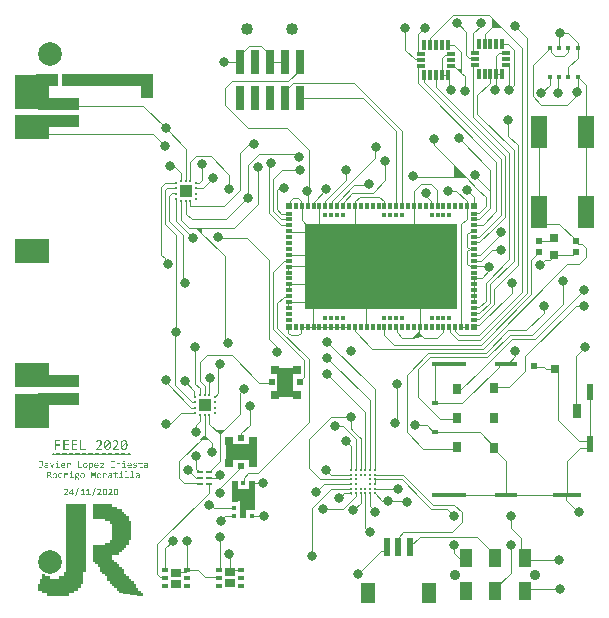
<source format=gbr>
%TF.GenerationSoftware,Altium Limited,Altium Designer,20.1.11 (218)*%
G04 Layer_Physical_Order=1*
G04 Layer_Color=255*
%FSLAX45Y45*%
%MOMM*%
%TF.SameCoordinates,C7425212-4277-447C-8971-9BA6FDDE4791*%
%TF.FilePolarity,Positive*%
%TF.FileFunction,Copper,L1,Top,Signal*%
%TF.Part,Single*%
G01*
G75*
%TA.AperFunction,Conductor*%
%ADD10C,0.10000*%
%TA.AperFunction,BGAPad,CuDef*%
%ADD11R,0.35000X0.35000*%
%ADD12R,0.80000X0.80000*%
%TA.AperFunction,SMDPad,CuDef*%
%ADD13R,0.30000X0.54000*%
%ADD14R,0.54000X0.54000*%
%ADD15R,0.54000X0.30000*%
%TA.AperFunction,BGAPad,CuDef*%
%ADD16R,0.30000X0.30000*%
%TA.AperFunction,SMDPad,CuDef*%
%ADD17R,2.90000X0.45000*%
%ADD18R,1.90000X0.45000*%
%ADD19R,2.40000X0.45000*%
%ADD20R,0.65000X1.20000*%
%ADD21R,0.50000X1.40000*%
%ADD22R,0.70000X0.75000*%
%ADD23R,0.60000X0.60000*%
%ADD24R,0.60000X0.30000*%
%ADD25R,0.70000X0.90000*%
%TA.AperFunction,BGAPad,CuDef*%
%ADD26C,0.21000*%
%TA.AperFunction,SMDPad,CuDef*%
%ADD27R,1.20000X1.80000*%
%ADD28R,0.60000X1.55000*%
%ADD29R,0.58000X0.50000*%
%ADD30R,0.80000X0.75000*%
%TA.AperFunction,ConnectorPad*%
%ADD31R,1.00000X1.60000*%
%TA.AperFunction,SMDPad,CuDef*%
%ADD32R,0.55000X0.60000*%
%ADD33R,1.40000X2.75000*%
%ADD34R,1.39000X2.75000*%
%ADD35R,0.80000X0.80000*%
%ADD36R,0.80000X0.30000*%
%ADD37R,0.30000X0.92500*%
%ADD38R,0.52500X0.25000*%
%ADD39R,0.50000X0.58000*%
%ADD40R,0.75000X0.80000*%
%ADD41R,1.00000X1.00000*%
%ADD42R,0.25000X0.23000*%
%ADD43R,0.23000X0.25000*%
%ADD44R,3.00000X3.00000*%
%ADD45R,3.00000X2.00000*%
%TA.AperFunction,BGAPad,CuDef*%
%ADD46R,0.40000X0.40000*%
%TA.AperFunction,SMDPad,CuDef*%
%ADD47R,0.55000X0.42000*%
%ADD48R,0.92000X0.71000*%
%TA.AperFunction,ConnectorPad*%
%ADD49R,0.76000X2.03000*%
%TA.AperFunction,SMDPad,CuDef*%
%ADD50C,2.00000*%
%TA.AperFunction,NonConductor*%
%ADD51C,0.20000*%
%TA.AperFunction,Conductor*%
%ADD52R,1.20000X1.10800*%
%ADD53R,0.47600X1.75798*%
%ADD54R,0.62499X0.09997*%
%ADD55R,0.60000X1.40000*%
%ADD56R,1.93040X1.00000*%
%TA.AperFunction,ComponentPad*%
%ADD57C,0.90000*%
%ADD58C,1.02000*%
%TA.AperFunction,ViaPad*%
%ADD59C,0.30000*%
%ADD60C,0.80000*%
%ADD61C,0.50000*%
G36*
X652560Y817360D02*
Y797040D01*
Y776720D01*
Y756400D01*
Y736080D01*
Y715760D01*
Y695440D01*
Y675120D01*
Y654800D01*
Y634480D01*
Y614160D01*
Y593840D01*
Y573520D01*
Y553200D01*
Y532880D01*
Y512560D01*
Y492240D01*
Y471920D01*
Y451600D01*
Y431280D01*
Y410960D01*
Y390640D01*
Y370320D01*
Y350000D01*
Y329680D01*
Y309360D01*
Y289040D01*
Y268720D01*
X632240D01*
Y248400D01*
Y228080D01*
Y207760D01*
Y187440D01*
Y167120D01*
X611920D01*
Y146800D01*
Y126480D01*
X591600D01*
Y106160D01*
X550960D01*
Y85840D01*
X510320D01*
Y65520D01*
X327440D01*
Y85840D01*
X286800D01*
Y106160D01*
X246160D01*
Y126480D01*
Y146800D01*
Y167120D01*
X266480D01*
Y187440D01*
Y207760D01*
X286800D01*
Y228080D01*
Y248400D01*
X307120D01*
Y228080D01*
X347760D01*
Y207760D01*
X429040D01*
Y228080D01*
X469680D01*
Y248400D01*
Y268720D01*
X490000D01*
Y289040D01*
Y309360D01*
Y329680D01*
Y350000D01*
Y370320D01*
Y390640D01*
Y410960D01*
Y431280D01*
Y451600D01*
Y471920D01*
Y492240D01*
Y512560D01*
Y532880D01*
Y553200D01*
Y573520D01*
Y593840D01*
Y614160D01*
Y634480D01*
Y654800D01*
Y675120D01*
Y695440D01*
Y715760D01*
Y736080D01*
Y756400D01*
Y776720D01*
Y797040D01*
Y817360D01*
Y837680D01*
X652560D01*
Y817360D01*
D02*
G37*
G36*
X876080D02*
X916720D01*
Y797040D01*
X957360D01*
Y776720D01*
X977680D01*
Y756400D01*
X998000D01*
Y736080D01*
X1018320D01*
Y715760D01*
Y695440D01*
X1038640D01*
Y675120D01*
Y654800D01*
Y634480D01*
Y614160D01*
Y593840D01*
Y573520D01*
Y553200D01*
Y532880D01*
X1018320D01*
Y512560D01*
Y492240D01*
X998000D01*
Y471920D01*
X977680D01*
Y451600D01*
X957360D01*
Y431280D01*
X937040D01*
Y410960D01*
X876080D01*
Y390640D01*
Y370320D01*
X896400D01*
Y350000D01*
X916720D01*
Y329680D01*
X937040D01*
Y309360D01*
X957360D01*
Y289040D01*
X977680D01*
Y268720D01*
Y248400D01*
X998000D01*
Y228080D01*
X1018320D01*
Y207760D01*
X1038640D01*
Y187440D01*
X1058960D01*
Y167120D01*
X1079280D01*
Y146800D01*
Y126480D01*
X1099600D01*
Y106160D01*
X1119920D01*
Y85840D01*
X1140240D01*
Y65520D01*
X1119920D01*
X937040Y85840D01*
Y106160D01*
X916720D01*
Y126480D01*
X896400D01*
Y146800D01*
X876080D01*
Y167120D01*
X855760D01*
Y187440D01*
X835440D01*
Y207760D01*
Y228080D01*
X815120D01*
Y248400D01*
X794800D01*
Y268720D01*
X774480D01*
Y289040D01*
Y309360D01*
X754160D01*
Y329680D01*
X733840D01*
Y350000D01*
X713520D01*
Y370320D01*
Y390640D01*
Y410960D01*
Y431280D01*
Y451600D01*
Y471920D01*
Y492240D01*
X815120D01*
Y512560D01*
X855760D01*
Y532880D01*
X876080D01*
Y553200D01*
Y573520D01*
Y593840D01*
Y614160D01*
Y634480D01*
Y654800D01*
Y675120D01*
X855760D01*
Y695440D01*
X815120D01*
Y715760D01*
X713520D01*
Y736080D01*
Y756400D01*
Y776720D01*
Y797040D01*
Y817360D01*
Y837680D01*
X876080D01*
Y817360D01*
D02*
G37*
G36*
X1655000Y1419994D02*
X1615006Y1380000D01*
X1704994D01*
X1665000Y1419994D01*
X1655000D01*
D02*
G37*
G36*
X250000Y1780000D02*
Y1680000D01*
X600000D01*
Y1780000D01*
X250000D01*
D02*
G37*
G36*
Y1930000D02*
Y1830000D01*
X600000D01*
Y1930000D01*
X250000D01*
D02*
G37*
G36*
X1610000Y1630000D02*
X1710000D01*
X1610000D01*
D01*
D02*
G37*
G36*
X2090000Y1025837D02*
Y790000D01*
X2017484Y789999D01*
Y790037D01*
X2002491Y805031D01*
X1957484Y723271D01*
Y863270D01*
X1898236D01*
X1892501Y857535D01*
Y1033333D01*
X1940101D01*
Y968332D01*
X2034903D01*
Y1033333D01*
X2082503D01*
X2090000Y1025837D01*
D02*
G37*
G36*
X2017484Y723271D02*
X2017484Y789999D01*
X2017484D01*
Y723271D01*
D02*
G37*
G36*
X2790000Y1170000D02*
D01*
D02*
G37*
G36*
X1745003Y1474997D02*
X1750000Y1470000D01*
X1830000D01*
X1790000Y1430000D01*
X1745003Y1474997D01*
D02*
G37*
G36*
X1840000Y1350000D02*
X2100000D01*
Y1210000D01*
X1840000D01*
Y1350000D01*
D02*
G37*
G36*
X2410000Y1990000D02*
X2270000D01*
Y1745000D01*
X2410000D01*
Y1990000D01*
D02*
G37*
G36*
X1220000Y4280000D02*
X1120000D01*
Y4380000D01*
X454742D01*
Y4480000D01*
X1120000Y4480000D01*
D01*
X1220000D01*
Y4280000D01*
D02*
G37*
G36*
X600000Y4180000D02*
X250000D01*
Y4280000D01*
X600000D01*
Y4180000D01*
D02*
G37*
G36*
Y4030000D02*
X250000D01*
Y4130000D01*
X600000D01*
Y4030000D01*
D02*
G37*
G36*
X1540000Y3450000D02*
X1460000D01*
Y3530000D01*
X1540000D01*
Y3450000D01*
D02*
G37*
G36*
X1640000Y3180000D02*
Y3130000D01*
X1590000Y3180000D01*
X1640000D01*
D02*
G37*
G36*
X3800000Y3210000D02*
Y2490000D01*
X2510000Y2490000D01*
X2510000Y3210000D01*
X3800000D01*
D02*
G37*
G36*
X3470282Y2295434D02*
X3515433Y2250282D01*
X3424566Y2249718D01*
X3470282Y2295434D01*
D02*
G37*
G36*
X3770000Y3710000D02*
Y3610000D01*
X3870000Y3610000D01*
X3770000Y3710000D01*
D02*
G37*
G36*
X3802500Y4520000D02*
X3830000D01*
Y4492500D01*
X3802500Y4520000D01*
D02*
G37*
G36*
X4090000Y4960000D02*
Y4875858D01*
X4090858Y4875000D01*
X4167408D01*
X4090000Y4960000D01*
D02*
G37*
G36*
X978045Y1206276D02*
X978784Y1206184D01*
X979524Y1205906D01*
X979617D01*
X979709Y1205814D01*
X980171Y1205537D01*
X980726Y1205167D01*
X981281Y1204612D01*
X981466Y1204520D01*
X981743Y1204150D01*
X982205Y1203595D01*
X982575Y1202855D01*
X982668Y1202670D01*
X982852Y1202208D01*
X982945Y1201469D01*
X983037Y1200636D01*
Y1200544D01*
Y1200451D01*
X982945Y1199897D01*
X982852Y1199157D01*
X982575Y1198417D01*
X982483Y1198233D01*
X982205Y1197770D01*
X981835Y1197216D01*
X981281Y1196568D01*
X981188Y1196476D01*
X980818Y1196106D01*
X980264Y1195736D01*
X979524Y1195366D01*
X979339Y1195274D01*
X978877Y1195182D01*
X978137Y1195089D01*
X977305Y1194997D01*
X977120D01*
X976565Y1195089D01*
X975826Y1195182D01*
X975086Y1195366D01*
X974901Y1195459D01*
X974439Y1195736D01*
X973884Y1196106D01*
X973237Y1196568D01*
X973145Y1196753D01*
X972775Y1197123D01*
X972405Y1197678D01*
X972035Y1198417D01*
Y1198510D01*
X971943Y1198602D01*
X971850Y1199065D01*
X971758Y1199804D01*
X971665Y1200636D01*
Y1200729D01*
Y1200821D01*
X971758Y1201376D01*
X971850Y1202116D01*
X972035Y1202855D01*
Y1202948D01*
X972128Y1203040D01*
X972405Y1203503D01*
X972775Y1204057D01*
X973237Y1204612D01*
X973422Y1204797D01*
X973792Y1205074D01*
X974347Y1205537D01*
X975086Y1205906D01*
X975179D01*
X975271Y1205999D01*
X975733Y1206184D01*
X976473Y1206276D01*
X977305Y1206369D01*
X977490D01*
X978045Y1206276D01*
D02*
G37*
G36*
X415542D02*
X416282Y1206184D01*
X417022Y1205906D01*
X417114D01*
X417207Y1205814D01*
X417669Y1205537D01*
X418224Y1205167D01*
X418778Y1204612D01*
X418963Y1204520D01*
X419241Y1204150D01*
X419703Y1203595D01*
X420073Y1202855D01*
X420165Y1202670D01*
X420350Y1202208D01*
X420443Y1201469D01*
X420535Y1200636D01*
Y1200544D01*
Y1200451D01*
X420443Y1199897D01*
X420350Y1199157D01*
X420073Y1198417D01*
X419980Y1198233D01*
X419703Y1197770D01*
X419333Y1197216D01*
X418778Y1196568D01*
X418686Y1196476D01*
X418316Y1196106D01*
X417761Y1195736D01*
X417022Y1195366D01*
X416837Y1195274D01*
X416375Y1195182D01*
X415635Y1195089D01*
X414803Y1194997D01*
X414618D01*
X414063Y1195089D01*
X413324Y1195182D01*
X412584Y1195366D01*
X412399Y1195459D01*
X411937Y1195736D01*
X411382Y1196106D01*
X410735Y1196568D01*
X410642Y1196753D01*
X410272Y1197123D01*
X409903Y1197678D01*
X409533Y1198417D01*
Y1198510D01*
X409440Y1198602D01*
X409348Y1199065D01*
X409255Y1199804D01*
X409163Y1200636D01*
Y1200729D01*
Y1200821D01*
X409255Y1201376D01*
X409348Y1202116D01*
X409533Y1202855D01*
Y1202948D01*
X409625Y1203040D01*
X409903Y1203503D01*
X410272Y1204057D01*
X410735Y1204612D01*
X410920Y1204797D01*
X411289Y1205074D01*
X411844Y1205537D01*
X412584Y1205906D01*
X412676D01*
X412769Y1205999D01*
X413231Y1206184D01*
X413971Y1206276D01*
X414803Y1206369D01*
X414988D01*
X415542Y1206276D01*
D02*
G37*
G36*
X935330Y1189542D02*
X935792D01*
X936440Y1189449D01*
X937919Y1189172D01*
X939491Y1188710D01*
X941062Y1187970D01*
X942634Y1187045D01*
X944021Y1185751D01*
X944206Y1185566D01*
X944576Y1185011D01*
X945038Y1184179D01*
X945685Y1182885D01*
X946332Y1181313D01*
X946795Y1179279D01*
X947164Y1176968D01*
X947349Y1174286D01*
Y1147104D01*
X940138D01*
Y1173732D01*
Y1173824D01*
Y1173917D01*
Y1174194D01*
Y1174564D01*
X940045Y1175396D01*
X939953Y1176505D01*
X939676Y1177615D01*
X939398Y1178817D01*
X938936Y1180019D01*
X938289Y1180943D01*
X938196Y1181036D01*
X937919Y1181313D01*
X937549Y1181683D01*
X936902Y1182145D01*
X936162Y1182607D01*
X935238Y1182977D01*
X934128Y1183255D01*
X932834Y1183347D01*
X932372D01*
X932002Y1183255D01*
X931077Y1183162D01*
X930153Y1182885D01*
X930060D01*
X929968Y1182792D01*
X929413Y1182607D01*
X928581Y1182145D01*
X927564Y1181498D01*
X927471D01*
X927286Y1181313D01*
X927009Y1181128D01*
X926639Y1180851D01*
X925715Y1180019D01*
X924513Y1178909D01*
X924420Y1178817D01*
X924235Y1178632D01*
X923958Y1178262D01*
X923496Y1177800D01*
X922941Y1177153D01*
X922386Y1176413D01*
X921739Y1175673D01*
X920999Y1174749D01*
Y1147104D01*
X913788D01*
Y1188894D01*
X920167D01*
X920445Y1182145D01*
X920537Y1182238D01*
X920722Y1182515D01*
X921092Y1182885D01*
X921554Y1183347D01*
X922756Y1184549D01*
X923958Y1185659D01*
X924050Y1185751D01*
X924235Y1185936D01*
X924605Y1186213D01*
X925067Y1186491D01*
X926085Y1187230D01*
X927286Y1187970D01*
X927379D01*
X927564Y1188155D01*
X927934Y1188247D01*
X928303Y1188525D01*
X929413Y1188894D01*
X930615Y1189264D01*
X930707D01*
X930892Y1189357D01*
X931262D01*
X931724Y1189449D01*
X932926Y1189542D01*
X934221Y1189634D01*
X934868D01*
X935330Y1189542D01*
D02*
G37*
G36*
X1075401D02*
X1076326D01*
X1078452Y1189357D01*
X1078544D01*
X1079007Y1189264D01*
X1079561D01*
X1080394Y1189172D01*
X1081318Y1188987D01*
X1082335Y1188894D01*
X1083537Y1188617D01*
X1084739Y1188432D01*
Y1181960D01*
X1084554D01*
X1084184Y1182145D01*
X1083537Y1182238D01*
X1082613Y1182423D01*
X1081688Y1182607D01*
X1080578Y1182792D01*
X1078267Y1183162D01*
X1078175D01*
X1077712Y1183255D01*
X1077158Y1183347D01*
X1076418Y1183440D01*
X1075586D01*
X1074754Y1183532D01*
X1072905Y1183625D01*
X1071980D01*
X1071333Y1183532D01*
X1069854Y1183440D01*
X1068374Y1183162D01*
X1068282D01*
X1068097Y1183070D01*
X1067727Y1182977D01*
X1067265Y1182885D01*
X1066340Y1182423D01*
X1065323Y1181960D01*
X1065138Y1181868D01*
X1064676Y1181498D01*
X1064214Y1180943D01*
X1063751Y1180296D01*
X1063659Y1180111D01*
X1063567Y1179649D01*
X1063382Y1179002D01*
X1063289Y1178170D01*
Y1178077D01*
Y1177985D01*
X1063382Y1177522D01*
X1063474Y1176875D01*
X1063659Y1176136D01*
X1063751Y1175951D01*
X1064029Y1175581D01*
X1064584Y1175026D01*
X1065323Y1174379D01*
X1065416D01*
X1065508Y1174194D01*
X1065786Y1174102D01*
X1066155Y1173824D01*
X1066710Y1173547D01*
X1067265Y1173269D01*
X1067912Y1172992D01*
X1068652Y1172622D01*
X1068744D01*
X1069021Y1172437D01*
X1069484Y1172345D01*
X1070131Y1172068D01*
X1070963Y1171790D01*
X1071888Y1171513D01*
X1072905Y1171235D01*
X1074107Y1170866D01*
X1074291Y1170773D01*
X1074754Y1170681D01*
X1075401Y1170496D01*
X1076326Y1170126D01*
X1077343Y1169849D01*
X1078360Y1169386D01*
X1079377Y1169016D01*
X1080394Y1168554D01*
X1080486Y1168462D01*
X1080856Y1168369D01*
X1081226Y1168092D01*
X1081873Y1167815D01*
X1083167Y1166890D01*
X1084462Y1165873D01*
X1084554Y1165780D01*
X1084739Y1165596D01*
X1085016Y1165318D01*
X1085386Y1164948D01*
X1086126Y1163931D01*
X1086496Y1163284D01*
X1086773Y1162637D01*
Y1162545D01*
X1086865Y1162360D01*
X1087050Y1161897D01*
X1087143Y1161435D01*
X1087328Y1160788D01*
X1087420Y1160141D01*
X1087513Y1158476D01*
Y1158384D01*
Y1158107D01*
Y1157644D01*
X1087420Y1157182D01*
X1087143Y1155888D01*
X1086681Y1154501D01*
Y1154408D01*
X1086588Y1154223D01*
X1086403Y1153854D01*
X1086126Y1153484D01*
X1085479Y1152467D01*
X1084647Y1151357D01*
X1084554Y1151265D01*
X1084462Y1151172D01*
X1084184Y1150895D01*
X1083814Y1150618D01*
X1082797Y1149878D01*
X1081595Y1149046D01*
X1081503D01*
X1081318Y1148861D01*
X1080948Y1148769D01*
X1080486Y1148491D01*
X1079377Y1148029D01*
X1077990Y1147567D01*
X1077897D01*
X1077712Y1147474D01*
X1077250Y1147382D01*
X1076788Y1147289D01*
X1076233Y1147104D01*
X1075493Y1147012D01*
X1074014Y1146735D01*
X1073922D01*
X1073644Y1146642D01*
X1073274D01*
X1072720Y1146550D01*
X1071518Y1146457D01*
X1070038Y1146365D01*
X1068467D01*
X1067450Y1146457D01*
X1066248D01*
X1064953Y1146550D01*
X1062180Y1146735D01*
X1061995D01*
X1061625Y1146827D01*
X1060885Y1146919D01*
X1060053Y1147012D01*
X1058944Y1147197D01*
X1057834Y1147382D01*
X1055338Y1147936D01*
Y1154593D01*
X1055523D01*
X1055985Y1154408D01*
X1056632Y1154223D01*
X1057557Y1153946D01*
X1058666Y1153669D01*
X1059868Y1153391D01*
X1062550Y1152929D01*
X1062734D01*
X1063197Y1152837D01*
X1063844Y1152744D01*
X1064769D01*
X1065878Y1152652D01*
X1067080Y1152559D01*
X1069761Y1152467D01*
X1070593D01*
X1071518Y1152559D01*
X1072627Y1152652D01*
X1073922Y1152837D01*
X1075216Y1153022D01*
X1076418Y1153391D01*
X1077435Y1153854D01*
X1077527Y1153946D01*
X1077805Y1154131D01*
X1078267Y1154408D01*
X1078729Y1154871D01*
X1079192Y1155425D01*
X1079654Y1156165D01*
X1079931Y1156997D01*
X1080024Y1157922D01*
Y1158014D01*
Y1158107D01*
X1079931Y1158569D01*
X1079839Y1159216D01*
X1079561Y1159863D01*
X1079469Y1160048D01*
X1079284Y1160418D01*
X1078822Y1160973D01*
X1078082Y1161620D01*
X1077897Y1161805D01*
X1077620Y1161897D01*
X1077343Y1162175D01*
X1076880Y1162360D01*
X1076326Y1162637D01*
X1075586Y1163007D01*
X1074846Y1163284D01*
X1074754D01*
X1074476Y1163469D01*
X1074014Y1163654D01*
X1073274Y1163931D01*
X1072442Y1164209D01*
X1071425Y1164579D01*
X1070316Y1164948D01*
X1068929Y1165318D01*
X1068837D01*
X1068467Y1165503D01*
X1067912Y1165596D01*
X1067265Y1165873D01*
X1066433Y1166150D01*
X1065601Y1166428D01*
X1063751Y1167167D01*
X1063659Y1167260D01*
X1063382Y1167352D01*
X1062919Y1167630D01*
X1062365Y1167907D01*
X1060978Y1168647D01*
X1059591Y1169664D01*
X1059499Y1169756D01*
X1059314Y1169941D01*
X1058944Y1170218D01*
X1058574Y1170681D01*
X1057649Y1171698D01*
X1056817Y1173085D01*
Y1173177D01*
X1056632Y1173454D01*
X1056540Y1173824D01*
X1056355Y1174379D01*
X1056170Y1175026D01*
X1056078Y1175858D01*
X1055893Y1176783D01*
Y1177707D01*
Y1177800D01*
Y1177985D01*
Y1178355D01*
X1055985Y1178817D01*
X1056078Y1179372D01*
X1056170Y1180019D01*
X1056632Y1181498D01*
Y1181590D01*
X1056817Y1181868D01*
X1057002Y1182238D01*
X1057280Y1182792D01*
X1057649Y1183347D01*
X1058112Y1183994D01*
X1058759Y1184734D01*
X1059406Y1185381D01*
X1059499Y1185474D01*
X1059776Y1185659D01*
X1060238Y1186028D01*
X1060793Y1186491D01*
X1061533Y1186953D01*
X1062457Y1187415D01*
X1063474Y1187970D01*
X1064676Y1188432D01*
X1064861Y1188525D01*
X1065323Y1188617D01*
X1065970Y1188802D01*
X1066987Y1189079D01*
X1068189Y1189264D01*
X1069576Y1189449D01*
X1071240Y1189542D01*
X1072997Y1189634D01*
X1074661D01*
X1075401Y1189542D01*
D02*
G37*
G36*
X701879D02*
X702711Y1189449D01*
X703728Y1189264D01*
X704745Y1188987D01*
X705854Y1188617D01*
X706871Y1188062D01*
X706964Y1187970D01*
X707334Y1187785D01*
X707796Y1187415D01*
X708443Y1186953D01*
X709183Y1186398D01*
X709922Y1185659D01*
X710662Y1184826D01*
X711402Y1183809D01*
X711494Y1183717D01*
X711679Y1183347D01*
X712049Y1182792D01*
X712419Y1181960D01*
X712881Y1181036D01*
X713343Y1179926D01*
X713806Y1178632D01*
X714175Y1177245D01*
Y1177060D01*
X714360Y1176598D01*
X714453Y1175766D01*
X714638Y1174749D01*
X714823Y1173547D01*
X714915Y1172068D01*
X715100Y1170496D01*
Y1168739D01*
Y1168647D01*
Y1168462D01*
Y1168184D01*
Y1167815D01*
X715007Y1166705D01*
X714915Y1165411D01*
X714730Y1163839D01*
X714453Y1162267D01*
X714083Y1160603D01*
X713528Y1158939D01*
X713436Y1158754D01*
X713251Y1158292D01*
X712881Y1157552D01*
X712419Y1156535D01*
X711771Y1155518D01*
X711032Y1154316D01*
X710200Y1153206D01*
X709183Y1152097D01*
X709090Y1152005D01*
X708720Y1151635D01*
X708073Y1151172D01*
X707334Y1150525D01*
X706409Y1149878D01*
X705207Y1149138D01*
X704005Y1148491D01*
X702618Y1147936D01*
X702433Y1147844D01*
X701971Y1147752D01*
X701232Y1147567D01*
X700214Y1147289D01*
X699013Y1147012D01*
X697626Y1146827D01*
X696146Y1146735D01*
X694575Y1146642D01*
X693280D01*
X692078Y1146735D01*
X690599Y1146919D01*
X690229D01*
X689859Y1147012D01*
X689397Y1147104D01*
X688750D01*
X688103Y1147197D01*
X686623Y1147474D01*
Y1130000D01*
X679412D01*
Y1188894D01*
X685791D01*
X686254Y1181868D01*
Y1181960D01*
X686439Y1182053D01*
X686808Y1182607D01*
X687456Y1183347D01*
X688288Y1184179D01*
X689305Y1185196D01*
X690414Y1186213D01*
X691616Y1187138D01*
X692910Y1187877D01*
X693095Y1187970D01*
X693558Y1188155D01*
X694205Y1188432D01*
X695222Y1188802D01*
X696331Y1189079D01*
X697626Y1189357D01*
X699105Y1189542D01*
X700584Y1189634D01*
X701232D01*
X701879Y1189542D01*
D02*
G37*
G36*
X516042D02*
X516504D01*
X517152Y1189449D01*
X518631Y1189079D01*
X520203Y1188617D01*
X521774Y1187877D01*
X523346Y1186768D01*
X524086Y1186121D01*
X524733Y1185381D01*
X524918Y1185196D01*
X525010Y1184919D01*
X525288Y1184642D01*
X525473Y1184179D01*
X525750Y1183625D01*
X526120Y1182977D01*
X526397Y1182238D01*
X526675Y1181406D01*
X526952Y1180573D01*
X527229Y1179556D01*
X527507Y1178447D01*
X527692Y1177153D01*
X527784Y1175858D01*
X527877Y1174471D01*
Y1172992D01*
X520572D01*
Y1173085D01*
Y1173269D01*
Y1173547D01*
Y1173917D01*
X520480Y1174841D01*
X520388Y1175951D01*
X520203Y1177245D01*
X519925Y1178539D01*
X519463Y1179834D01*
X518908Y1180851D01*
X518816Y1180943D01*
X518631Y1181221D01*
X518169Y1181683D01*
X517614Y1182145D01*
X516874Y1182515D01*
X516042Y1182977D01*
X515025Y1183255D01*
X513823Y1183347D01*
X513268D01*
X512991Y1183255D01*
X512067Y1183162D01*
X510957Y1182792D01*
X510865D01*
X510680Y1182700D01*
X510402Y1182607D01*
X510033Y1182423D01*
X509015Y1181868D01*
X507906Y1181128D01*
X507814Y1181036D01*
X507629Y1180943D01*
X507351Y1180666D01*
X506889Y1180389D01*
X505872Y1179372D01*
X504578Y1178170D01*
X504485Y1178077D01*
X504300Y1177892D01*
X503930Y1177522D01*
X503468Y1176968D01*
X502913Y1176320D01*
X502266Y1175673D01*
X501619Y1174841D01*
X500879Y1173917D01*
Y1147104D01*
X493575D01*
Y1188894D01*
X500140D01*
X500325Y1181128D01*
Y1181221D01*
X500510Y1181313D01*
X500972Y1181868D01*
X501711Y1182607D01*
X502636Y1183625D01*
X503745Y1184642D01*
X504947Y1185751D01*
X506242Y1186768D01*
X507629Y1187600D01*
X507814Y1187693D01*
X508276Y1187877D01*
X508923Y1188247D01*
X509940Y1188617D01*
X510957Y1188987D01*
X512251Y1189357D01*
X513546Y1189542D01*
X514933Y1189634D01*
X515580D01*
X516042Y1189542D01*
D02*
G37*
G36*
X371996Y1147104D02*
X363675D01*
X347310Y1188894D01*
X355539D01*
X365801Y1161158D01*
X368020Y1154408D01*
X370331Y1161343D01*
X380502Y1188894D01*
X388453D01*
X371996Y1147104D01*
D02*
G37*
G36*
X287306Y1163654D02*
Y1163469D01*
Y1163099D01*
X287214Y1162360D01*
Y1161528D01*
X287029Y1160511D01*
X286844Y1159401D01*
X286566Y1158199D01*
X286197Y1156997D01*
Y1156905D01*
X286012Y1156442D01*
X285734Y1155888D01*
X285457Y1155148D01*
X284995Y1154316D01*
X284440Y1153391D01*
X283793Y1152467D01*
X283053Y1151542D01*
X282961Y1151450D01*
X282683Y1151172D01*
X282221Y1150710D01*
X281574Y1150248D01*
X280834Y1149601D01*
X279910Y1149046D01*
X278893Y1148399D01*
X277691Y1147844D01*
X277506Y1147752D01*
X277136Y1147659D01*
X276489Y1147474D01*
X275564Y1147197D01*
X274455Y1146919D01*
X273253Y1146735D01*
X271773Y1146642D01*
X270202Y1146550D01*
X269185D01*
X268168Y1146642D01*
X266966Y1146827D01*
X266688D01*
X266318Y1146919D01*
X265949Y1147012D01*
X264932Y1147104D01*
X263730Y1147382D01*
X263637D01*
X263452Y1147474D01*
X263175Y1147567D01*
X262805Y1147659D01*
X261788Y1147936D01*
X260771Y1148306D01*
X260679D01*
X260586Y1148399D01*
X259939Y1148676D01*
X259199Y1149046D01*
X258460Y1149601D01*
Y1157090D01*
X258552Y1156997D01*
X258922Y1156812D01*
X259384Y1156442D01*
X260124Y1155980D01*
X260956Y1155518D01*
X261881Y1154963D01*
X262990Y1154501D01*
X264100Y1154039D01*
X264284D01*
X264654Y1153854D01*
X265301Y1153761D01*
X266041Y1153576D01*
X266966Y1153391D01*
X268075Y1153206D01*
X269185Y1153114D01*
X270294Y1153022D01*
X271034D01*
X271866Y1153206D01*
X272883Y1153391D01*
X273992Y1153669D01*
X275194Y1154131D01*
X276304Y1154778D01*
X277321Y1155703D01*
X277413Y1155795D01*
X277691Y1156258D01*
X278153Y1156905D01*
X278615Y1157737D01*
X278985Y1158846D01*
X279447Y1160233D01*
X279725Y1161897D01*
X279817Y1163746D01*
Y1195089D01*
X259199D01*
Y1201469D01*
X287306D01*
Y1163654D01*
D02*
G37*
G36*
X1167487Y1189542D02*
X1168504Y1189449D01*
X1169706Y1189264D01*
X1172017Y1188802D01*
X1172110D01*
X1172572Y1188617D01*
X1173127Y1188432D01*
X1173774Y1188155D01*
X1174606Y1187785D01*
X1175438Y1187323D01*
X1176270Y1186860D01*
X1177103Y1186213D01*
X1177195Y1186121D01*
X1177472Y1185936D01*
X1177842Y1185566D01*
X1178304Y1185104D01*
X1178859Y1184457D01*
X1179414Y1183717D01*
X1179876Y1182885D01*
X1180339Y1181960D01*
X1180431Y1181868D01*
X1180523Y1181498D01*
X1180708Y1180943D01*
X1180986Y1180204D01*
X1181171Y1179372D01*
X1181356Y1178262D01*
X1181448Y1177153D01*
X1181540Y1175858D01*
Y1147104D01*
X1174976D01*
X1174791Y1152652D01*
X1174606Y1152467D01*
X1174236Y1152097D01*
X1173497Y1151542D01*
X1172665Y1150803D01*
X1171555Y1150063D01*
X1170446Y1149231D01*
X1169151Y1148491D01*
X1167857Y1147844D01*
X1167672Y1147752D01*
X1167210Y1147659D01*
X1166563Y1147382D01*
X1165638Y1147104D01*
X1164529Y1146827D01*
X1163234Y1146642D01*
X1161940Y1146457D01*
X1160460Y1146365D01*
X1159906D01*
X1159259Y1146457D01*
X1158426D01*
X1157409Y1146550D01*
X1156392Y1146735D01*
X1154358Y1147197D01*
X1154266D01*
X1153989Y1147382D01*
X1153526Y1147567D01*
X1152879Y1147844D01*
X1151585Y1148676D01*
X1150198Y1149693D01*
X1150105Y1149786D01*
X1149920Y1149971D01*
X1149643Y1150340D01*
X1149273Y1150803D01*
X1148903Y1151357D01*
X1148441Y1152005D01*
X1147794Y1153484D01*
Y1153576D01*
X1147702Y1153854D01*
X1147609Y1154316D01*
X1147424Y1154871D01*
X1147332Y1155610D01*
X1147147Y1156442D01*
X1147054Y1158199D01*
Y1158292D01*
Y1158476D01*
Y1158846D01*
X1147147Y1159216D01*
X1147239Y1159771D01*
X1147332Y1160418D01*
X1147609Y1161805D01*
X1148164Y1163377D01*
X1148996Y1165041D01*
X1149551Y1165873D01*
X1150198Y1166613D01*
X1150845Y1167352D01*
X1151677Y1168092D01*
X1151770D01*
X1151862Y1168277D01*
X1152139Y1168462D01*
X1152602Y1168647D01*
X1153064Y1168924D01*
X1153619Y1169201D01*
X1154358Y1169571D01*
X1155190Y1169941D01*
X1156115Y1170218D01*
X1157132Y1170588D01*
X1158242Y1170866D01*
X1159536Y1171143D01*
X1160830Y1171328D01*
X1162310Y1171513D01*
X1163881Y1171698D01*
X1174236D01*
Y1175303D01*
Y1175488D01*
Y1175951D01*
X1174144Y1176598D01*
X1173959Y1177430D01*
X1173682Y1178355D01*
X1173219Y1179372D01*
X1172665Y1180296D01*
X1171833Y1181221D01*
X1171740Y1181313D01*
X1171370Y1181590D01*
X1170816Y1181960D01*
X1170076Y1182330D01*
X1169059Y1182700D01*
X1167764Y1183070D01*
X1166285Y1183347D01*
X1164621Y1183440D01*
X1163327D01*
X1162402Y1183347D01*
X1161293Y1183255D01*
X1160183Y1183070D01*
X1157594Y1182607D01*
X1157409D01*
X1157040Y1182423D01*
X1156300Y1182238D01*
X1155468Y1182053D01*
X1154358Y1181683D01*
X1153156Y1181313D01*
X1151862Y1180851D01*
X1150568Y1180389D01*
Y1186953D01*
X1150660D01*
X1150845Y1187045D01*
X1151030Y1187138D01*
X1151400Y1187230D01*
X1152324Y1187508D01*
X1153526Y1187877D01*
X1153619D01*
X1153804Y1187970D01*
X1154173Y1188062D01*
X1154636Y1188155D01*
X1155838Y1188432D01*
X1157132Y1188710D01*
X1157225D01*
X1157502Y1188802D01*
X1157872Y1188894D01*
X1158334Y1188987D01*
X1158889Y1189079D01*
X1159536Y1189172D01*
X1161015Y1189357D01*
X1161108D01*
X1161385Y1189449D01*
X1161755D01*
X1162310Y1189542D01*
X1162957D01*
X1163604Y1189634D01*
X1166563D01*
X1167487Y1189542D01*
D02*
G37*
G36*
X982113Y1153114D02*
X994594D01*
Y1147104D01*
X961125D01*
Y1153114D01*
X974809D01*
Y1182885D01*
X962512D01*
Y1188894D01*
X982113D01*
Y1153114D01*
D02*
G37*
G36*
X900012Y1195182D02*
X887438D01*
Y1153391D01*
X900012D01*
Y1147104D01*
X867375D01*
Y1153391D01*
X879949D01*
Y1195182D01*
X867375D01*
Y1201469D01*
X900012D01*
Y1195182D01*
D02*
G37*
G36*
X805614Y1183255D02*
X782408Y1153206D01*
X807001D01*
Y1147104D01*
X773347D01*
Y1152189D01*
X796831Y1182792D01*
X773902D01*
Y1188894D01*
X805614D01*
Y1183255D01*
D02*
G37*
G36*
X596201Y1153391D02*
X620055D01*
Y1147104D01*
X588713D01*
Y1201469D01*
X596201D01*
Y1153391D01*
D02*
G37*
G36*
X419611Y1153114D02*
X432092D01*
Y1147104D01*
X398623D01*
Y1153114D01*
X412307D01*
Y1182885D01*
X400010D01*
Y1188894D01*
X419611D01*
Y1153114D01*
D02*
G37*
G36*
X323734Y1189542D02*
X324751Y1189449D01*
X325953Y1189264D01*
X328264Y1188802D01*
X328356D01*
X328819Y1188617D01*
X329373Y1188432D01*
X330021Y1188155D01*
X330853Y1187785D01*
X331685Y1187323D01*
X332517Y1186860D01*
X333349Y1186213D01*
X333442Y1186121D01*
X333719Y1185936D01*
X334089Y1185566D01*
X334551Y1185104D01*
X335106Y1184457D01*
X335660Y1183717D01*
X336123Y1182885D01*
X336585Y1181960D01*
X336678Y1181868D01*
X336770Y1181498D01*
X336955Y1180943D01*
X337232Y1180204D01*
X337417Y1179372D01*
X337602Y1178262D01*
X337695Y1177153D01*
X337787Y1175858D01*
Y1147104D01*
X331223D01*
X331038Y1152652D01*
X330853Y1152467D01*
X330483Y1152097D01*
X329743Y1151542D01*
X328911Y1150803D01*
X327802Y1150063D01*
X326692Y1149231D01*
X325398Y1148491D01*
X324103Y1147844D01*
X323919Y1147752D01*
X323456Y1147659D01*
X322809Y1147382D01*
X321885Y1147104D01*
X320775Y1146827D01*
X319481Y1146642D01*
X318186Y1146457D01*
X316707Y1146365D01*
X316152D01*
X315505Y1146457D01*
X314673D01*
X313656Y1146550D01*
X312639Y1146735D01*
X310605Y1147197D01*
X310512D01*
X310235Y1147382D01*
X309773Y1147567D01*
X309126Y1147844D01*
X307831Y1148676D01*
X306444Y1149693D01*
X306352Y1149786D01*
X306167Y1149971D01*
X305890Y1150340D01*
X305520Y1150803D01*
X305150Y1151357D01*
X304688Y1152005D01*
X304041Y1153484D01*
Y1153576D01*
X303948Y1153854D01*
X303856Y1154316D01*
X303671Y1154871D01*
X303578Y1155610D01*
X303393Y1156442D01*
X303301Y1158199D01*
Y1158292D01*
Y1158476D01*
Y1158846D01*
X303393Y1159216D01*
X303486Y1159771D01*
X303578Y1160418D01*
X303856Y1161805D01*
X304410Y1163377D01*
X305242Y1165041D01*
X305797Y1165873D01*
X306444Y1166613D01*
X307092Y1167352D01*
X307924Y1168092D01*
X308016D01*
X308109Y1168277D01*
X308386Y1168462D01*
X308848Y1168647D01*
X309311Y1168924D01*
X309865Y1169201D01*
X310605Y1169571D01*
X311437Y1169941D01*
X312362Y1170218D01*
X313379Y1170588D01*
X314488Y1170866D01*
X315782Y1171143D01*
X317077Y1171328D01*
X318556Y1171513D01*
X320128Y1171698D01*
X330483D01*
Y1175303D01*
Y1175488D01*
Y1175951D01*
X330390Y1176598D01*
X330206Y1177430D01*
X329928Y1178355D01*
X329466Y1179372D01*
X328911Y1180296D01*
X328079Y1181221D01*
X327987Y1181313D01*
X327617Y1181590D01*
X327062Y1181960D01*
X326322Y1182330D01*
X325305Y1182700D01*
X324011Y1183070D01*
X322532Y1183347D01*
X320868Y1183440D01*
X319573D01*
X318649Y1183347D01*
X317539Y1183255D01*
X316430Y1183070D01*
X313841Y1182607D01*
X313656D01*
X313286Y1182423D01*
X312546Y1182238D01*
X311714Y1182053D01*
X310605Y1181683D01*
X309403Y1181313D01*
X308109Y1180851D01*
X306814Y1180389D01*
Y1186953D01*
X306907D01*
X307092Y1187045D01*
X307276Y1187138D01*
X307646Y1187230D01*
X308571Y1187508D01*
X309773Y1187877D01*
X309865D01*
X310050Y1187970D01*
X310420Y1188062D01*
X310882Y1188155D01*
X312084Y1188432D01*
X313379Y1188710D01*
X313471D01*
X313748Y1188802D01*
X314118Y1188894D01*
X314581Y1188987D01*
X315135Y1189079D01*
X315782Y1189172D01*
X317262Y1189357D01*
X317354D01*
X317632Y1189449D01*
X318001D01*
X318556Y1189542D01*
X319203D01*
X319851Y1189634D01*
X322809D01*
X323734Y1189542D01*
D02*
G37*
G36*
X1116082Y1188894D02*
X1134943D01*
Y1182792D01*
X1116082D01*
Y1161528D01*
Y1161435D01*
Y1161343D01*
Y1160788D01*
X1116174Y1160048D01*
X1116359Y1159031D01*
X1116636Y1157922D01*
X1117099Y1156812D01*
X1117653Y1155795D01*
X1118485Y1154871D01*
X1118578Y1154778D01*
X1118948Y1154501D01*
X1119502Y1154131D01*
X1120242Y1153761D01*
X1121259Y1153391D01*
X1122461Y1153022D01*
X1123848Y1152744D01*
X1125512Y1152652D01*
X1126806D01*
X1127454Y1152744D01*
X1128286D01*
X1129950Y1152929D01*
X1130042D01*
X1130412Y1153022D01*
X1130875D01*
X1131522Y1153206D01*
X1132261Y1153299D01*
X1133093Y1153484D01*
X1134943Y1153946D01*
Y1147659D01*
X1134850D01*
X1134480Y1147567D01*
X1134018Y1147474D01*
X1133371Y1147382D01*
X1132539Y1147197D01*
X1131707Y1147104D01*
X1129765Y1146827D01*
X1129303D01*
X1128841Y1146735D01*
X1128101D01*
X1127361Y1146642D01*
X1126437D01*
X1124495Y1146550D01*
X1123755D01*
X1123201Y1146642D01*
X1122554D01*
X1121814Y1146735D01*
X1120057Y1147012D01*
X1118208Y1147382D01*
X1116266Y1148029D01*
X1114417Y1148861D01*
X1113493Y1149416D01*
X1112753Y1150063D01*
X1112568Y1150248D01*
X1112106Y1150710D01*
X1111551Y1151542D01*
X1110812Y1152744D01*
X1110072Y1154316D01*
X1109517Y1156165D01*
X1109055Y1158384D01*
X1108870Y1160973D01*
Y1182792D01*
X1097221D01*
Y1188894D01*
X1108870D01*
Y1200359D01*
X1116082Y1202301D01*
Y1188894D01*
D02*
G37*
G36*
X1026307Y1189542D02*
X1027324Y1189449D01*
X1028526Y1189264D01*
X1029820Y1189079D01*
X1031115Y1188710D01*
X1032409Y1188247D01*
X1032594Y1188155D01*
X1032964Y1187970D01*
X1033611Y1187693D01*
X1034443Y1187230D01*
X1035275Y1186676D01*
X1036292Y1186028D01*
X1037217Y1185196D01*
X1038141Y1184272D01*
X1038234Y1184179D01*
X1038511Y1183809D01*
X1038973Y1183255D01*
X1039436Y1182607D01*
X1039990Y1181683D01*
X1040637Y1180666D01*
X1041192Y1179464D01*
X1041655Y1178170D01*
X1041747Y1177985D01*
X1041839Y1177522D01*
X1042024Y1176783D01*
X1042302Y1175858D01*
X1042487Y1174656D01*
X1042672Y1173362D01*
X1042764Y1171883D01*
X1042856Y1170218D01*
Y1170126D01*
Y1169941D01*
Y1169664D01*
Y1169294D01*
Y1168462D01*
X1042764Y1167537D01*
Y1167352D01*
Y1166890D01*
Y1166335D01*
X1042672Y1165688D01*
X1013363D01*
Y1165596D01*
Y1165411D01*
Y1165041D01*
X1013455Y1164671D01*
Y1164116D01*
X1013548Y1163469D01*
X1013825Y1161990D01*
X1014195Y1160418D01*
X1014842Y1158754D01*
X1015674Y1157182D01*
X1016876Y1155795D01*
X1017061Y1155610D01*
X1017523Y1155241D01*
X1018356Y1154686D01*
X1019558Y1154131D01*
X1021037Y1153484D01*
X1022793Y1152929D01*
X1024828Y1152559D01*
X1027231Y1152374D01*
X1029543D01*
X1030837Y1152467D01*
X1031115D01*
X1031484Y1152559D01*
X1031947D01*
X1033149Y1152744D01*
X1034350Y1152837D01*
X1034443D01*
X1034628Y1152929D01*
X1034998D01*
X1035460Y1153022D01*
X1036477Y1153206D01*
X1037679Y1153391D01*
X1037771D01*
X1037956Y1153484D01*
X1038234Y1153576D01*
X1038603Y1153669D01*
X1039620Y1153854D01*
X1040637Y1154131D01*
Y1148214D01*
X1040545D01*
X1040083Y1148121D01*
X1039528Y1147936D01*
X1038696Y1147752D01*
X1037679Y1147567D01*
X1036569Y1147289D01*
X1035275Y1147104D01*
X1033888Y1146919D01*
X1033703D01*
X1033241Y1146827D01*
X1032501Y1146735D01*
X1031577Y1146642D01*
X1030375Y1146550D01*
X1029080Y1146457D01*
X1027694Y1146365D01*
X1025290D01*
X1024273Y1146457D01*
X1023071Y1146550D01*
X1021592Y1146735D01*
X1020020Y1146919D01*
X1018448Y1147289D01*
X1016969Y1147752D01*
X1016784Y1147844D01*
X1016322Y1148029D01*
X1015582Y1148399D01*
X1014750Y1148861D01*
X1013733Y1149416D01*
X1012623Y1150155D01*
X1011606Y1150988D01*
X1010589Y1152005D01*
X1010497Y1152097D01*
X1010219Y1152467D01*
X1009757Y1153114D01*
X1009202Y1153854D01*
X1008555Y1154871D01*
X1008001Y1155980D01*
X1007353Y1157367D01*
X1006891Y1158754D01*
Y1158846D01*
Y1158939D01*
X1006706Y1159493D01*
X1006521Y1160326D01*
X1006336Y1161435D01*
X1006151Y1162822D01*
X1005966Y1164301D01*
X1005874Y1166058D01*
X1005782Y1167907D01*
Y1167999D01*
Y1168092D01*
Y1168647D01*
X1005874Y1169479D01*
X1005966Y1170588D01*
X1006059Y1171790D01*
X1006336Y1173177D01*
X1006614Y1174656D01*
X1006984Y1176136D01*
Y1176228D01*
X1007076Y1176320D01*
X1007261Y1176783D01*
X1007538Y1177522D01*
X1007908Y1178539D01*
X1008463Y1179556D01*
X1009110Y1180758D01*
X1009850Y1181960D01*
X1010682Y1183070D01*
X1010774Y1183162D01*
X1011144Y1183532D01*
X1011699Y1184087D01*
X1012346Y1184826D01*
X1013271Y1185566D01*
X1014288Y1186398D01*
X1015397Y1187138D01*
X1016691Y1187877D01*
X1016876Y1187970D01*
X1017339Y1188155D01*
X1018078Y1188432D01*
X1019003Y1188802D01*
X1020205Y1189079D01*
X1021592Y1189357D01*
X1023071Y1189542D01*
X1024735Y1189634D01*
X1025475D01*
X1026307Y1189542D01*
D02*
G37*
G36*
X745056D02*
X746073Y1189449D01*
X747275Y1189264D01*
X748569Y1189079D01*
X749863Y1188710D01*
X751158Y1188247D01*
X751343Y1188155D01*
X751712Y1187970D01*
X752360Y1187693D01*
X753192Y1187230D01*
X754024Y1186676D01*
X755041Y1186028D01*
X755965Y1185196D01*
X756890Y1184272D01*
X756982Y1184179D01*
X757260Y1183809D01*
X757722Y1183255D01*
X758184Y1182607D01*
X758739Y1181683D01*
X759386Y1180666D01*
X759941Y1179464D01*
X760403Y1178170D01*
X760496Y1177985D01*
X760588Y1177522D01*
X760773Y1176783D01*
X761051Y1175858D01*
X761235Y1174656D01*
X761420Y1173362D01*
X761513Y1171883D01*
X761605Y1170218D01*
Y1170126D01*
Y1169941D01*
Y1169664D01*
Y1169294D01*
Y1168462D01*
X761513Y1167537D01*
Y1167352D01*
Y1166890D01*
Y1166335D01*
X761420Y1165688D01*
X732112D01*
Y1165596D01*
Y1165411D01*
Y1165041D01*
X732204Y1164671D01*
Y1164116D01*
X732297Y1163469D01*
X732574Y1161990D01*
X732944Y1160418D01*
X733591Y1158754D01*
X734423Y1157182D01*
X735625Y1155795D01*
X735810Y1155610D01*
X736272Y1155241D01*
X737104Y1154686D01*
X738306Y1154131D01*
X739786Y1153484D01*
X741542Y1152929D01*
X743576Y1152559D01*
X745980Y1152374D01*
X748292D01*
X749586Y1152467D01*
X749863D01*
X750233Y1152559D01*
X750695D01*
X751897Y1152744D01*
X753099Y1152837D01*
X753192D01*
X753377Y1152929D01*
X753747D01*
X754209Y1153022D01*
X755226Y1153206D01*
X756428Y1153391D01*
X756520D01*
X756705Y1153484D01*
X756982Y1153576D01*
X757352Y1153669D01*
X758369Y1153854D01*
X759386Y1154131D01*
Y1148214D01*
X759294D01*
X758832Y1148121D01*
X758277Y1147936D01*
X757445Y1147752D01*
X756428Y1147567D01*
X755318Y1147289D01*
X754024Y1147104D01*
X752637Y1146919D01*
X752452D01*
X751990Y1146827D01*
X751250Y1146735D01*
X750326Y1146642D01*
X749124Y1146550D01*
X747829Y1146457D01*
X746443Y1146365D01*
X744039D01*
X743022Y1146457D01*
X741820Y1146550D01*
X740340Y1146735D01*
X738769Y1146919D01*
X737197Y1147289D01*
X735718Y1147752D01*
X735533Y1147844D01*
X735070Y1148029D01*
X734331Y1148399D01*
X733499Y1148861D01*
X732482Y1149416D01*
X731372Y1150155D01*
X730355Y1150988D01*
X729338Y1152005D01*
X729246Y1152097D01*
X728968Y1152467D01*
X728506Y1153114D01*
X727951Y1153854D01*
X727304Y1154871D01*
X726749Y1155980D01*
X726102Y1157367D01*
X725640Y1158754D01*
Y1158846D01*
Y1158939D01*
X725455Y1159493D01*
X725270Y1160326D01*
X725085Y1161435D01*
X724900Y1162822D01*
X724715Y1164301D01*
X724623Y1166058D01*
X724530Y1167907D01*
Y1167999D01*
Y1168092D01*
Y1168647D01*
X724623Y1169479D01*
X724715Y1170588D01*
X724808Y1171790D01*
X725085Y1173177D01*
X725363Y1174656D01*
X725732Y1176136D01*
Y1176228D01*
X725825Y1176320D01*
X726010Y1176783D01*
X726287Y1177522D01*
X726657Y1178539D01*
X727212Y1179556D01*
X727859Y1180758D01*
X728598Y1181960D01*
X729431Y1183070D01*
X729523Y1183162D01*
X729893Y1183532D01*
X730448Y1184087D01*
X731095Y1184826D01*
X732019Y1185566D01*
X733036Y1186398D01*
X734146Y1187138D01*
X735440Y1187877D01*
X735625Y1187970D01*
X736087Y1188155D01*
X736827Y1188432D01*
X737752Y1188802D01*
X738954Y1189079D01*
X740340Y1189357D01*
X741820Y1189542D01*
X743484Y1189634D01*
X744224D01*
X745056Y1189542D01*
D02*
G37*
G36*
X651305D02*
X652322Y1189449D01*
X653617Y1189264D01*
X654911Y1188987D01*
X656298Y1188617D01*
X657685Y1188155D01*
X657870Y1188062D01*
X658332Y1187877D01*
X658979Y1187600D01*
X659811Y1187138D01*
X660736Y1186583D01*
X661753Y1185843D01*
X662770Y1185011D01*
X663694Y1184087D01*
X663787Y1183994D01*
X664064Y1183625D01*
X664526Y1183070D01*
X665081Y1182238D01*
X665728Y1181313D01*
X666376Y1180111D01*
X666930Y1178817D01*
X667485Y1177430D01*
X667578Y1177245D01*
X667670Y1176690D01*
X667947Y1175858D01*
X668225Y1174841D01*
X668410Y1173454D01*
X668687Y1171883D01*
X668779Y1170126D01*
X668872Y1168277D01*
Y1168184D01*
Y1168092D01*
Y1167815D01*
Y1167445D01*
X668779Y1166520D01*
X668687Y1165318D01*
X668502Y1163931D01*
X668317Y1162452D01*
X667947Y1160880D01*
X667485Y1159309D01*
X667393Y1159124D01*
X667208Y1158661D01*
X666930Y1157922D01*
X666468Y1156997D01*
X665913Y1155888D01*
X665266Y1154686D01*
X664434Y1153484D01*
X663509Y1152374D01*
X663417Y1152282D01*
X663047Y1151912D01*
X662492Y1151357D01*
X661753Y1150710D01*
X660828Y1150063D01*
X659811Y1149323D01*
X658517Y1148584D01*
X657222Y1147936D01*
X657038Y1147844D01*
X656575Y1147659D01*
X655836Y1147474D01*
X654819Y1147197D01*
X653524Y1146827D01*
X652137Y1146642D01*
X650566Y1146457D01*
X648809Y1146365D01*
X648069D01*
X647145Y1146457D01*
X646128Y1146550D01*
X644833Y1146735D01*
X643447Y1146919D01*
X642060Y1147289D01*
X640673Y1147752D01*
X640488Y1147844D01*
X640118Y1148029D01*
X639471Y1148306D01*
X638639Y1148769D01*
X637622Y1149323D01*
X636697Y1150063D01*
X635680Y1150895D01*
X634663Y1151820D01*
X634571Y1151912D01*
X634293Y1152282D01*
X633831Y1152837D01*
X633276Y1153669D01*
X632722Y1154593D01*
X632074Y1155795D01*
X631520Y1157090D01*
X630965Y1158476D01*
Y1158569D01*
X630872Y1158661D01*
X630780Y1159216D01*
X630595Y1160048D01*
X630318Y1161158D01*
X630040Y1162545D01*
X629855Y1164116D01*
X629763Y1165873D01*
X629671Y1167722D01*
Y1167815D01*
Y1167907D01*
Y1168184D01*
Y1168554D01*
X629763Y1169479D01*
X629855Y1170588D01*
X629948Y1171975D01*
X630225Y1173454D01*
X630503Y1175026D01*
X630965Y1176505D01*
Y1176598D01*
X631057Y1176690D01*
X631242Y1177153D01*
X631520Y1177985D01*
X631982Y1178909D01*
X632537Y1180019D01*
X633276Y1181128D01*
X634016Y1182330D01*
X634941Y1183440D01*
X635033Y1183532D01*
X635403Y1183902D01*
X635958Y1184457D01*
X636697Y1185104D01*
X637622Y1185843D01*
X638731Y1186583D01*
X639933Y1187323D01*
X641228Y1187970D01*
X641412Y1188062D01*
X641875Y1188247D01*
X642614Y1188525D01*
X643631Y1188802D01*
X644926Y1189079D01*
X646313Y1189357D01*
X647884Y1189542D01*
X649641Y1189634D01*
X650381D01*
X651305Y1189542D01*
D02*
G37*
G36*
X463805D02*
X464822Y1189449D01*
X466023Y1189264D01*
X467318Y1189079D01*
X468612Y1188710D01*
X469907Y1188247D01*
X470092Y1188155D01*
X470461Y1187970D01*
X471109Y1187693D01*
X471941Y1187230D01*
X472773Y1186676D01*
X473790Y1186028D01*
X474714Y1185196D01*
X475639Y1184272D01*
X475731Y1184179D01*
X476009Y1183809D01*
X476471Y1183255D01*
X476933Y1182607D01*
X477488Y1181683D01*
X478135Y1180666D01*
X478690Y1179464D01*
X479152Y1178170D01*
X479245Y1177985D01*
X479337Y1177522D01*
X479522Y1176783D01*
X479799Y1175858D01*
X479984Y1174656D01*
X480169Y1173362D01*
X480262Y1171883D01*
X480354Y1170218D01*
Y1170126D01*
Y1169941D01*
Y1169664D01*
Y1169294D01*
Y1168462D01*
X480262Y1167537D01*
Y1167352D01*
Y1166890D01*
Y1166335D01*
X480169Y1165688D01*
X450861D01*
Y1165596D01*
Y1165411D01*
Y1165041D01*
X450953Y1164671D01*
Y1164116D01*
X451046Y1163469D01*
X451323Y1161990D01*
X451693Y1160418D01*
X452340Y1158754D01*
X453172Y1157182D01*
X454374Y1155795D01*
X454559Y1155610D01*
X455021Y1155241D01*
X455853Y1154686D01*
X457055Y1154131D01*
X458535Y1153484D01*
X460291Y1152929D01*
X462325Y1152559D01*
X464729Y1152374D01*
X467040D01*
X468335Y1152467D01*
X468612D01*
X468982Y1152559D01*
X469444D01*
X470646Y1152744D01*
X471848Y1152837D01*
X471941D01*
X472126Y1152929D01*
X472495D01*
X472958Y1153022D01*
X473975Y1153206D01*
X475177Y1153391D01*
X475269D01*
X475454Y1153484D01*
X475731Y1153576D01*
X476101Y1153669D01*
X477118Y1153854D01*
X478135Y1154131D01*
Y1148214D01*
X478043D01*
X477580Y1148121D01*
X477026Y1147936D01*
X476194Y1147752D01*
X475177Y1147567D01*
X474067Y1147289D01*
X472773Y1147104D01*
X471386Y1146919D01*
X471201D01*
X470739Y1146827D01*
X469999Y1146735D01*
X469074Y1146642D01*
X467873Y1146550D01*
X466578Y1146457D01*
X465191Y1146365D01*
X462787D01*
X461770Y1146457D01*
X460569Y1146550D01*
X459089Y1146735D01*
X457517Y1146919D01*
X455946Y1147289D01*
X454466Y1147752D01*
X454282Y1147844D01*
X453819Y1148029D01*
X453080Y1148399D01*
X452248Y1148861D01*
X451230Y1149416D01*
X450121Y1150155D01*
X449104Y1150988D01*
X448087Y1152005D01*
X447995Y1152097D01*
X447717Y1152467D01*
X447255Y1153114D01*
X446700Y1153854D01*
X446053Y1154871D01*
X445498Y1155980D01*
X444851Y1157367D01*
X444389Y1158754D01*
Y1158846D01*
Y1158939D01*
X444204Y1159493D01*
X444019Y1160326D01*
X443834Y1161435D01*
X443649Y1162822D01*
X443464Y1164301D01*
X443372Y1166058D01*
X443279Y1167907D01*
Y1167999D01*
Y1168092D01*
Y1168647D01*
X443372Y1169479D01*
X443464Y1170588D01*
X443557Y1171790D01*
X443834Y1173177D01*
X444111Y1174656D01*
X444481Y1176136D01*
Y1176228D01*
X444574Y1176320D01*
X444759Y1176783D01*
X445036Y1177522D01*
X445406Y1178539D01*
X445960Y1179556D01*
X446608Y1180758D01*
X447347Y1181960D01*
X448179Y1183070D01*
X448272Y1183162D01*
X448642Y1183532D01*
X449196Y1184087D01*
X449844Y1184826D01*
X450768Y1185566D01*
X451785Y1186398D01*
X452895Y1187138D01*
X454189Y1187877D01*
X454374Y1187970D01*
X454836Y1188155D01*
X455576Y1188432D01*
X456500Y1188802D01*
X457702Y1189079D01*
X459089Y1189357D01*
X460569Y1189542D01*
X462233Y1189634D01*
X462972D01*
X463805Y1189542D01*
D02*
G37*
G36*
X863370Y970187D02*
X864294D01*
X865311Y970002D01*
X866421Y969817D01*
X867623Y969540D01*
X868732Y969170D01*
X868825Y969077D01*
X869195Y968985D01*
X869749Y968707D01*
X870489Y968338D01*
X871321Y967875D01*
X872153Y967413D01*
X873817Y966026D01*
X873910Y965934D01*
X874187Y965656D01*
X874557Y965194D01*
X875112Y964639D01*
X875667Y963900D01*
X876221Y963068D01*
X876776Y962143D01*
X877238Y961034D01*
X877331Y960941D01*
X877423Y960479D01*
X877608Y959924D01*
X877885Y959092D01*
X878070Y958075D01*
X878255Y956966D01*
X878348Y955764D01*
X878440Y954377D01*
Y954284D01*
Y953822D01*
Y953267D01*
X878348Y952435D01*
X878255Y951603D01*
X878070Y950586D01*
X877608Y948552D01*
Y948460D01*
X877423Y948090D01*
X877238Y947535D01*
X876961Y946888D01*
X876591Y946056D01*
X876129Y945131D01*
X875019Y943190D01*
X874927Y943097D01*
X874742Y942727D01*
X874372Y942265D01*
X873910Y941525D01*
X873263Y940693D01*
X872523Y939769D01*
X871691Y938752D01*
X870766Y937735D01*
X870674Y937642D01*
X870304Y937272D01*
X869749Y936718D01*
X869102Y935978D01*
X868178Y935054D01*
X867161Y934036D01*
X866051Y932835D01*
X864757Y931633D01*
X854956Y922017D01*
X881399D01*
Y915083D01*
X845526D01*
Y921555D01*
X859487Y935516D01*
X859672Y935701D01*
X860041Y936071D01*
X860689Y936718D01*
X861521Y937550D01*
X862445Y938474D01*
X863370Y939491D01*
X864294Y940508D01*
X865127Y941433D01*
X865219Y941525D01*
X865496Y941895D01*
X865866Y942358D01*
X866328Y942912D01*
X866883Y943652D01*
X867438Y944392D01*
X868455Y945963D01*
X868547Y946056D01*
X868640Y946333D01*
X868917Y946703D01*
X869195Y947258D01*
X869749Y948460D01*
X870119Y949846D01*
Y949939D01*
X870212Y950216D01*
X870304Y950586D01*
X870397Y951048D01*
Y951603D01*
X870489Y952343D01*
X870581Y953822D01*
Y953915D01*
Y954192D01*
Y954562D01*
X870489Y955024D01*
X870397Y956318D01*
X870027Y957613D01*
Y957705D01*
X869934Y957890D01*
X869842Y958260D01*
X869657Y958722D01*
X869102Y959739D01*
X868362Y960849D01*
X868270Y960941D01*
X868178Y961126D01*
X867900Y961311D01*
X867623Y961681D01*
X866606Y962328D01*
X865404Y963068D01*
X865311D01*
X865127Y963160D01*
X864757Y963345D01*
X864202Y963530D01*
X863555Y963622D01*
X862908Y963807D01*
X862075Y963900D01*
X860596D01*
X859949Y963807D01*
X859117Y963715D01*
X858100Y963530D01*
X857083Y963253D01*
X855973Y962883D01*
X854864Y962328D01*
X854771Y962236D01*
X854402Y962051D01*
X853847Y961681D01*
X853107Y961219D01*
X852368Y960664D01*
X851443Y960017D01*
X850611Y959185D01*
X849686Y958352D01*
X845711Y963068D01*
X845896Y963253D01*
X846266Y963622D01*
X846913Y964177D01*
X847745Y964917D01*
X848762Y965749D01*
X849964Y966581D01*
X851258Y967506D01*
X852737Y968245D01*
X852830D01*
X852922Y968338D01*
X853477Y968523D01*
X854309Y968892D01*
X855419Y969262D01*
X856806Y969632D01*
X858377Y970002D01*
X860134Y970187D01*
X862075Y970279D01*
X862723D01*
X863370Y970187D01*
D02*
G37*
G36*
X769619D02*
X770544D01*
X771561Y970002D01*
X772671Y969817D01*
X773872Y969540D01*
X774982Y969170D01*
X775074Y969077D01*
X775444Y968985D01*
X775999Y968707D01*
X776739Y968338D01*
X777571Y967875D01*
X778403Y967413D01*
X780067Y966026D01*
X780159Y965934D01*
X780437Y965656D01*
X780807Y965194D01*
X781361Y964639D01*
X781916Y963900D01*
X782471Y963068D01*
X783026Y962143D01*
X783488Y961034D01*
X783580Y960941D01*
X783673Y960479D01*
X783858Y959924D01*
X784135Y959092D01*
X784320Y958075D01*
X784505Y956966D01*
X784597Y955764D01*
X784690Y954377D01*
Y954284D01*
Y953822D01*
Y953267D01*
X784597Y952435D01*
X784505Y951603D01*
X784320Y950586D01*
X783858Y948552D01*
Y948460D01*
X783673Y948090D01*
X783488Y947535D01*
X783211Y946888D01*
X782841Y946056D01*
X782378Y945131D01*
X781269Y943190D01*
X781176Y943097D01*
X780992Y942727D01*
X780622Y942265D01*
X780159Y941525D01*
X779512Y940693D01*
X778773Y939769D01*
X777941Y938752D01*
X777016Y937735D01*
X776924Y937642D01*
X776554Y937272D01*
X775999Y936718D01*
X775352Y935978D01*
X774427Y935054D01*
X773410Y934036D01*
X772301Y932835D01*
X771006Y931633D01*
X761206Y922017D01*
X787648D01*
Y915083D01*
X751775D01*
Y921555D01*
X765736Y935516D01*
X765921Y935701D01*
X766291Y936071D01*
X766938Y936718D01*
X767770Y937550D01*
X768695Y938474D01*
X769619Y939491D01*
X770544Y940508D01*
X771376Y941433D01*
X771469Y941525D01*
X771746Y941895D01*
X772116Y942358D01*
X772578Y942912D01*
X773133Y943652D01*
X773688Y944392D01*
X774705Y945963D01*
X774797Y946056D01*
X774889Y946333D01*
X775167Y946703D01*
X775444Y947258D01*
X775999Y948460D01*
X776369Y949846D01*
Y949939D01*
X776461Y950216D01*
X776554Y950586D01*
X776646Y951048D01*
Y951603D01*
X776739Y952343D01*
X776831Y953822D01*
Y953915D01*
Y954192D01*
Y954562D01*
X776739Y955024D01*
X776646Y956318D01*
X776276Y957613D01*
Y957705D01*
X776184Y957890D01*
X776091Y958260D01*
X775906Y958722D01*
X775352Y959739D01*
X774612Y960849D01*
X774520Y960941D01*
X774427Y961126D01*
X774150Y961311D01*
X773872Y961681D01*
X772855Y962328D01*
X771654Y963068D01*
X771561D01*
X771376Y963160D01*
X771006Y963345D01*
X770452Y963530D01*
X769804Y963622D01*
X769157Y963807D01*
X768325Y963900D01*
X766846D01*
X766199Y963807D01*
X765367Y963715D01*
X764349Y963530D01*
X763332Y963253D01*
X762223Y962883D01*
X761114Y962328D01*
X761021Y962236D01*
X760651Y962051D01*
X760097Y961681D01*
X759357Y961219D01*
X758617Y960664D01*
X757693Y960017D01*
X756861Y959185D01*
X755936Y958352D01*
X751960Y963068D01*
X752145Y963253D01*
X752515Y963622D01*
X753162Y964177D01*
X753994Y964917D01*
X755011Y965749D01*
X756213Y966581D01*
X757508Y967506D01*
X758987Y968245D01*
X759080D01*
X759172Y968338D01*
X759727Y968523D01*
X760559Y968892D01*
X761668Y969262D01*
X763055Y969632D01*
X764627Y970002D01*
X766384Y970187D01*
X768325Y970279D01*
X768972D01*
X769619Y970187D01*
D02*
G37*
G36*
X681324Y921832D02*
X693436D01*
Y915083D01*
X659319D01*
Y921832D01*
X673280D01*
Y961496D01*
X660244Y954469D01*
X657655Y960664D01*
X674852Y969725D01*
X681324D01*
Y921832D01*
D02*
G37*
G36*
X634449D02*
X646561D01*
Y915083D01*
X612444D01*
Y921832D01*
X626405D01*
Y961496D01*
X613369Y954469D01*
X610780Y960664D01*
X627977Y969725D01*
X634449D01*
Y921832D01*
D02*
G37*
G36*
X546616Y933482D02*
X555954D01*
Y927102D01*
X546616D01*
Y915083D01*
X539219D01*
Y927102D01*
X513054D01*
Y933482D01*
X536168Y969447D01*
X546616D01*
Y933482D01*
D02*
G37*
G36*
X488368Y970187D02*
X489293D01*
X490310Y970002D01*
X491419Y969817D01*
X492621Y969540D01*
X493731Y969170D01*
X493823Y969077D01*
X494193Y968985D01*
X494748Y968707D01*
X495487Y968338D01*
X496320Y967875D01*
X497152Y967413D01*
X498816Y966026D01*
X498908Y965934D01*
X499186Y965656D01*
X499556Y965194D01*
X500110Y964639D01*
X500665Y963900D01*
X501220Y963068D01*
X501774Y962143D01*
X502237Y961034D01*
X502329Y960941D01*
X502422Y960479D01*
X502607Y959924D01*
X502884Y959092D01*
X503069Y958075D01*
X503254Y956966D01*
X503346Y955764D01*
X503439Y954377D01*
Y954284D01*
Y953822D01*
Y953267D01*
X503346Y952435D01*
X503254Y951603D01*
X503069Y950586D01*
X502607Y948552D01*
Y948460D01*
X502422Y948090D01*
X502237Y947535D01*
X501959Y946888D01*
X501590Y946056D01*
X501127Y945131D01*
X500018Y943190D01*
X499925Y943097D01*
X499740Y942727D01*
X499371Y942265D01*
X498908Y941525D01*
X498261Y940693D01*
X497521Y939769D01*
X496689Y938752D01*
X495765Y937735D01*
X495672Y937642D01*
X495303Y937272D01*
X494748Y936718D01*
X494101Y935978D01*
X493176Y935054D01*
X492159Y934036D01*
X491050Y932835D01*
X489755Y931633D01*
X479955Y922017D01*
X506397D01*
Y915083D01*
X470524D01*
Y921555D01*
X484485Y935516D01*
X484670Y935701D01*
X485040Y936071D01*
X485687Y936718D01*
X486519Y937550D01*
X487444Y938474D01*
X488368Y939491D01*
X489293Y940508D01*
X490125Y941433D01*
X490217Y941525D01*
X490495Y941895D01*
X490865Y942358D01*
X491327Y942912D01*
X491882Y943652D01*
X492436Y944392D01*
X493453Y945963D01*
X493546Y946056D01*
X493638Y946333D01*
X493916Y946703D01*
X494193Y947258D01*
X494748Y948460D01*
X495118Y949846D01*
Y949939D01*
X495210Y950216D01*
X495303Y950586D01*
X495395Y951048D01*
Y951603D01*
X495487Y952343D01*
X495580Y953822D01*
Y953915D01*
Y954192D01*
Y954562D01*
X495487Y955024D01*
X495395Y956318D01*
X495025Y957613D01*
Y957705D01*
X494933Y957890D01*
X494840Y958260D01*
X494655Y958722D01*
X494101Y959739D01*
X493361Y960849D01*
X493269Y960941D01*
X493176Y961126D01*
X492899Y961311D01*
X492621Y961681D01*
X491604Y962328D01*
X490402Y963068D01*
X490310D01*
X490125Y963160D01*
X489755Y963345D01*
X489200Y963530D01*
X488553Y963622D01*
X487906Y963807D01*
X487074Y963900D01*
X485595D01*
X484947Y963807D01*
X484115Y963715D01*
X483098Y963530D01*
X482081Y963253D01*
X480972Y962883D01*
X479862Y962328D01*
X479770Y962236D01*
X479400Y962051D01*
X478845Y961681D01*
X478106Y961219D01*
X477366Y960664D01*
X476442Y960017D01*
X475609Y959185D01*
X474685Y958352D01*
X470709Y963068D01*
X470894Y963253D01*
X471264Y963622D01*
X471911Y964177D01*
X472743Y964917D01*
X473760Y965749D01*
X474962Y966581D01*
X476257Y967506D01*
X477736Y968245D01*
X477828D01*
X477921Y968338D01*
X478476Y968523D01*
X479308Y968892D01*
X480417Y969262D01*
X481804Y969632D01*
X483376Y970002D01*
X485132Y970187D01*
X487074Y970279D01*
X487721D01*
X488368Y970187D01*
D02*
G37*
G36*
X911724D02*
X912741Y970094D01*
X913943Y969909D01*
X915330Y969540D01*
X916625Y969170D01*
X918011Y968615D01*
X918196Y968523D01*
X918659Y968338D01*
X919306Y967875D01*
X920138Y967321D01*
X921062Y966673D01*
X922079Y965749D01*
X923096Y964732D01*
X924113Y963530D01*
X924206Y963345D01*
X924576Y962883D01*
X925038Y962143D01*
X925593Y961126D01*
X926240Y959924D01*
X926887Y958352D01*
X927534Y956688D01*
X928089Y954747D01*
Y954654D01*
X928182Y954469D01*
Y954192D01*
X928274Y953822D01*
X928459Y953267D01*
X928551Y952713D01*
X928644Y951973D01*
X928829Y951233D01*
X929014Y949384D01*
X929291Y947258D01*
X929383Y944854D01*
X929476Y942265D01*
Y942173D01*
Y941988D01*
Y941618D01*
Y941248D01*
Y940693D01*
X929383Y940046D01*
X929291Y938474D01*
X929199Y936718D01*
X928921Y934776D01*
X928644Y932742D01*
X928182Y930801D01*
Y930708D01*
X928089Y930616D01*
Y930338D01*
X927997Y929968D01*
X927627Y929044D01*
X927257Y927842D01*
X926702Y926455D01*
X926055Y924976D01*
X925315Y923497D01*
X924391Y922017D01*
X924298Y921832D01*
X923929Y921370D01*
X923374Y920723D01*
X922634Y919891D01*
X921802Y918966D01*
X920693Y918042D01*
X919491Y917117D01*
X918104Y916285D01*
X917919Y916192D01*
X917457Y916008D01*
X916625Y915638D01*
X915608Y915360D01*
X914313Y914991D01*
X912834Y914621D01*
X911170Y914436D01*
X909321Y914343D01*
X908581D01*
X907749Y914436D01*
X906639Y914528D01*
X905437Y914713D01*
X904051Y914991D01*
X902664Y915360D01*
X901277Y915915D01*
X901092Y916008D01*
X900722Y916192D01*
X900075Y916655D01*
X899243Y917209D01*
X898226Y917857D01*
X897209Y918781D01*
X896192Y919798D01*
X895175Y921000D01*
X895082Y921185D01*
X894805Y921647D01*
X894343Y922387D01*
X893788Y923404D01*
X893141Y924606D01*
X892494Y926085D01*
X891846Y927842D01*
X891292Y929691D01*
Y929784D01*
X891199Y929968D01*
Y930246D01*
X891107Y930616D01*
X891014Y931170D01*
X890922Y931725D01*
X890737Y932465D01*
X890644Y933204D01*
X890367Y935054D01*
X890182Y937180D01*
X890090Y939676D01*
X889997Y942265D01*
Y942358D01*
Y942542D01*
Y942912D01*
Y943282D01*
Y943837D01*
X890090Y944484D01*
X890182Y946056D01*
X890275Y947812D01*
X890552Y949662D01*
X890829Y951696D01*
X891199Y953637D01*
Y953730D01*
X891292Y953915D01*
X891384Y954099D01*
X891476Y954469D01*
X891754Y955486D01*
X892124Y956688D01*
X892678Y958075D01*
X893326Y959554D01*
X894158Y961034D01*
X894990Y962513D01*
X895082Y962698D01*
X895452Y963160D01*
X896007Y963807D01*
X896746Y964639D01*
X897579Y965564D01*
X898688Y966489D01*
X899890Y967413D01*
X901277Y968245D01*
X901462Y968338D01*
X901924Y968523D01*
X902756Y968892D01*
X903773Y969262D01*
X905068Y969632D01*
X906639Y970002D01*
X908303Y970187D01*
X910153Y970279D01*
X910892D01*
X911724Y970187D01*
D02*
G37*
G36*
X817974D02*
X818991Y970094D01*
X820193Y969909D01*
X821580Y969540D01*
X822874Y969170D01*
X824261Y968615D01*
X824446Y968523D01*
X824908Y968338D01*
X825555Y967875D01*
X826387Y967321D01*
X827312Y966673D01*
X828329Y965749D01*
X829346Y964732D01*
X830363Y963530D01*
X830456Y963345D01*
X830825Y962883D01*
X831288Y962143D01*
X831842Y961126D01*
X832490Y959924D01*
X833137Y958352D01*
X833784Y956688D01*
X834339Y954747D01*
Y954654D01*
X834431Y954469D01*
Y954192D01*
X834524Y953822D01*
X834709Y953267D01*
X834801Y952713D01*
X834893Y951973D01*
X835078Y951233D01*
X835263Y949384D01*
X835541Y947258D01*
X835633Y944854D01*
X835726Y942265D01*
Y942173D01*
Y941988D01*
Y941618D01*
Y941248D01*
Y940693D01*
X835633Y940046D01*
X835541Y938474D01*
X835448Y936718D01*
X835171Y934776D01*
X834893Y932742D01*
X834431Y930801D01*
Y930708D01*
X834339Y930616D01*
Y930338D01*
X834246Y929968D01*
X833876Y929044D01*
X833507Y927842D01*
X832952Y926455D01*
X832305Y924976D01*
X831565Y923497D01*
X830640Y922017D01*
X830548Y921832D01*
X830178Y921370D01*
X829623Y920723D01*
X828884Y919891D01*
X828052Y918966D01*
X826942Y918042D01*
X825740Y917117D01*
X824353Y916285D01*
X824169Y916192D01*
X823706Y916008D01*
X822874Y915638D01*
X821857Y915360D01*
X820563Y914991D01*
X819083Y914621D01*
X817419Y914436D01*
X815570Y914343D01*
X814830D01*
X813998Y914436D01*
X812889Y914528D01*
X811687Y914713D01*
X810300Y914991D01*
X808913Y915360D01*
X807526Y915915D01*
X807342Y916008D01*
X806972Y916192D01*
X806325Y916655D01*
X805492Y917209D01*
X804475Y917857D01*
X803458Y918781D01*
X802441Y919798D01*
X801424Y921000D01*
X801332Y921185D01*
X801055Y921647D01*
X800592Y922387D01*
X800038Y923404D01*
X799390Y924606D01*
X798743Y926085D01*
X798096Y927842D01*
X797541Y929691D01*
Y929784D01*
X797449Y929968D01*
Y930246D01*
X797356Y930616D01*
X797264Y931170D01*
X797171Y931725D01*
X796986Y932465D01*
X796894Y933204D01*
X796617Y935054D01*
X796432Y937180D01*
X796339Y939676D01*
X796247Y942265D01*
Y942358D01*
Y942542D01*
Y942912D01*
Y943282D01*
Y943837D01*
X796339Y944484D01*
X796432Y946056D01*
X796524Y947812D01*
X796802Y949662D01*
X797079Y951696D01*
X797449Y953637D01*
Y953730D01*
X797541Y953915D01*
X797634Y954099D01*
X797726Y954469D01*
X798003Y955486D01*
X798373Y956688D01*
X798928Y958075D01*
X799575Y959554D01*
X800407Y961034D01*
X801239Y962513D01*
X801332Y962698D01*
X801702Y963160D01*
X802256Y963807D01*
X802996Y964639D01*
X803828Y965564D01*
X804938Y966489D01*
X806140Y967413D01*
X807526Y968245D01*
X807711Y968338D01*
X808174Y968523D01*
X809006Y968892D01*
X810023Y969262D01*
X811317Y969632D01*
X812889Y970002D01*
X814553Y970187D01*
X816402Y970279D01*
X817142D01*
X817974Y970187D01*
D02*
G37*
G36*
X710448Y906115D02*
X703606D01*
X732175Y973885D01*
X739017D01*
X710448Y906115D01*
D02*
G37*
G36*
X569822D02*
X562980D01*
X591549Y973885D01*
X598391D01*
X569822Y906115D01*
D02*
G37*
G36*
X908095Y1381813D02*
X909482D01*
X911008Y1381536D01*
X912672Y1381259D01*
X914475Y1380843D01*
X916139Y1380288D01*
X916278Y1380149D01*
X916833Y1380010D01*
X917665Y1379594D01*
X918774Y1379040D01*
X920022Y1378346D01*
X921270Y1377653D01*
X923767Y1375573D01*
X923905Y1375434D01*
X924321Y1375018D01*
X924876Y1374324D01*
X925708Y1373492D01*
X926540Y1372383D01*
X927373Y1371135D01*
X928205Y1369748D01*
X928898Y1368084D01*
X929037Y1367945D01*
X929175Y1367252D01*
X929453Y1366419D01*
X929869Y1365171D01*
X930146Y1363646D01*
X930424Y1361982D01*
X930562Y1360179D01*
X930701Y1358098D01*
Y1357960D01*
Y1357266D01*
Y1356434D01*
X930562Y1355186D01*
X930424Y1353938D01*
X930146Y1352412D01*
X929453Y1349361D01*
Y1349223D01*
X929175Y1348668D01*
X928898Y1347836D01*
X928482Y1346865D01*
X927927Y1345617D01*
X927234Y1344230D01*
X925570Y1341318D01*
X925431Y1341179D01*
X925154Y1340624D01*
X924599Y1339931D01*
X923905Y1338821D01*
X922935Y1337573D01*
X921825Y1336186D01*
X920577Y1334661D01*
X919190Y1333135D01*
X919052Y1332997D01*
X918497Y1332442D01*
X917665Y1331610D01*
X916694Y1330500D01*
X915307Y1329113D01*
X913782Y1327588D01*
X912117Y1325785D01*
X910176Y1323982D01*
X895475Y1309559D01*
X935139D01*
Y1299158D01*
X881329D01*
Y1308866D01*
X902271Y1329807D01*
X902548Y1330084D01*
X903103Y1330639D01*
X904074Y1331610D01*
X905322Y1332858D01*
X906709Y1334245D01*
X908095Y1335770D01*
X909482Y1337296D01*
X910730Y1338683D01*
X910869Y1338821D01*
X911285Y1339376D01*
X911840Y1340069D01*
X912533Y1340902D01*
X913365Y1342011D01*
X914198Y1343121D01*
X915723Y1345478D01*
X915862Y1345617D01*
X916000Y1346033D01*
X916417Y1346588D01*
X916833Y1347420D01*
X917665Y1349223D01*
X918219Y1351303D01*
Y1351442D01*
X918358Y1351858D01*
X918497Y1352412D01*
X918635Y1353106D01*
Y1353938D01*
X918774Y1355047D01*
X918913Y1357266D01*
Y1357405D01*
Y1357821D01*
Y1358376D01*
X918774Y1359069D01*
X918635Y1361011D01*
X918081Y1362952D01*
Y1363091D01*
X917942Y1363368D01*
X917803Y1363923D01*
X917526Y1364617D01*
X916694Y1366142D01*
X915584Y1367806D01*
X915446Y1367945D01*
X915307Y1368222D01*
X914891Y1368500D01*
X914475Y1369054D01*
X912949Y1370025D01*
X911147Y1371135D01*
X911008D01*
X910730Y1371273D01*
X910176Y1371551D01*
X909344Y1371828D01*
X908373Y1371967D01*
X907402Y1372244D01*
X906154Y1372383D01*
X903935D01*
X902964Y1372244D01*
X901716Y1372105D01*
X900190Y1371828D01*
X898665Y1371412D01*
X897001Y1370857D01*
X895337Y1370025D01*
X895198Y1369887D01*
X894643Y1369609D01*
X893811Y1369054D01*
X892702Y1368361D01*
X891592Y1367529D01*
X890205Y1366558D01*
X888957Y1365310D01*
X887570Y1364062D01*
X881607Y1371135D01*
X881884Y1371412D01*
X882439Y1371967D01*
X883410Y1372799D01*
X884658Y1373908D01*
X886183Y1375157D01*
X887986Y1376405D01*
X889928Y1377792D01*
X892147Y1378901D01*
X892285D01*
X892424Y1379040D01*
X893256Y1379317D01*
X894504Y1379872D01*
X896169Y1380426D01*
X898249Y1380981D01*
X900607Y1381536D01*
X903242Y1381813D01*
X906154Y1381952D01*
X907125D01*
X908095Y1381813D01*
D02*
G37*
G36*
X767470D02*
X768857D01*
X770382Y1381536D01*
X772046Y1381259D01*
X773849Y1380843D01*
X775514Y1380288D01*
X775652Y1380149D01*
X776207Y1380010D01*
X777039Y1379594D01*
X778149Y1379040D01*
X779397Y1378346D01*
X780645Y1377653D01*
X783141Y1375573D01*
X783280Y1375434D01*
X783696Y1375018D01*
X784251Y1374324D01*
X785083Y1373492D01*
X785915Y1372383D01*
X786747Y1371135D01*
X787579Y1369748D01*
X788272Y1368084D01*
X788411Y1367945D01*
X788550Y1367252D01*
X788827Y1366419D01*
X789243Y1365171D01*
X789521Y1363646D01*
X789798Y1361982D01*
X789937Y1360179D01*
X790075Y1358098D01*
Y1357960D01*
Y1357266D01*
Y1356434D01*
X789937Y1355186D01*
X789798Y1353938D01*
X789521Y1352412D01*
X788827Y1349361D01*
Y1349223D01*
X788550Y1348668D01*
X788272Y1347836D01*
X787856Y1346865D01*
X787302Y1345617D01*
X786608Y1344230D01*
X784944Y1341318D01*
X784805Y1341179D01*
X784528Y1340624D01*
X783973Y1339931D01*
X783280Y1338821D01*
X782309Y1337573D01*
X781200Y1336186D01*
X779951Y1334661D01*
X778565Y1333135D01*
X778426Y1332997D01*
X777871Y1332442D01*
X777039Y1331610D01*
X776068Y1330500D01*
X774681Y1329113D01*
X773156Y1327588D01*
X771492Y1325785D01*
X769550Y1323982D01*
X754850Y1309559D01*
X794513D01*
Y1299158D01*
X740704D01*
Y1308866D01*
X761645Y1329807D01*
X761923Y1330084D01*
X762477Y1330639D01*
X763448Y1331610D01*
X764696Y1332858D01*
X766083Y1334245D01*
X767470Y1335770D01*
X768857Y1337296D01*
X770105Y1338683D01*
X770244Y1338821D01*
X770660Y1339376D01*
X771214Y1340069D01*
X771908Y1340902D01*
X772740Y1342011D01*
X773572Y1343121D01*
X775098Y1345478D01*
X775236Y1345617D01*
X775375Y1346033D01*
X775791Y1346588D01*
X776207Y1347420D01*
X777039Y1349223D01*
X777594Y1351303D01*
Y1351442D01*
X777733Y1351858D01*
X777871Y1352412D01*
X778010Y1353106D01*
Y1353938D01*
X778149Y1355047D01*
X778287Y1357266D01*
Y1357405D01*
Y1357821D01*
Y1358376D01*
X778149Y1359069D01*
X778010Y1361011D01*
X777455Y1362952D01*
Y1363091D01*
X777316Y1363368D01*
X777178Y1363923D01*
X776900Y1364617D01*
X776068Y1366142D01*
X774959Y1367806D01*
X774820Y1367945D01*
X774681Y1368222D01*
X774265Y1368500D01*
X773849Y1369054D01*
X772324Y1370025D01*
X770521Y1371135D01*
X770382D01*
X770105Y1371273D01*
X769550Y1371551D01*
X768718Y1371828D01*
X767747Y1371967D01*
X766776Y1372244D01*
X765528Y1372383D01*
X763309D01*
X762339Y1372244D01*
X761090Y1372105D01*
X759565Y1371828D01*
X758039Y1371412D01*
X756375Y1370857D01*
X754711Y1370025D01*
X754572Y1369887D01*
X754018Y1369609D01*
X753185Y1369054D01*
X752076Y1368361D01*
X750966Y1367529D01*
X749580Y1366558D01*
X748331Y1365310D01*
X746945Y1364062D01*
X740981Y1371135D01*
X741259Y1371412D01*
X741813Y1371967D01*
X742784Y1372799D01*
X744032Y1373908D01*
X745558Y1375157D01*
X747361Y1376405D01*
X749302Y1377792D01*
X751521Y1378901D01*
X751660D01*
X751799Y1379040D01*
X752631Y1379317D01*
X753879Y1379872D01*
X755543Y1380426D01*
X757623Y1380981D01*
X759981Y1381536D01*
X762616Y1381813D01*
X765528Y1381952D01*
X766499D01*
X767470Y1381813D01*
D02*
G37*
G36*
X616720Y1308588D02*
X652501D01*
Y1299158D01*
X605487D01*
Y1380704D01*
X616720D01*
Y1308588D01*
D02*
G37*
G36*
X579553Y1371273D02*
X544189D01*
Y1346172D01*
X578166D01*
Y1336741D01*
X544189D01*
Y1308588D01*
X579553D01*
Y1299158D01*
X533094D01*
Y1380704D01*
X579553D01*
Y1371273D01*
D02*
G37*
G36*
X509240D02*
X473876D01*
Y1346172D01*
X507853D01*
Y1336741D01*
X473876D01*
Y1308588D01*
X509240D01*
Y1299158D01*
X462781D01*
Y1380704D01*
X509240D01*
Y1371273D01*
D02*
G37*
G36*
X438789D02*
X404118D01*
Y1344785D01*
X436847D01*
Y1335493D01*
X404118D01*
Y1299158D01*
X392746D01*
Y1380704D01*
X438789D01*
Y1371273D01*
D02*
G37*
G36*
X980627Y1381813D02*
X982153Y1381675D01*
X983956Y1381397D01*
X986036Y1380843D01*
X987977Y1380288D01*
X990058Y1379456D01*
X990335Y1379317D01*
X991028Y1379040D01*
X991999Y1378346D01*
X993247Y1377514D01*
X994634Y1376543D01*
X996160Y1375157D01*
X997685Y1373631D01*
X999211Y1371828D01*
X999350Y1371551D01*
X999904Y1370857D01*
X1000598Y1369748D01*
X1001430Y1368222D01*
X1002401Y1366419D01*
X1003371Y1364062D01*
X1004342Y1361565D01*
X1005174Y1358653D01*
Y1358514D01*
X1005313Y1358237D01*
Y1357821D01*
X1005452Y1357266D01*
X1005729Y1356434D01*
X1005868Y1355602D01*
X1006006Y1354493D01*
X1006284Y1353383D01*
X1006561Y1350609D01*
X1006977Y1347420D01*
X1007116Y1343814D01*
X1007255Y1339931D01*
Y1339792D01*
Y1339515D01*
Y1338960D01*
Y1338405D01*
Y1337573D01*
X1007116Y1336602D01*
X1006977Y1334245D01*
X1006838Y1331610D01*
X1006422Y1328697D01*
X1006006Y1325646D01*
X1005313Y1322734D01*
Y1322595D01*
X1005174Y1322457D01*
Y1322041D01*
X1005036Y1321486D01*
X1004481Y1320099D01*
X1003926Y1318296D01*
X1003094Y1316216D01*
X1002123Y1313997D01*
X1001014Y1311778D01*
X999627Y1309559D01*
X999488Y1309282D01*
X998933Y1308588D01*
X998101Y1307617D01*
X996992Y1306369D01*
X995744Y1304982D01*
X994080Y1303596D01*
X992277Y1302209D01*
X990196Y1300961D01*
X989919Y1300822D01*
X989226Y1300545D01*
X987977Y1299990D01*
X986452Y1299574D01*
X984510Y1299019D01*
X982291Y1298464D01*
X979795Y1298187D01*
X977021Y1298048D01*
X975912D01*
X974664Y1298187D01*
X973000Y1298326D01*
X971197Y1298603D01*
X969116Y1299019D01*
X967036Y1299574D01*
X964956Y1300406D01*
X964679Y1300545D01*
X964124Y1300822D01*
X963153Y1301515D01*
X961905Y1302347D01*
X960379Y1303318D01*
X958854Y1304705D01*
X957328Y1306231D01*
X955803Y1308033D01*
X955664Y1308311D01*
X955248Y1309004D01*
X954555Y1310114D01*
X953723Y1311639D01*
X952752Y1313442D01*
X951781Y1315661D01*
X950810Y1318296D01*
X949978Y1321070D01*
Y1321208D01*
X949839Y1321486D01*
Y1321902D01*
X949701Y1322457D01*
X949562Y1323289D01*
X949423Y1324121D01*
X949146Y1325230D01*
X949007Y1326340D01*
X948591Y1329113D01*
X948314Y1332303D01*
X948175Y1336048D01*
X948036Y1339931D01*
Y1340069D01*
Y1340347D01*
Y1340902D01*
Y1341456D01*
Y1342288D01*
X948175Y1343259D01*
X948314Y1345617D01*
X948453Y1348252D01*
X948869Y1351025D01*
X949285Y1354077D01*
X949839Y1356989D01*
Y1357128D01*
X949978Y1357405D01*
X950117Y1357682D01*
X950255Y1358237D01*
X950671Y1359763D01*
X951226Y1361565D01*
X952058Y1363646D01*
X953029Y1365865D01*
X954277Y1368084D01*
X955525Y1370303D01*
X955664Y1370580D01*
X956219Y1371273D01*
X957051Y1372244D01*
X958160Y1373492D01*
X959409Y1374879D01*
X961073Y1376266D01*
X962876Y1377653D01*
X964956Y1378901D01*
X965233Y1379040D01*
X965927Y1379317D01*
X967175Y1379872D01*
X968700Y1380426D01*
X970642Y1380981D01*
X973000Y1381536D01*
X975496Y1381813D01*
X978270Y1381952D01*
X979379D01*
X980627Y1381813D01*
D02*
G37*
G36*
X840002D02*
X841527Y1381675D01*
X843330Y1381397D01*
X845410Y1380843D01*
X847352Y1380288D01*
X849432Y1379456D01*
X849710Y1379317D01*
X850403Y1379040D01*
X851374Y1378346D01*
X852622Y1377514D01*
X854009Y1376543D01*
X855534Y1375157D01*
X857060Y1373631D01*
X858585Y1371828D01*
X858724Y1371551D01*
X859279Y1370857D01*
X859972Y1369748D01*
X860804Y1368222D01*
X861775Y1366419D01*
X862746Y1364062D01*
X863717Y1361565D01*
X864549Y1358653D01*
Y1358514D01*
X864687Y1358237D01*
Y1357821D01*
X864826Y1357266D01*
X865103Y1356434D01*
X865242Y1355602D01*
X865381Y1354493D01*
X865658Y1353383D01*
X865936Y1350609D01*
X866352Y1347420D01*
X866490Y1343814D01*
X866629Y1339931D01*
Y1339792D01*
Y1339515D01*
Y1338960D01*
Y1338405D01*
Y1337573D01*
X866490Y1336602D01*
X866352Y1334245D01*
X866213Y1331610D01*
X865797Y1328697D01*
X865381Y1325646D01*
X864687Y1322734D01*
Y1322595D01*
X864549Y1322457D01*
Y1322041D01*
X864410Y1321486D01*
X863855Y1320099D01*
X863301Y1318296D01*
X862468Y1316216D01*
X861498Y1313997D01*
X860388Y1311778D01*
X859001Y1309559D01*
X858863Y1309282D01*
X858308Y1308588D01*
X857476Y1307617D01*
X856366Y1306369D01*
X855118Y1304982D01*
X853454Y1303596D01*
X851651Y1302209D01*
X849571Y1300961D01*
X849293Y1300822D01*
X848600Y1300545D01*
X847352Y1299990D01*
X845826Y1299574D01*
X843885Y1299019D01*
X841666Y1298464D01*
X839170Y1298187D01*
X836396Y1298048D01*
X835286D01*
X834038Y1298187D01*
X832374Y1298326D01*
X830571Y1298603D01*
X828491Y1299019D01*
X826411Y1299574D01*
X824330Y1300406D01*
X824053Y1300545D01*
X823498Y1300822D01*
X822527Y1301515D01*
X821279Y1302347D01*
X819754Y1303318D01*
X818228Y1304705D01*
X816703Y1306231D01*
X815177Y1308033D01*
X815039Y1308311D01*
X814622Y1309004D01*
X813929Y1310114D01*
X813097Y1311639D01*
X812126Y1313442D01*
X811155Y1315661D01*
X810185Y1318296D01*
X809352Y1321070D01*
Y1321208D01*
X809214Y1321486D01*
Y1321902D01*
X809075Y1322457D01*
X808936Y1323289D01*
X808798Y1324121D01*
X808520Y1325230D01*
X808382Y1326340D01*
X807966Y1329113D01*
X807688Y1332303D01*
X807550Y1336048D01*
X807411Y1339931D01*
Y1340069D01*
Y1340347D01*
Y1340902D01*
Y1341456D01*
Y1342288D01*
X807550Y1343259D01*
X807688Y1345617D01*
X807827Y1348252D01*
X808243Y1351025D01*
X808659Y1354077D01*
X809214Y1356989D01*
Y1357128D01*
X809352Y1357405D01*
X809491Y1357682D01*
X809630Y1358237D01*
X810046Y1359763D01*
X810601Y1361565D01*
X811433Y1363646D01*
X812404Y1365865D01*
X813652Y1368084D01*
X814900Y1370303D01*
X815039Y1370580D01*
X815593Y1371273D01*
X816425Y1372244D01*
X817535Y1373492D01*
X818783Y1374879D01*
X820447Y1376266D01*
X822250Y1377653D01*
X824330Y1378901D01*
X824608Y1379040D01*
X825301Y1379317D01*
X826549Y1379872D01*
X828075Y1380426D01*
X830016Y1380981D01*
X832374Y1381536D01*
X834870Y1381813D01*
X837644Y1381952D01*
X838753D01*
X840002Y1381813D01*
D02*
G37*
G36*
X954838Y1118277D02*
X955578Y1118184D01*
X956318Y1117907D01*
X956410D01*
X956503Y1117815D01*
X956965Y1117537D01*
X957520Y1117167D01*
X958074Y1116613D01*
X958259Y1116520D01*
X958537Y1116150D01*
X958999Y1115596D01*
X959369Y1114856D01*
X959461Y1114671D01*
X959646Y1114209D01*
X959738Y1113469D01*
X959831Y1112637D01*
Y1112545D01*
Y1112452D01*
X959738Y1111897D01*
X959646Y1111158D01*
X959369Y1110418D01*
X959276Y1110233D01*
X958999Y1109771D01*
X958629Y1109216D01*
X958074Y1108569D01*
X957982Y1108477D01*
X957612Y1108107D01*
X957057Y1107737D01*
X956318Y1107367D01*
X956133Y1107275D01*
X955670Y1107182D01*
X954931Y1107090D01*
X954099Y1106997D01*
X953914D01*
X953359Y1107090D01*
X952619Y1107182D01*
X951880Y1107367D01*
X951695Y1107460D01*
X951233Y1107737D01*
X950678Y1108107D01*
X950031Y1108569D01*
X949938Y1108754D01*
X949568Y1109124D01*
X949199Y1109679D01*
X948829Y1110418D01*
Y1110511D01*
X948736Y1110603D01*
X948644Y1111065D01*
X948551Y1111805D01*
X948459Y1112637D01*
Y1112730D01*
Y1112822D01*
X948551Y1113377D01*
X948644Y1114116D01*
X948829Y1114856D01*
Y1114948D01*
X948921Y1115041D01*
X949199Y1115503D01*
X949568Y1116058D01*
X950031Y1116613D01*
X950216Y1116798D01*
X950585Y1117075D01*
X951140Y1117537D01*
X951880Y1117907D01*
X951972D01*
X952065Y1118000D01*
X952527Y1118184D01*
X953267Y1118277D01*
X954099Y1118369D01*
X954284D01*
X954838Y1118277D01*
D02*
G37*
G36*
X532962D02*
X533701Y1118184D01*
X534441Y1117907D01*
X534533D01*
X534626Y1117815D01*
X535088Y1117537D01*
X535643Y1117167D01*
X536198Y1116613D01*
X536382Y1116520D01*
X536660Y1116150D01*
X537122Y1115596D01*
X537492Y1114856D01*
X537584Y1114671D01*
X537769Y1114209D01*
X537862Y1113469D01*
X537954Y1112637D01*
Y1112545D01*
Y1112452D01*
X537862Y1111897D01*
X537769Y1111158D01*
X537492Y1110418D01*
X537399Y1110233D01*
X537122Y1109771D01*
X536752Y1109216D01*
X536198Y1108569D01*
X536105Y1108477D01*
X535735Y1108107D01*
X535181Y1107737D01*
X534441Y1107367D01*
X534256Y1107275D01*
X533794Y1107182D01*
X533054Y1107090D01*
X532222Y1106997D01*
X532037D01*
X531482Y1107090D01*
X530743Y1107182D01*
X530003Y1107367D01*
X529818Y1107460D01*
X529356Y1107737D01*
X528801Y1108107D01*
X528154Y1108569D01*
X528061Y1108754D01*
X527692Y1109124D01*
X527322Y1109679D01*
X526952Y1110418D01*
Y1110511D01*
X526859Y1110603D01*
X526767Y1111065D01*
X526675Y1111805D01*
X526582Y1112637D01*
Y1112730D01*
Y1112822D01*
X526675Y1113377D01*
X526767Y1114116D01*
X526952Y1114856D01*
Y1114948D01*
X527044Y1115041D01*
X527322Y1115503D01*
X527692Y1116058D01*
X528154Y1116613D01*
X528339Y1116798D01*
X528709Y1117075D01*
X529263Y1117537D01*
X530003Y1117907D01*
X530095D01*
X530188Y1118000D01*
X530650Y1118184D01*
X531390Y1118277D01*
X532222Y1118369D01*
X532407D01*
X532962Y1118277D01*
D02*
G37*
G36*
X455206Y1059105D02*
X448642D01*
X448364Y1066964D01*
Y1066871D01*
X448272Y1066779D01*
X447810Y1066224D01*
X447255Y1065485D01*
X446423Y1064468D01*
X445406Y1063451D01*
X444296Y1062341D01*
X443094Y1061324D01*
X441800Y1060399D01*
X441615Y1060307D01*
X441153Y1060122D01*
X440506Y1059752D01*
X439489Y1059382D01*
X438379Y1059013D01*
X437085Y1058643D01*
X435698Y1058458D01*
X434126Y1058365D01*
X433571D01*
X432832Y1058458D01*
X432000Y1058550D01*
X431075Y1058735D01*
X429966Y1059013D01*
X428949Y1059382D01*
X427839Y1059845D01*
X427747Y1059937D01*
X427377Y1060122D01*
X426915Y1060492D01*
X426267Y1060954D01*
X425528Y1061509D01*
X424788Y1062249D01*
X424048Y1063081D01*
X423309Y1064005D01*
X423216Y1064098D01*
X423031Y1064468D01*
X422662Y1065115D01*
X422292Y1065854D01*
X421829Y1066871D01*
X421367Y1067981D01*
X420905Y1069183D01*
X420535Y1070570D01*
Y1070755D01*
X420443Y1071217D01*
X420258Y1072049D01*
X420165Y1073066D01*
X419980Y1074360D01*
X419795Y1075840D01*
X419703Y1077411D01*
Y1079076D01*
Y1079168D01*
Y1079353D01*
Y1079630D01*
Y1080000D01*
X419795Y1080925D01*
X419888Y1082219D01*
X420073Y1083698D01*
X420258Y1085270D01*
X420628Y1086934D01*
X421090Y1088506D01*
Y1088599D01*
X421182Y1088691D01*
X421367Y1089246D01*
X421737Y1089985D01*
X422199Y1090910D01*
X422754Y1092019D01*
X423494Y1093221D01*
X424326Y1094423D01*
X425250Y1095533D01*
X425343Y1095625D01*
X425713Y1095995D01*
X426267Y1096550D01*
X427099Y1097197D01*
X428024Y1097844D01*
X429134Y1098584D01*
X430335Y1099231D01*
X431722Y1099878D01*
X431907Y1099971D01*
X432369Y1100156D01*
X433202Y1100340D01*
X434219Y1100618D01*
X435421Y1100895D01*
X436900Y1101173D01*
X438472Y1101265D01*
X440136Y1101357D01*
X441338D01*
X442632Y1101265D01*
X444019Y1101080D01*
X444111D01*
X444389Y1100988D01*
X444759D01*
X445221Y1100895D01*
X446515Y1100618D01*
X447902Y1100248D01*
Y1117907D01*
X455206D01*
Y1059105D01*
D02*
G37*
G36*
X820962Y1101542D02*
X821424D01*
X822072Y1101450D01*
X823551Y1101080D01*
X825123Y1100618D01*
X826694Y1099878D01*
X828266Y1098769D01*
X829006Y1098122D01*
X829653Y1097382D01*
X829838Y1097197D01*
X829930Y1096920D01*
X830208Y1096642D01*
X830393Y1096180D01*
X830670Y1095625D01*
X831040Y1094978D01*
X831317Y1094238D01*
X831594Y1093406D01*
X831872Y1092574D01*
X832149Y1091557D01*
X832427Y1090448D01*
X832611Y1089153D01*
X832704Y1087859D01*
X832796Y1086472D01*
Y1084993D01*
X825492D01*
Y1085085D01*
Y1085270D01*
Y1085547D01*
Y1085917D01*
X825400Y1086842D01*
X825307Y1087951D01*
X825123Y1089246D01*
X824845Y1090540D01*
X824383Y1091834D01*
X823828Y1092852D01*
X823736Y1092944D01*
X823551Y1093221D01*
X823089Y1093684D01*
X822534Y1094146D01*
X821794Y1094516D01*
X820962Y1094978D01*
X819945Y1095255D01*
X818743Y1095348D01*
X818188D01*
X817911Y1095255D01*
X816986Y1095163D01*
X815877Y1094793D01*
X815785D01*
X815600Y1094701D01*
X815322Y1094608D01*
X814952Y1094423D01*
X813935Y1093869D01*
X812826Y1093129D01*
X812733Y1093036D01*
X812549Y1092944D01*
X812271Y1092667D01*
X811809Y1092389D01*
X810792Y1091372D01*
X809497Y1090170D01*
X809405Y1090078D01*
X809220Y1089893D01*
X808850Y1089523D01*
X808388Y1088968D01*
X807833Y1088321D01*
X807186Y1087674D01*
X806539Y1086842D01*
X805799Y1085917D01*
Y1059105D01*
X798495D01*
Y1100895D01*
X805060D01*
X805245Y1093129D01*
Y1093221D01*
X805429Y1093314D01*
X805892Y1093869D01*
X806631Y1094608D01*
X807556Y1095625D01*
X808665Y1096642D01*
X809867Y1097752D01*
X811162Y1098769D01*
X812549Y1099601D01*
X812733Y1099693D01*
X813196Y1099878D01*
X813843Y1100248D01*
X814860Y1100618D01*
X815877Y1100988D01*
X817171Y1101357D01*
X818466Y1101542D01*
X819853Y1101635D01*
X820500D01*
X820962Y1101542D01*
D02*
G37*
G36*
X492836D02*
X493298D01*
X493945Y1101450D01*
X495424Y1101080D01*
X496996Y1100618D01*
X498568Y1099878D01*
X500140Y1098769D01*
X500879Y1098122D01*
X501527Y1097382D01*
X501711Y1097197D01*
X501804Y1096920D01*
X502081Y1096642D01*
X502266Y1096180D01*
X502544Y1095625D01*
X502913Y1094978D01*
X503191Y1094238D01*
X503468Y1093406D01*
X503745Y1092574D01*
X504023Y1091557D01*
X504300Y1090448D01*
X504485Y1089153D01*
X504578Y1087859D01*
X504670Y1086472D01*
Y1084993D01*
X497366D01*
Y1085085D01*
Y1085270D01*
Y1085547D01*
Y1085917D01*
X497274Y1086842D01*
X497181Y1087951D01*
X496996Y1089246D01*
X496719Y1090540D01*
X496257Y1091834D01*
X495702Y1092852D01*
X495609Y1092944D01*
X495424Y1093221D01*
X494962Y1093684D01*
X494407Y1094146D01*
X493668Y1094516D01*
X492836Y1094978D01*
X491819Y1095255D01*
X490617Y1095348D01*
X490062D01*
X489785Y1095255D01*
X488860Y1095163D01*
X487751Y1094793D01*
X487658D01*
X487473Y1094701D01*
X487196Y1094608D01*
X486826Y1094423D01*
X485809Y1093869D01*
X484700Y1093129D01*
X484607Y1093036D01*
X484422Y1092944D01*
X484145Y1092667D01*
X483683Y1092389D01*
X482666Y1091372D01*
X481371Y1090170D01*
X481279Y1090078D01*
X481094Y1089893D01*
X480724Y1089523D01*
X480262Y1088968D01*
X479707Y1088321D01*
X479060Y1087674D01*
X478413Y1086842D01*
X477673Y1085917D01*
Y1059105D01*
X470369D01*
Y1100895D01*
X476933D01*
X477118Y1093129D01*
Y1093221D01*
X477303Y1093314D01*
X477765Y1093869D01*
X478505Y1094608D01*
X479430Y1095625D01*
X480539Y1096642D01*
X481741Y1097752D01*
X483035Y1098769D01*
X484422Y1099601D01*
X484607Y1099693D01*
X485069Y1099878D01*
X485717Y1100248D01*
X486734Y1100618D01*
X487751Y1100988D01*
X489045Y1101357D01*
X490339Y1101542D01*
X491726Y1101635D01*
X492373D01*
X492836Y1101542D01*
D02*
G37*
G36*
X741265Y1059105D02*
X734053D01*
X732944Y1093036D01*
X732482Y1105980D01*
X729893Y1098491D01*
X721849Y1076857D01*
X716764D01*
X709090Y1097659D01*
X706594Y1105980D01*
X706409Y1092482D01*
X705484Y1059105D01*
X698458D01*
X701139Y1113469D01*
X709922D01*
X717226Y1092944D01*
X719630Y1086010D01*
X721849Y1092944D01*
X729616Y1113469D01*
X738676D01*
X741265Y1059105D01*
D02*
G37*
G36*
X580484Y1101542D02*
X581501Y1101357D01*
X581778D01*
X582333Y1101265D01*
X583165Y1101080D01*
X583997Y1100895D01*
X599160D01*
Y1094978D01*
X592411D01*
X592503Y1094886D01*
X592596Y1094701D01*
X592873Y1094423D01*
X593058Y1093961D01*
X593705Y1092944D01*
X594260Y1091557D01*
Y1091465D01*
X594352Y1091187D01*
X594445Y1090817D01*
X594630Y1090355D01*
X594722Y1089708D01*
X594815Y1088968D01*
X594907Y1087397D01*
Y1087212D01*
Y1086842D01*
X594815Y1086195D01*
X594722Y1085455D01*
X594630Y1084530D01*
X594445Y1083513D01*
X594075Y1082496D01*
X593705Y1081479D01*
X593613Y1081387D01*
X593520Y1081017D01*
X593243Y1080555D01*
X592873Y1079908D01*
X592318Y1079168D01*
X591764Y1078428D01*
X591116Y1077596D01*
X590284Y1076857D01*
X590192Y1076764D01*
X589914Y1076579D01*
X589452Y1076209D01*
X588805Y1075747D01*
X588065Y1075285D01*
X587233Y1074823D01*
X586216Y1074360D01*
X585107Y1073898D01*
X585014D01*
X584552Y1073713D01*
X583997Y1073621D01*
X583165Y1073436D01*
X582241Y1073251D01*
X581131Y1073066D01*
X579837Y1072973D01*
X578542Y1072881D01*
X577618D01*
X576971Y1072973D01*
X576231D01*
X575399Y1073158D01*
X573642Y1073436D01*
X573550D01*
X573272Y1073528D01*
X572810Y1073621D01*
X572348Y1073806D01*
X571146Y1074268D01*
X570591Y1074545D01*
X570036Y1074823D01*
Y1074730D01*
X569944Y1074638D01*
X569574Y1074083D01*
X569204Y1073343D01*
X568742Y1072604D01*
X568650Y1072419D01*
X568557Y1071956D01*
X568372Y1071217D01*
X568280Y1070292D01*
Y1070200D01*
Y1070015D01*
X568372Y1069738D01*
X568465Y1069368D01*
X568650Y1068905D01*
X568927Y1068443D01*
X569297Y1067981D01*
X569759Y1067611D01*
X569852D01*
X570036Y1067426D01*
X570406Y1067241D01*
X570776Y1067056D01*
X571423Y1066871D01*
X572070Y1066686D01*
X572810Y1066594D01*
X573735Y1066502D01*
X584737Y1066039D01*
X585846D01*
X586679Y1065947D01*
X587511Y1065854D01*
X588528Y1065762D01*
X590469Y1065300D01*
X590562D01*
X590932Y1065207D01*
X591394Y1065022D01*
X592041Y1064745D01*
X593520Y1064098D01*
X595000Y1063173D01*
X595092Y1063081D01*
X595277Y1062988D01*
X595647Y1062618D01*
X596109Y1062249D01*
X597034Y1061232D01*
X597958Y1059937D01*
X598051Y1059845D01*
X598143Y1059567D01*
X598328Y1059198D01*
X598513Y1058735D01*
X598698Y1058088D01*
X598883Y1057256D01*
X599068Y1056424D01*
Y1055499D01*
Y1055407D01*
Y1055037D01*
X598975Y1054482D01*
X598883Y1053835D01*
X598790Y1053003D01*
X598513Y1052078D01*
X598236Y1051154D01*
X597773Y1050229D01*
X597681Y1050137D01*
X597588Y1049859D01*
X597219Y1049305D01*
X596849Y1048750D01*
X596386Y1048103D01*
X595739Y1047363D01*
X595000Y1046624D01*
X594075Y1045884D01*
X593983Y1045791D01*
X593613Y1045606D01*
X593058Y1045237D01*
X592318Y1044774D01*
X591394Y1044312D01*
X590377Y1043757D01*
X589082Y1043295D01*
X587696Y1042833D01*
X587511Y1042740D01*
X587048Y1042648D01*
X586216Y1042463D01*
X585107Y1042278D01*
X583720Y1042001D01*
X582241Y1041816D01*
X580484Y1041723D01*
X578542Y1041631D01*
X577710D01*
X576786Y1041723D01*
X575584D01*
X574197Y1041816D01*
X572718Y1042001D01*
X571238Y1042186D01*
X569852Y1042463D01*
X569667D01*
X569297Y1042648D01*
X568650Y1042833D01*
X567818Y1043110D01*
X566893Y1043388D01*
X565876Y1043757D01*
X564951Y1044220D01*
X564027Y1044774D01*
X563934Y1044867D01*
X563657Y1045052D01*
X563287Y1045329D01*
X562732Y1045699D01*
X562178Y1046254D01*
X561623Y1046808D01*
X561161Y1047456D01*
X560698Y1048195D01*
Y1048288D01*
X560513Y1048565D01*
X560421Y1048935D01*
X560236Y1049490D01*
X560051Y1050137D01*
X559866Y1050876D01*
X559774Y1051709D01*
X559681Y1052541D01*
Y1052633D01*
Y1053003D01*
X559774Y1053558D01*
X559866Y1054297D01*
X560051Y1055129D01*
X560236Y1056054D01*
X560606Y1056886D01*
X561068Y1057811D01*
X561161Y1057903D01*
X561346Y1058181D01*
X561623Y1058643D01*
X562178Y1059198D01*
X562732Y1059845D01*
X563472Y1060584D01*
X564397Y1061324D01*
X565414Y1062156D01*
X565229Y1062249D01*
X564766Y1062526D01*
X564212Y1062896D01*
X563565Y1063358D01*
X563472Y1063543D01*
X563102Y1063913D01*
X562732Y1064375D01*
X562270Y1065022D01*
X562178Y1065207D01*
X561993Y1065577D01*
X561808Y1066224D01*
X561530Y1066964D01*
Y1067056D01*
Y1067149D01*
X561438Y1067611D01*
X561346Y1068258D01*
Y1068905D01*
Y1068998D01*
Y1069368D01*
X561438Y1069830D01*
X561530Y1070570D01*
X561623Y1071309D01*
X561900Y1072141D01*
X562178Y1072973D01*
X562548Y1073806D01*
X562640Y1073898D01*
X562825Y1074175D01*
X563010Y1074638D01*
X563380Y1075192D01*
X563842Y1075840D01*
X564304Y1076579D01*
X565506Y1078151D01*
X565414Y1078336D01*
X565044Y1078706D01*
X564582Y1079353D01*
X564119Y1080000D01*
X564027Y1080185D01*
X563749Y1080555D01*
X563472Y1081202D01*
X563102Y1081942D01*
Y1082034D01*
X563010Y1082127D01*
X562825Y1082681D01*
X562640Y1083421D01*
X562455Y1084253D01*
Y1084346D01*
Y1084438D01*
X562363Y1084715D01*
Y1085085D01*
X562270Y1085917D01*
Y1087027D01*
Y1087212D01*
Y1087582D01*
X562363Y1088229D01*
X562455Y1088968D01*
X562548Y1089893D01*
X562732Y1090910D01*
X563010Y1091927D01*
X563380Y1092944D01*
X563472Y1093036D01*
X563565Y1093406D01*
X563842Y1093869D01*
X564212Y1094516D01*
X564766Y1095255D01*
X565321Y1095995D01*
X565968Y1096827D01*
X566708Y1097567D01*
X566800Y1097659D01*
X567078Y1097844D01*
X567540Y1098214D01*
X568187Y1098676D01*
X568927Y1099139D01*
X569759Y1099601D01*
X570776Y1100063D01*
X571886Y1100525D01*
X572070Y1100618D01*
X572440Y1100710D01*
X573088Y1100895D01*
X573827Y1101080D01*
X574844Y1101265D01*
X575954Y1101450D01*
X577248Y1101635D01*
X579467D01*
X580484Y1101542D01*
D02*
G37*
G36*
X1097405D02*
X1098422Y1101450D01*
X1099624Y1101265D01*
X1101936Y1100803D01*
X1102028D01*
X1102491Y1100618D01*
X1103045Y1100433D01*
X1103692Y1100156D01*
X1104525Y1099786D01*
X1105357Y1099323D01*
X1106189Y1098861D01*
X1107021Y1098214D01*
X1107113Y1098122D01*
X1107391Y1097937D01*
X1107761Y1097567D01*
X1108223Y1097104D01*
X1108778Y1096457D01*
X1109332Y1095718D01*
X1109795Y1094886D01*
X1110257Y1093961D01*
X1110349Y1093869D01*
X1110442Y1093499D01*
X1110627Y1092944D01*
X1110904Y1092204D01*
X1111089Y1091372D01*
X1111274Y1090263D01*
X1111366Y1089153D01*
X1111459Y1087859D01*
Y1059105D01*
X1104894D01*
X1104710Y1064652D01*
X1104525Y1064468D01*
X1104155Y1064098D01*
X1103415Y1063543D01*
X1102583Y1062803D01*
X1101474Y1062064D01*
X1100364Y1061232D01*
X1099070Y1060492D01*
X1097775Y1059845D01*
X1097590Y1059752D01*
X1097128Y1059660D01*
X1096481Y1059382D01*
X1095556Y1059105D01*
X1094447Y1058828D01*
X1093153Y1058643D01*
X1091858Y1058458D01*
X1090379Y1058365D01*
X1089824D01*
X1089177Y1058458D01*
X1088345D01*
X1087328Y1058550D01*
X1086311Y1058735D01*
X1084277Y1059198D01*
X1084184D01*
X1083907Y1059382D01*
X1083445Y1059567D01*
X1082797Y1059845D01*
X1081503Y1060677D01*
X1080116Y1061694D01*
X1080024Y1061786D01*
X1079839Y1061971D01*
X1079561Y1062341D01*
X1079192Y1062803D01*
X1078822Y1063358D01*
X1078360Y1064005D01*
X1077712Y1065485D01*
Y1065577D01*
X1077620Y1065854D01*
X1077527Y1066317D01*
X1077343Y1066871D01*
X1077250Y1067611D01*
X1077065Y1068443D01*
X1076973Y1070200D01*
Y1070292D01*
Y1070477D01*
Y1070847D01*
X1077065Y1071217D01*
X1077158Y1071772D01*
X1077250Y1072419D01*
X1077527Y1073806D01*
X1078082Y1075377D01*
X1078914Y1077042D01*
X1079469Y1077874D01*
X1080116Y1078613D01*
X1080763Y1079353D01*
X1081595Y1080093D01*
X1081688D01*
X1081780Y1080277D01*
X1082058Y1080462D01*
X1082520Y1080647D01*
X1082982Y1080925D01*
X1083537Y1081202D01*
X1084277Y1081572D01*
X1085109Y1081942D01*
X1086033Y1082219D01*
X1087050Y1082589D01*
X1088160Y1082866D01*
X1089454Y1083144D01*
X1090749Y1083329D01*
X1092228Y1083513D01*
X1093800Y1083698D01*
X1104155D01*
Y1087304D01*
Y1087489D01*
Y1087951D01*
X1104062Y1088599D01*
X1103877Y1089431D01*
X1103600Y1090355D01*
X1103138Y1091372D01*
X1102583Y1092297D01*
X1101751Y1093221D01*
X1101658Y1093314D01*
X1101289Y1093591D01*
X1100734Y1093961D01*
X1099994Y1094331D01*
X1098977Y1094701D01*
X1097683Y1095070D01*
X1096204Y1095348D01*
X1094539Y1095440D01*
X1093245D01*
X1092320Y1095348D01*
X1091211Y1095255D01*
X1090101Y1095070D01*
X1087513Y1094608D01*
X1087328D01*
X1086958Y1094423D01*
X1086218Y1094238D01*
X1085386Y1094053D01*
X1084277Y1093684D01*
X1083075Y1093314D01*
X1081780Y1092852D01*
X1080486Y1092389D01*
Y1098954D01*
X1080578D01*
X1080763Y1099046D01*
X1080948Y1099139D01*
X1081318Y1099231D01*
X1082243Y1099508D01*
X1083445Y1099878D01*
X1083537D01*
X1083722Y1099971D01*
X1084092Y1100063D01*
X1084554Y1100156D01*
X1085756Y1100433D01*
X1087050Y1100710D01*
X1087143D01*
X1087420Y1100803D01*
X1087790Y1100895D01*
X1088252Y1100988D01*
X1088807Y1101080D01*
X1089454Y1101173D01*
X1090934Y1101357D01*
X1091026D01*
X1091303Y1101450D01*
X1091673D01*
X1092228Y1101542D01*
X1092875D01*
X1093522Y1101635D01*
X1096481D01*
X1097405Y1101542D01*
D02*
G37*
G36*
X1052657Y1065115D02*
X1065138D01*
Y1059105D01*
X1031669D01*
Y1065115D01*
X1045353D01*
Y1111990D01*
X1033056D01*
Y1117907D01*
X1052657D01*
Y1065115D01*
D02*
G37*
G36*
X1005782D02*
X1018263D01*
Y1059105D01*
X984794D01*
Y1065115D01*
X998478D01*
Y1111990D01*
X986181D01*
Y1117907D01*
X1005782D01*
Y1065115D01*
D02*
G37*
G36*
X958906D02*
X971388D01*
Y1059105D01*
X937919D01*
Y1065115D01*
X951602D01*
Y1094886D01*
X939306D01*
Y1100895D01*
X958906D01*
Y1065115D01*
D02*
G37*
G36*
X863030Y1101542D02*
X864047Y1101450D01*
X865248Y1101265D01*
X867560Y1100803D01*
X867652D01*
X868115Y1100618D01*
X868669Y1100433D01*
X869317Y1100156D01*
X870149Y1099786D01*
X870981Y1099323D01*
X871813Y1098861D01*
X872645Y1098214D01*
X872737Y1098122D01*
X873015Y1097937D01*
X873385Y1097567D01*
X873847Y1097104D01*
X874402Y1096457D01*
X874956Y1095718D01*
X875419Y1094886D01*
X875881Y1093961D01*
X875973Y1093869D01*
X876066Y1093499D01*
X876251Y1092944D01*
X876528Y1092204D01*
X876713Y1091372D01*
X876898Y1090263D01*
X876990Y1089153D01*
X877083Y1087859D01*
Y1059105D01*
X870518D01*
X870334Y1064652D01*
X870149Y1064468D01*
X869779Y1064098D01*
X869039Y1063543D01*
X868207Y1062803D01*
X867098Y1062064D01*
X865988Y1061232D01*
X864694Y1060492D01*
X863399Y1059845D01*
X863214Y1059752D01*
X862752Y1059660D01*
X862105Y1059382D01*
X861180Y1059105D01*
X860071Y1058828D01*
X858777Y1058643D01*
X857482Y1058458D01*
X856003Y1058365D01*
X855448D01*
X854801Y1058458D01*
X853969D01*
X852952Y1058550D01*
X851935Y1058735D01*
X849901Y1059198D01*
X849808D01*
X849531Y1059382D01*
X849069Y1059567D01*
X848421Y1059845D01*
X847127Y1060677D01*
X845740Y1061694D01*
X845648Y1061786D01*
X845463Y1061971D01*
X845186Y1062341D01*
X844816Y1062803D01*
X844446Y1063358D01*
X843984Y1064005D01*
X843336Y1065485D01*
Y1065577D01*
X843244Y1065854D01*
X843151Y1066317D01*
X842967Y1066871D01*
X842874Y1067611D01*
X842689Y1068443D01*
X842597Y1070200D01*
Y1070292D01*
Y1070477D01*
Y1070847D01*
X842689Y1071217D01*
X842782Y1071772D01*
X842874Y1072419D01*
X843151Y1073806D01*
X843706Y1075377D01*
X844538Y1077042D01*
X845093Y1077874D01*
X845740Y1078613D01*
X846387Y1079353D01*
X847220Y1080093D01*
X847312D01*
X847404Y1080277D01*
X847682Y1080462D01*
X848144Y1080647D01*
X848606Y1080925D01*
X849161Y1081202D01*
X849901Y1081572D01*
X850733Y1081942D01*
X851657Y1082219D01*
X852674Y1082589D01*
X853784Y1082866D01*
X855078Y1083144D01*
X856373Y1083329D01*
X857852Y1083513D01*
X859424Y1083698D01*
X869779D01*
Y1087304D01*
Y1087489D01*
Y1087951D01*
X869686Y1088599D01*
X869501Y1089431D01*
X869224Y1090355D01*
X868762Y1091372D01*
X868207Y1092297D01*
X867375Y1093221D01*
X867282Y1093314D01*
X866913Y1093591D01*
X866358Y1093961D01*
X865618Y1094331D01*
X864601Y1094701D01*
X863307Y1095070D01*
X861828Y1095348D01*
X860163Y1095440D01*
X858869D01*
X857944Y1095348D01*
X856835Y1095255D01*
X855725Y1095070D01*
X853137Y1094608D01*
X852952D01*
X852582Y1094423D01*
X851842Y1094238D01*
X851010Y1094053D01*
X849901Y1093684D01*
X848699Y1093314D01*
X847404Y1092852D01*
X846110Y1092389D01*
Y1098954D01*
X846203D01*
X846387Y1099046D01*
X846572Y1099139D01*
X846942Y1099231D01*
X847867Y1099508D01*
X849069Y1099878D01*
X849161D01*
X849346Y1099971D01*
X849716Y1100063D01*
X850178Y1100156D01*
X851380Y1100433D01*
X852674Y1100710D01*
X852767D01*
X853044Y1100803D01*
X853414Y1100895D01*
X853876Y1100988D01*
X854431Y1101080D01*
X855078Y1101173D01*
X856558Y1101357D01*
X856650D01*
X856927Y1101450D01*
X857297D01*
X857852Y1101542D01*
X858499D01*
X859146Y1101635D01*
X862105D01*
X863030Y1101542D01*
D02*
G37*
G36*
X537030Y1065115D02*
X549511D01*
Y1059105D01*
X516042D01*
Y1065115D01*
X529726D01*
Y1094886D01*
X517429D01*
Y1100895D01*
X537030D01*
Y1065115D01*
D02*
G37*
G36*
X344721Y1113377D02*
X345831D01*
X347125Y1113192D01*
X348512Y1113007D01*
X349899Y1112730D01*
X351193Y1112360D01*
X351378D01*
X351748Y1112175D01*
X352395Y1111897D01*
X353135Y1111620D01*
X354059Y1111250D01*
X354984Y1110696D01*
X355908Y1110141D01*
X356740Y1109494D01*
X356833Y1109401D01*
X357110Y1109124D01*
X357480Y1108754D01*
X357942Y1108199D01*
X358497Y1107552D01*
X359052Y1106812D01*
X359514Y1105888D01*
X359976Y1104963D01*
X360069Y1104871D01*
X360161Y1104501D01*
X360346Y1103946D01*
X360531Y1103207D01*
X360716Y1102374D01*
X360901Y1101357D01*
X361086Y1100340D01*
Y1099139D01*
Y1099046D01*
Y1098676D01*
Y1098214D01*
X360993Y1097567D01*
X360901Y1096827D01*
X360716Y1095995D01*
X360254Y1094238D01*
Y1094146D01*
X360161Y1093869D01*
X359976Y1093406D01*
X359699Y1092944D01*
X359052Y1091557D01*
X358035Y1090170D01*
X357942Y1090078D01*
X357757Y1089893D01*
X357480Y1089523D01*
X357018Y1089061D01*
X356463Y1088599D01*
X355816Y1088044D01*
X354337Y1086934D01*
X354244Y1086842D01*
X353967Y1086749D01*
X353504Y1086472D01*
X352950Y1086195D01*
X352210Y1085917D01*
X351378Y1085547D01*
X350361Y1085270D01*
X349344Y1084993D01*
X349436D01*
X349714Y1084808D01*
X350176Y1084623D01*
X350731Y1084346D01*
X351286Y1083976D01*
X351933Y1083421D01*
X352580Y1082866D01*
X353227Y1082127D01*
X353320Y1082034D01*
X353504Y1081757D01*
X353874Y1081387D01*
X354244Y1080740D01*
X354799Y1080000D01*
X355354Y1079168D01*
X355908Y1078059D01*
X356556Y1076949D01*
X365246Y1059105D01*
X356833D01*
X348697Y1076487D01*
Y1076579D01*
X348512Y1076857D01*
X348327Y1077134D01*
X348142Y1077596D01*
X347495Y1078706D01*
X346755Y1079723D01*
Y1079815D01*
X346570Y1080000D01*
X346200Y1080555D01*
X345553Y1081202D01*
X344721Y1081849D01*
X344629D01*
X344536Y1081942D01*
X343982Y1082312D01*
X343242Y1082589D01*
X342317Y1082959D01*
X342225D01*
X342132Y1083051D01*
X341855D01*
X341485Y1083144D01*
X340561Y1083236D01*
X339359Y1083329D01*
X335938D01*
Y1059105D01*
X328541D01*
Y1113469D01*
X343889D01*
X344721Y1113377D01*
D02*
G37*
G36*
X905374Y1100895D02*
X924235D01*
Y1094793D01*
X905374D01*
Y1073528D01*
Y1073436D01*
Y1073343D01*
Y1072789D01*
X905467Y1072049D01*
X905652Y1071032D01*
X905929Y1069922D01*
X906391Y1068813D01*
X906946Y1067796D01*
X907778Y1066871D01*
X907871Y1066779D01*
X908240Y1066502D01*
X908795Y1066132D01*
X909535Y1065762D01*
X910552Y1065392D01*
X911754Y1065022D01*
X913141Y1064745D01*
X914805Y1064652D01*
X916099D01*
X916746Y1064745D01*
X917579D01*
X919243Y1064930D01*
X919335D01*
X919705Y1065022D01*
X920167D01*
X920815Y1065207D01*
X921554Y1065300D01*
X922386Y1065485D01*
X924235Y1065947D01*
Y1059660D01*
X924143D01*
X923773Y1059567D01*
X923311Y1059475D01*
X922664Y1059382D01*
X921832Y1059198D01*
X920999Y1059105D01*
X919058Y1058828D01*
X918596D01*
X918133Y1058735D01*
X917394D01*
X916654Y1058643D01*
X915729D01*
X913788Y1058550D01*
X913048D01*
X912493Y1058643D01*
X911846D01*
X911107Y1058735D01*
X909350Y1059013D01*
X907501Y1059382D01*
X905559Y1060030D01*
X903710Y1060862D01*
X902786Y1061416D01*
X902046Y1062064D01*
X901861Y1062249D01*
X901399Y1062711D01*
X900844Y1063543D01*
X900104Y1064745D01*
X899365Y1066317D01*
X898810Y1068166D01*
X898348Y1070385D01*
X898163Y1072973D01*
Y1094793D01*
X886513D01*
Y1100895D01*
X898163D01*
Y1112360D01*
X905374Y1114301D01*
Y1100895D01*
D02*
G37*
G36*
X768724Y1101542D02*
X769741Y1101450D01*
X771036Y1101265D01*
X772330Y1100988D01*
X773717Y1100618D01*
X775104Y1100156D01*
X775289Y1100063D01*
X775751Y1099878D01*
X776398Y1099601D01*
X777230Y1099139D01*
X778155Y1098584D01*
X779172Y1097844D01*
X780189Y1097012D01*
X781113Y1096087D01*
X781206Y1095995D01*
X781483Y1095625D01*
X781946Y1095070D01*
X782500Y1094238D01*
X783148Y1093314D01*
X783795Y1092112D01*
X784349Y1090817D01*
X784904Y1089431D01*
X784997Y1089246D01*
X785089Y1088691D01*
X785366Y1087859D01*
X785644Y1086842D01*
X785829Y1085455D01*
X786106Y1083883D01*
X786199Y1082127D01*
X786291Y1080277D01*
Y1080185D01*
Y1080093D01*
Y1079815D01*
Y1079445D01*
X786199Y1078521D01*
X786106Y1077319D01*
X785921Y1075932D01*
X785736Y1074453D01*
X785366Y1072881D01*
X784904Y1071309D01*
X784812Y1071124D01*
X784627Y1070662D01*
X784349Y1069922D01*
X783887Y1068998D01*
X783332Y1067888D01*
X782685Y1066686D01*
X781853Y1065485D01*
X780929Y1064375D01*
X780836Y1064283D01*
X780466Y1063913D01*
X779912Y1063358D01*
X779172Y1062711D01*
X778247Y1062064D01*
X777230Y1061324D01*
X775936Y1060584D01*
X774642Y1059937D01*
X774457Y1059845D01*
X773994Y1059660D01*
X773255Y1059475D01*
X772238Y1059198D01*
X770943Y1058828D01*
X769556Y1058643D01*
X767985Y1058458D01*
X766228Y1058365D01*
X765488D01*
X764564Y1058458D01*
X763547Y1058550D01*
X762252Y1058735D01*
X760866Y1058920D01*
X759479Y1059290D01*
X758092Y1059752D01*
X757907Y1059845D01*
X757537Y1060030D01*
X756890Y1060307D01*
X756058Y1060769D01*
X755041Y1061324D01*
X754116Y1062064D01*
X753099Y1062896D01*
X752082Y1063820D01*
X751990Y1063913D01*
X751712Y1064283D01*
X751250Y1064837D01*
X750695Y1065669D01*
X750141Y1066594D01*
X749494Y1067796D01*
X748939Y1069090D01*
X748384Y1070477D01*
Y1070570D01*
X748292Y1070662D01*
X748199Y1071217D01*
X748014Y1072049D01*
X747737Y1073158D01*
X747460Y1074545D01*
X747275Y1076117D01*
X747182Y1077874D01*
X747090Y1079723D01*
Y1079815D01*
Y1079908D01*
Y1080185D01*
Y1080555D01*
X747182Y1081479D01*
X747275Y1082589D01*
X747367Y1083976D01*
X747644Y1085455D01*
X747922Y1087027D01*
X748384Y1088506D01*
Y1088599D01*
X748477Y1088691D01*
X748661Y1089153D01*
X748939Y1089985D01*
X749401Y1090910D01*
X749956Y1092019D01*
X750695Y1093129D01*
X751435Y1094331D01*
X752360Y1095440D01*
X752452Y1095533D01*
X752822Y1095903D01*
X753377Y1096457D01*
X754116Y1097104D01*
X755041Y1097844D01*
X756150Y1098584D01*
X757352Y1099323D01*
X758647Y1099971D01*
X758832Y1100063D01*
X759294Y1100248D01*
X760034Y1100525D01*
X761051Y1100803D01*
X762345Y1101080D01*
X763732Y1101357D01*
X765304Y1101542D01*
X767060Y1101635D01*
X767800D01*
X768724Y1101542D01*
D02*
G37*
G36*
X628099D02*
X629116Y1101450D01*
X630410Y1101265D01*
X631705Y1100988D01*
X633091Y1100618D01*
X634478Y1100156D01*
X634663Y1100063D01*
X635125Y1099878D01*
X635773Y1099601D01*
X636605Y1099139D01*
X637529Y1098584D01*
X638546Y1097844D01*
X639563Y1097012D01*
X640488Y1096087D01*
X640580Y1095995D01*
X640858Y1095625D01*
X641320Y1095070D01*
X641875Y1094238D01*
X642522Y1093314D01*
X643169Y1092112D01*
X643724Y1090817D01*
X644279Y1089431D01*
X644371Y1089246D01*
X644464Y1088691D01*
X644741Y1087859D01*
X645018Y1086842D01*
X645203Y1085455D01*
X645481Y1083883D01*
X645573Y1082127D01*
X645665Y1080277D01*
Y1080185D01*
Y1080093D01*
Y1079815D01*
Y1079445D01*
X645573Y1078521D01*
X645481Y1077319D01*
X645296Y1075932D01*
X645111Y1074453D01*
X644741Y1072881D01*
X644279Y1071309D01*
X644186Y1071124D01*
X644001Y1070662D01*
X643724Y1069922D01*
X643262Y1068998D01*
X642707Y1067888D01*
X642060Y1066686D01*
X641228Y1065485D01*
X640303Y1064375D01*
X640211Y1064283D01*
X639841Y1063913D01*
X639286Y1063358D01*
X638546Y1062711D01*
X637622Y1062064D01*
X636605Y1061324D01*
X635310Y1060584D01*
X634016Y1059937D01*
X633831Y1059845D01*
X633369Y1059660D01*
X632629Y1059475D01*
X631612Y1059198D01*
X630318Y1058828D01*
X628931Y1058643D01*
X627359Y1058458D01*
X625603Y1058365D01*
X624863D01*
X623938Y1058458D01*
X622921Y1058550D01*
X621627Y1058735D01*
X620240Y1058920D01*
X618853Y1059290D01*
X617466Y1059752D01*
X617281Y1059845D01*
X616912Y1060030D01*
X616264Y1060307D01*
X615432Y1060769D01*
X614415Y1061324D01*
X613491Y1062064D01*
X612474Y1062896D01*
X611457Y1063820D01*
X611364Y1063913D01*
X611087Y1064283D01*
X610625Y1064837D01*
X610070Y1065669D01*
X609515Y1066594D01*
X608868Y1067796D01*
X608313Y1069090D01*
X607759Y1070477D01*
Y1070570D01*
X607666Y1070662D01*
X607574Y1071217D01*
X607389Y1072049D01*
X607111Y1073158D01*
X606834Y1074545D01*
X606649Y1076117D01*
X606557Y1077874D01*
X606464Y1079723D01*
Y1079815D01*
Y1079908D01*
Y1080185D01*
Y1080555D01*
X606557Y1081479D01*
X606649Y1082589D01*
X606741Y1083976D01*
X607019Y1085455D01*
X607296Y1087027D01*
X607759Y1088506D01*
Y1088599D01*
X607851Y1088691D01*
X608036Y1089153D01*
X608313Y1089985D01*
X608776Y1090910D01*
X609330Y1092019D01*
X610070Y1093129D01*
X610810Y1094331D01*
X611734Y1095440D01*
X611827Y1095533D01*
X612196Y1095903D01*
X612751Y1096457D01*
X613491Y1097104D01*
X614415Y1097844D01*
X615525Y1098584D01*
X616727Y1099323D01*
X618021Y1099971D01*
X618206Y1100063D01*
X618668Y1100248D01*
X619408Y1100525D01*
X620425Y1100803D01*
X621719Y1101080D01*
X623106Y1101357D01*
X624678Y1101542D01*
X626435Y1101635D01*
X627174D01*
X628099Y1101542D01*
D02*
G37*
G36*
X393723D02*
X394740Y1101450D01*
X396034Y1101265D01*
X397329Y1100988D01*
X398715Y1100618D01*
X400102Y1100156D01*
X400287Y1100063D01*
X400750Y1099878D01*
X401397Y1099601D01*
X402229Y1099139D01*
X403153Y1098584D01*
X404170Y1097844D01*
X405187Y1097012D01*
X406112Y1096087D01*
X406204Y1095995D01*
X406482Y1095625D01*
X406944Y1095070D01*
X407499Y1094238D01*
X408146Y1093314D01*
X408793Y1092112D01*
X409348Y1090817D01*
X409903Y1089431D01*
X409995Y1089246D01*
X410088Y1088691D01*
X410365Y1087859D01*
X410642Y1086842D01*
X410827Y1085455D01*
X411105Y1083883D01*
X411197Y1082127D01*
X411289Y1080277D01*
Y1080185D01*
Y1080093D01*
Y1079815D01*
Y1079445D01*
X411197Y1078521D01*
X411105Y1077319D01*
X410920Y1075932D01*
X410735Y1074453D01*
X410365Y1072881D01*
X409903Y1071309D01*
X409810Y1071124D01*
X409625Y1070662D01*
X409348Y1069922D01*
X408886Y1068998D01*
X408331Y1067888D01*
X407684Y1066686D01*
X406852Y1065485D01*
X405927Y1064375D01*
X405835Y1064283D01*
X405465Y1063913D01*
X404910Y1063358D01*
X404170Y1062711D01*
X403246Y1062064D01*
X402229Y1061324D01*
X400934Y1060584D01*
X399640Y1059937D01*
X399455Y1059845D01*
X398993Y1059660D01*
X398253Y1059475D01*
X397236Y1059198D01*
X395942Y1058828D01*
X394555Y1058643D01*
X392983Y1058458D01*
X391227Y1058365D01*
X390487D01*
X389562Y1058458D01*
X388545Y1058550D01*
X387251Y1058735D01*
X385864Y1058920D01*
X384477Y1059290D01*
X383090Y1059752D01*
X382906Y1059845D01*
X382536Y1060030D01*
X381888Y1060307D01*
X381056Y1060769D01*
X380039Y1061324D01*
X379115Y1062064D01*
X378098Y1062896D01*
X377081Y1063820D01*
X376988Y1063913D01*
X376711Y1064283D01*
X376249Y1064837D01*
X375694Y1065669D01*
X375139Y1066594D01*
X374492Y1067796D01*
X373937Y1069090D01*
X373383Y1070477D01*
Y1070570D01*
X373290Y1070662D01*
X373198Y1071217D01*
X373013Y1072049D01*
X372735Y1073158D01*
X372458Y1074545D01*
X372273Y1076117D01*
X372181Y1077874D01*
X372088Y1079723D01*
Y1079815D01*
Y1079908D01*
Y1080185D01*
Y1080555D01*
X372181Y1081479D01*
X372273Y1082589D01*
X372366Y1083976D01*
X372643Y1085455D01*
X372920Y1087027D01*
X373383Y1088506D01*
Y1088599D01*
X373475Y1088691D01*
X373660Y1089153D01*
X373937Y1089985D01*
X374400Y1090910D01*
X374954Y1092019D01*
X375694Y1093129D01*
X376434Y1094331D01*
X377358Y1095440D01*
X377451Y1095533D01*
X377820Y1095903D01*
X378375Y1096457D01*
X379115Y1097104D01*
X380039Y1097844D01*
X381149Y1098584D01*
X382351Y1099323D01*
X383645Y1099971D01*
X383830Y1100063D01*
X384292Y1100248D01*
X385032Y1100525D01*
X386049Y1100803D01*
X387343Y1101080D01*
X388730Y1101357D01*
X390302Y1101542D01*
X392059Y1101635D01*
X392798D01*
X393723Y1101542D01*
D02*
G37*
%LPC*%
G36*
X699937Y1183347D02*
X698550D01*
X698273Y1183255D01*
X697348Y1183162D01*
X696331Y1182885D01*
X696239D01*
X696054Y1182792D01*
X695777Y1182700D01*
X695407Y1182515D01*
X694482Y1182053D01*
X693373Y1181406D01*
X693280D01*
X693095Y1181221D01*
X692818Y1181036D01*
X692448Y1180666D01*
X691431Y1179834D01*
X690137Y1178632D01*
X690044Y1178539D01*
X689859Y1178355D01*
X689490Y1177985D01*
X689120Y1177522D01*
X688565Y1176875D01*
X687918Y1176136D01*
X687271Y1175396D01*
X686623Y1174471D01*
Y1154223D01*
X686716D01*
X686993Y1154131D01*
X687363Y1153946D01*
X687918Y1153761D01*
X688473Y1153576D01*
X689212Y1153299D01*
X690784Y1152929D01*
X690876D01*
X691154Y1152837D01*
X691616Y1152744D01*
X692171D01*
X692818Y1152652D01*
X693558Y1152559D01*
X695129Y1152467D01*
X695684D01*
X696054Y1152559D01*
X697163Y1152652D01*
X698458Y1152929D01*
X699937Y1153484D01*
X701416Y1154131D01*
X702896Y1155148D01*
X703635Y1155703D01*
X704283Y1156442D01*
Y1156535D01*
X704467Y1156627D01*
X704560Y1156905D01*
X704837Y1157182D01*
X705115Y1157644D01*
X705392Y1158107D01*
X705669Y1158754D01*
X706039Y1159401D01*
X706317Y1160233D01*
X706594Y1161065D01*
X706871Y1162082D01*
X707149Y1163192D01*
X707426Y1164301D01*
X707519Y1165596D01*
X707703Y1166890D01*
Y1168369D01*
Y1168554D01*
Y1168924D01*
Y1169571D01*
X707611Y1170403D01*
Y1171328D01*
X707519Y1172345D01*
X707149Y1174379D01*
Y1174471D01*
X707056Y1174841D01*
X706964Y1175396D01*
X706779Y1176043D01*
X706317Y1177522D01*
X705669Y1179094D01*
Y1179187D01*
X705484Y1179464D01*
X705300Y1179834D01*
X704930Y1180296D01*
X704098Y1181313D01*
X702988Y1182238D01*
X702896Y1182330D01*
X702711Y1182423D01*
X702341Y1182607D01*
X701879Y1182792D01*
X701324Y1182977D01*
X700677Y1183162D01*
X699937Y1183347D01*
D02*
G37*
G36*
X1174236Y1166150D02*
X1164066D01*
X1163419Y1166058D01*
X1161940Y1165965D01*
X1160368Y1165596D01*
X1160276D01*
X1160091Y1165503D01*
X1159721Y1165411D01*
X1159259Y1165226D01*
X1158149Y1164671D01*
X1157132Y1164024D01*
X1157040D01*
X1156947Y1163839D01*
X1156485Y1163377D01*
X1155838Y1162545D01*
X1155283Y1161620D01*
Y1161528D01*
X1155190Y1161343D01*
X1155098Y1161065D01*
X1155006Y1160695D01*
X1154821Y1159678D01*
X1154728Y1158476D01*
Y1158384D01*
Y1158292D01*
X1154821Y1157737D01*
X1154913Y1156997D01*
X1155098Y1156165D01*
Y1156073D01*
X1155190Y1155980D01*
X1155375Y1155518D01*
X1155745Y1154871D01*
X1156300Y1154131D01*
X1156485Y1154039D01*
X1156855Y1153669D01*
X1157594Y1153206D01*
X1158426Y1152837D01*
X1158519D01*
X1158704Y1152744D01*
X1158981Y1152652D01*
X1159351D01*
X1160368Y1152467D01*
X1161662Y1152374D01*
X1162125D01*
X1162587Y1152467D01*
X1163327Y1152559D01*
X1164159Y1152744D01*
X1165176Y1153022D01*
X1166193Y1153391D01*
X1167395Y1153854D01*
X1167580Y1153946D01*
X1167949Y1154131D01*
X1168597Y1154501D01*
X1169429Y1155056D01*
X1170446Y1155703D01*
X1171648Y1156535D01*
X1172942Y1157459D01*
X1174236Y1158661D01*
Y1166150D01*
D02*
G37*
G36*
X330483D02*
X320313D01*
X319666Y1166058D01*
X318186Y1165965D01*
X316615Y1165596D01*
X316522D01*
X316337Y1165503D01*
X315967Y1165411D01*
X315505Y1165226D01*
X314396Y1164671D01*
X313379Y1164024D01*
X313286D01*
X313194Y1163839D01*
X312731Y1163377D01*
X312084Y1162545D01*
X311529Y1161620D01*
Y1161528D01*
X311437Y1161343D01*
X311345Y1161065D01*
X311252Y1160695D01*
X311067Y1159678D01*
X310975Y1158476D01*
Y1158384D01*
Y1158292D01*
X311067Y1157737D01*
X311160Y1156997D01*
X311345Y1156165D01*
Y1156073D01*
X311437Y1155980D01*
X311622Y1155518D01*
X311992Y1154871D01*
X312546Y1154131D01*
X312731Y1154039D01*
X313101Y1153669D01*
X313841Y1153206D01*
X314673Y1152837D01*
X314765D01*
X314950Y1152744D01*
X315228Y1152652D01*
X315598D01*
X316615Y1152467D01*
X317909Y1152374D01*
X318371D01*
X318833Y1152467D01*
X319573Y1152559D01*
X320405Y1152744D01*
X321422Y1153022D01*
X322439Y1153391D01*
X323641Y1153854D01*
X323826Y1153946D01*
X324196Y1154131D01*
X324843Y1154501D01*
X325675Y1155056D01*
X326692Y1155703D01*
X327894Y1156535D01*
X329189Y1157459D01*
X330483Y1158661D01*
Y1166150D01*
D02*
G37*
G36*
X1025382Y1183809D02*
X1023533D01*
X1022978Y1183717D01*
X1022331Y1183625D01*
X1021592Y1183440D01*
X1020020Y1182885D01*
X1019927D01*
X1019742Y1182700D01*
X1019373Y1182515D01*
X1018910Y1182238D01*
X1017801Y1181406D01*
X1016691Y1180296D01*
X1016599Y1180204D01*
X1016506Y1180019D01*
X1016229Y1179649D01*
X1015859Y1179187D01*
X1015489Y1178632D01*
X1015120Y1177892D01*
X1014380Y1176320D01*
Y1176228D01*
X1014288Y1175951D01*
X1014103Y1175488D01*
X1013918Y1174841D01*
X1013733Y1174102D01*
X1013640Y1173177D01*
X1013363Y1171235D01*
X1035368D01*
Y1171328D01*
Y1171698D01*
Y1172252D01*
Y1172900D01*
X1035275Y1173639D01*
X1035183Y1174471D01*
X1034720Y1176228D01*
Y1176320D01*
X1034628Y1176598D01*
X1034443Y1177060D01*
X1034258Y1177615D01*
X1033611Y1178909D01*
X1032686Y1180204D01*
X1032594Y1180296D01*
X1032409Y1180481D01*
X1032132Y1180758D01*
X1031762Y1181128D01*
X1031207Y1181590D01*
X1030652Y1181960D01*
X1029173Y1182792D01*
X1029080Y1182885D01*
X1028803Y1182977D01*
X1028341Y1183162D01*
X1027786Y1183347D01*
X1027139Y1183532D01*
X1026307Y1183625D01*
X1025382Y1183809D01*
D02*
G37*
G36*
X744131D02*
X742282D01*
X741727Y1183717D01*
X741080Y1183625D01*
X740340Y1183440D01*
X738769Y1182885D01*
X738676D01*
X738491Y1182700D01*
X738121Y1182515D01*
X737659Y1182238D01*
X736550Y1181406D01*
X735440Y1180296D01*
X735348Y1180204D01*
X735255Y1180019D01*
X734978Y1179649D01*
X734608Y1179187D01*
X734238Y1178632D01*
X733868Y1177892D01*
X733129Y1176320D01*
Y1176228D01*
X733036Y1175951D01*
X732851Y1175488D01*
X732667Y1174841D01*
X732482Y1174102D01*
X732389Y1173177D01*
X732112Y1171235D01*
X754116D01*
Y1171328D01*
Y1171698D01*
Y1172252D01*
Y1172900D01*
X754024Y1173639D01*
X753931Y1174471D01*
X753469Y1176228D01*
Y1176320D01*
X753377Y1176598D01*
X753192Y1177060D01*
X753007Y1177615D01*
X752360Y1178909D01*
X751435Y1180204D01*
X751343Y1180296D01*
X751158Y1180481D01*
X750880Y1180758D01*
X750511Y1181128D01*
X749956Y1181590D01*
X749401Y1181960D01*
X747922Y1182792D01*
X747829Y1182885D01*
X747552Y1182977D01*
X747090Y1183162D01*
X746535Y1183347D01*
X745888Y1183532D01*
X745056Y1183625D01*
X744131Y1183809D01*
D02*
G37*
G36*
X650288Y1183440D02*
X648717D01*
X648069Y1183347D01*
X647330Y1183255D01*
X646405Y1183162D01*
X645481Y1182885D01*
X644556Y1182607D01*
X643631Y1182145D01*
X643539Y1182053D01*
X643262Y1181868D01*
X642799Y1181590D01*
X642337Y1181221D01*
X641690Y1180758D01*
X641043Y1180204D01*
X639841Y1178724D01*
X639748Y1178632D01*
X639563Y1178355D01*
X639378Y1177892D01*
X639009Y1177337D01*
X638639Y1176598D01*
X638361Y1175766D01*
X637992Y1174841D01*
X637714Y1173824D01*
Y1173732D01*
X637622Y1173362D01*
X637529Y1172807D01*
X637437Y1172068D01*
X637252Y1171143D01*
X637160Y1170126D01*
X637067Y1167907D01*
Y1167722D01*
Y1167260D01*
X637160Y1166520D01*
Y1165596D01*
X637252Y1164579D01*
X637437Y1163377D01*
X637899Y1161065D01*
Y1160973D01*
X638084Y1160603D01*
X638269Y1160048D01*
X638546Y1159401D01*
X639286Y1157829D01*
X640303Y1156258D01*
X640395Y1156165D01*
X640580Y1155980D01*
X640950Y1155610D01*
X641412Y1155241D01*
X641967Y1154778D01*
X642614Y1154316D01*
X644094Y1153391D01*
X644186D01*
X644464Y1153206D01*
X645018Y1153114D01*
X645573Y1152929D01*
X646405Y1152744D01*
X647237Y1152652D01*
X648254Y1152467D01*
X649826D01*
X650381Y1152559D01*
X651213Y1152652D01*
X652045Y1152744D01*
X652969Y1153022D01*
X653894Y1153299D01*
X654819Y1153669D01*
X654911Y1153761D01*
X655188Y1153946D01*
X655651Y1154223D01*
X656205Y1154593D01*
X656760Y1155056D01*
X657407Y1155703D01*
X658609Y1157090D01*
X658702Y1157182D01*
X658887Y1157459D01*
X659072Y1157922D01*
X659441Y1158476D01*
X659811Y1159216D01*
X660089Y1160048D01*
X660458Y1160973D01*
X660736Y1161990D01*
Y1162082D01*
X660828Y1162452D01*
X661013Y1163099D01*
X661106Y1163839D01*
X661291Y1164671D01*
X661383Y1165688D01*
X661475Y1167907D01*
Y1168092D01*
Y1168554D01*
Y1169294D01*
X661383Y1170218D01*
X661291Y1171235D01*
X661106Y1172437D01*
X660828Y1173547D01*
X660551Y1174656D01*
Y1174749D01*
X660366Y1175119D01*
X660181Y1175673D01*
X659904Y1176413D01*
X659164Y1177892D01*
X658702Y1178724D01*
X658147Y1179464D01*
X658055Y1179556D01*
X657870Y1179741D01*
X657500Y1180111D01*
X657038Y1180573D01*
X656483Y1181036D01*
X655836Y1181498D01*
X654264Y1182423D01*
X654171Y1182515D01*
X653894Y1182607D01*
X653432Y1182792D01*
X652785Y1182977D01*
X652045Y1183162D01*
X651213Y1183255D01*
X650288Y1183440D01*
D02*
G37*
G36*
X462880Y1183809D02*
X461031D01*
X460476Y1183717D01*
X459829Y1183625D01*
X459089Y1183440D01*
X457517Y1182885D01*
X457425D01*
X457240Y1182700D01*
X456870Y1182515D01*
X456408Y1182238D01*
X455299Y1181406D01*
X454189Y1180296D01*
X454097Y1180204D01*
X454004Y1180019D01*
X453727Y1179649D01*
X453357Y1179187D01*
X452987Y1178632D01*
X452617Y1177892D01*
X451878Y1176320D01*
Y1176228D01*
X451785Y1175951D01*
X451600Y1175488D01*
X451415Y1174841D01*
X451230Y1174102D01*
X451138Y1173177D01*
X450861Y1171235D01*
X472865D01*
Y1171328D01*
Y1171698D01*
Y1172252D01*
Y1172900D01*
X472773Y1173639D01*
X472680Y1174471D01*
X472218Y1176228D01*
Y1176320D01*
X472126Y1176598D01*
X471941Y1177060D01*
X471756Y1177615D01*
X471109Y1178909D01*
X470184Y1180204D01*
X470092Y1180296D01*
X469907Y1180481D01*
X469629Y1180758D01*
X469259Y1181128D01*
X468705Y1181590D01*
X468150Y1181960D01*
X466671Y1182792D01*
X466578Y1182885D01*
X466301Y1182977D01*
X465839Y1183162D01*
X465284Y1183347D01*
X464637Y1183532D01*
X463805Y1183625D01*
X462880Y1183809D01*
D02*
G37*
G36*
X539219Y962420D02*
X520266Y933482D01*
X539219D01*
Y962420D01*
D02*
G37*
G36*
X909690Y964085D02*
X909228D01*
X908673Y963992D01*
X907934Y963900D01*
X907194Y963715D01*
X906269Y963530D01*
X905437Y963160D01*
X904513Y962698D01*
X904420Y962605D01*
X904143Y962420D01*
X903681Y962143D01*
X903126Y961681D01*
X902571Y961034D01*
X901832Y960386D01*
X901184Y959554D01*
X900537Y958537D01*
X900445Y958445D01*
X900260Y958075D01*
X899982Y957520D01*
X899613Y956688D01*
X899243Y955671D01*
X898873Y954562D01*
X898503Y953267D01*
X898133Y951788D01*
Y951603D01*
X898041Y951048D01*
X897856Y950216D01*
X897764Y949107D01*
X897579Y947720D01*
X897394Y946148D01*
X897301Y944392D01*
Y942450D01*
Y942358D01*
Y942265D01*
Y941618D01*
Y940786D01*
Y939861D01*
Y939769D01*
Y939676D01*
Y939122D01*
Y938382D01*
X897394Y937457D01*
X920415Y954469D01*
Y954562D01*
X920323Y954839D01*
X920138Y955209D01*
X919953Y955764D01*
X919491Y956966D01*
X918843Y958352D01*
Y958445D01*
X918659Y958630D01*
X918474Y959000D01*
X918196Y959369D01*
X917457Y960386D01*
X916532Y961311D01*
X916440Y961403D01*
X916347Y961496D01*
X916070Y961773D01*
X915700Y962051D01*
X914683Y962698D01*
X913481Y963345D01*
X913389D01*
X913204Y963437D01*
X912834Y963622D01*
X912372Y963715D01*
X911817Y963900D01*
X911170Y963992D01*
X909690Y964085D01*
D02*
G37*
G36*
X921802Y947535D02*
X898781Y930431D01*
Y930338D01*
X898873Y930061D01*
X899058Y929599D01*
X899243Y929136D01*
X899705Y927749D01*
X900352Y926363D01*
X900445Y926270D01*
X900537Y926085D01*
X900722Y925715D01*
X900999Y925346D01*
X901739Y924329D01*
X902664Y923219D01*
X902756Y923127D01*
X902941Y923034D01*
X903218Y922757D01*
X903588Y922479D01*
X904513Y921832D01*
X905715Y921185D01*
X905807D01*
X905992Y921093D01*
X906362Y921000D01*
X906917Y920908D01*
X907471Y920723D01*
X908119Y920630D01*
X909690Y920538D01*
X910153D01*
X910707Y920630D01*
X911447Y920723D01*
X912187Y920815D01*
X913111Y921093D01*
X913943Y921370D01*
X914868Y921832D01*
X914960Y921925D01*
X915238Y922110D01*
X915700Y922387D01*
X916255Y922849D01*
X916809Y923404D01*
X917457Y924144D01*
X918104Y924976D01*
X918751Y925900D01*
X918843Y925993D01*
X919028Y926363D01*
X919306Y927010D01*
X919676Y927749D01*
X920138Y928766D01*
X920508Y929876D01*
X920878Y931263D01*
X921247Y932650D01*
Y932742D01*
Y932835D01*
X921432Y933389D01*
X921525Y934221D01*
X921710Y935331D01*
X921895Y936718D01*
X921987Y938289D01*
X922172Y940046D01*
Y941988D01*
Y942080D01*
Y942265D01*
Y942542D01*
Y942820D01*
X922079Y943744D01*
X921987Y944761D01*
Y944854D01*
Y945039D01*
Y945316D01*
X921895Y945593D01*
Y946518D01*
X921802Y947535D01*
D02*
G37*
G36*
X815940Y964085D02*
X815478D01*
X814923Y963992D01*
X814183Y963900D01*
X813444Y963715D01*
X812519Y963530D01*
X811687Y963160D01*
X810762Y962698D01*
X810670Y962605D01*
X810393Y962420D01*
X809930Y962143D01*
X809376Y961681D01*
X808821Y961034D01*
X808081Y960386D01*
X807434Y959554D01*
X806787Y958537D01*
X806694Y958445D01*
X806509Y958075D01*
X806232Y957520D01*
X805862Y956688D01*
X805492Y955671D01*
X805123Y954562D01*
X804753Y953267D01*
X804383Y951788D01*
Y951603D01*
X804290Y951048D01*
X804106Y950216D01*
X804013Y949107D01*
X803828Y947720D01*
X803643Y946148D01*
X803551Y944392D01*
Y942450D01*
Y942358D01*
Y942265D01*
Y941618D01*
Y940786D01*
Y939861D01*
Y939769D01*
Y939676D01*
Y939122D01*
Y938382D01*
X803643Y937457D01*
X826665Y954469D01*
Y954562D01*
X826572Y954839D01*
X826387Y955209D01*
X826203Y955764D01*
X825740Y956966D01*
X825093Y958352D01*
Y958445D01*
X824908Y958630D01*
X824723Y959000D01*
X824446Y959369D01*
X823706Y960386D01*
X822782Y961311D01*
X822689Y961403D01*
X822597Y961496D01*
X822319Y961773D01*
X821950Y962051D01*
X820933Y962698D01*
X819731Y963345D01*
X819638D01*
X819453Y963437D01*
X819083Y963622D01*
X818621Y963715D01*
X818066Y963900D01*
X817419Y963992D01*
X815940Y964085D01*
D02*
G37*
G36*
X828052Y947535D02*
X805030Y930431D01*
Y930338D01*
X805123Y930061D01*
X805308Y929599D01*
X805492Y929136D01*
X805955Y927749D01*
X806602Y926363D01*
X806694Y926270D01*
X806787Y926085D01*
X806972Y925715D01*
X807249Y925346D01*
X807989Y924329D01*
X808913Y923219D01*
X809006Y923127D01*
X809191Y923034D01*
X809468Y922757D01*
X809838Y922479D01*
X810762Y921832D01*
X811964Y921185D01*
X812057D01*
X812242Y921093D01*
X812612Y921000D01*
X813166Y920908D01*
X813721Y920723D01*
X814368Y920630D01*
X815940Y920538D01*
X816402D01*
X816957Y920630D01*
X817697Y920723D01*
X818436Y920815D01*
X819361Y921093D01*
X820193Y921370D01*
X821117Y921832D01*
X821210Y921925D01*
X821487Y922110D01*
X821950Y922387D01*
X822504Y922849D01*
X823059Y923404D01*
X823706Y924144D01*
X824353Y924976D01*
X825001Y925900D01*
X825093Y925993D01*
X825278Y926363D01*
X825555Y927010D01*
X825925Y927749D01*
X826387Y928766D01*
X826757Y929876D01*
X827127Y931263D01*
X827497Y932650D01*
Y932742D01*
Y932835D01*
X827682Y933389D01*
X827774Y934221D01*
X827959Y935331D01*
X828144Y936718D01*
X828237Y938289D01*
X828422Y940046D01*
Y941988D01*
Y942080D01*
Y942265D01*
Y942542D01*
Y942820D01*
X828329Y943744D01*
X828237Y944761D01*
Y944854D01*
Y945039D01*
Y945316D01*
X828144Y945593D01*
Y946518D01*
X828052Y947535D01*
D02*
G37*
G36*
X977576Y1372660D02*
X976883D01*
X976051Y1372522D01*
X974941Y1372383D01*
X973832Y1372105D01*
X972445Y1371828D01*
X971197Y1371273D01*
X969810Y1370580D01*
X969671Y1370441D01*
X969255Y1370164D01*
X968562Y1369748D01*
X967730Y1369054D01*
X966897Y1368084D01*
X965788Y1367113D01*
X964817Y1365865D01*
X963846Y1364339D01*
X963708Y1364200D01*
X963430Y1363646D01*
X963014Y1362814D01*
X962460Y1361565D01*
X961905Y1360040D01*
X961350Y1358376D01*
X960795Y1356434D01*
X960241Y1354215D01*
Y1353938D01*
X960102Y1353106D01*
X959825Y1351858D01*
X959686Y1350193D01*
X959409Y1348113D01*
X959131Y1345755D01*
X958992Y1343121D01*
Y1340208D01*
Y1340069D01*
Y1339931D01*
Y1338960D01*
Y1337712D01*
Y1336325D01*
Y1336186D01*
Y1336048D01*
Y1335216D01*
Y1334106D01*
X959131Y1332719D01*
X993663Y1358237D01*
Y1358376D01*
X993525Y1358792D01*
X993247Y1359347D01*
X992970Y1360179D01*
X992277Y1361982D01*
X991306Y1364062D01*
Y1364200D01*
X991028Y1364478D01*
X990751Y1365033D01*
X990335Y1365587D01*
X989226Y1367113D01*
X987839Y1368500D01*
X987700Y1368638D01*
X987561Y1368777D01*
X987145Y1369193D01*
X986591Y1369609D01*
X985065Y1370580D01*
X983262Y1371551D01*
X983124D01*
X982846Y1371689D01*
X982291Y1371967D01*
X981598Y1372105D01*
X980766Y1372383D01*
X979795Y1372522D01*
X977576Y1372660D01*
D02*
G37*
G36*
X995744Y1347836D02*
X961211Y1322179D01*
Y1322041D01*
X961350Y1321624D01*
X961627Y1320931D01*
X961905Y1320238D01*
X962598Y1318157D01*
X963569Y1316077D01*
X963708Y1315938D01*
X963846Y1315661D01*
X964124Y1315106D01*
X964540Y1314552D01*
X965649Y1313026D01*
X967036Y1311362D01*
X967175Y1311223D01*
X967452Y1311084D01*
X967868Y1310668D01*
X968423Y1310252D01*
X969810Y1309282D01*
X971613Y1308311D01*
X971751D01*
X972029Y1308172D01*
X972584Y1308033D01*
X973416Y1307895D01*
X974248Y1307617D01*
X975219Y1307479D01*
X977576Y1307340D01*
X978270D01*
X979102Y1307479D01*
X980211Y1307617D01*
X981321Y1307756D01*
X982707Y1308172D01*
X983956Y1308588D01*
X985342Y1309282D01*
X985481Y1309420D01*
X985897Y1309698D01*
X986591Y1310114D01*
X987423Y1310807D01*
X988255Y1311639D01*
X989226Y1312749D01*
X990196Y1313997D01*
X991167Y1315384D01*
X991306Y1315522D01*
X991583Y1316077D01*
X991999Y1317048D01*
X992554Y1318157D01*
X993247Y1319683D01*
X993802Y1321347D01*
X994357Y1323427D01*
X994912Y1325508D01*
Y1325646D01*
Y1325785D01*
X995189Y1326617D01*
X995328Y1327865D01*
X995605Y1329529D01*
X995882Y1331610D01*
X996021Y1333967D01*
X996298Y1336602D01*
Y1339515D01*
Y1339653D01*
Y1339931D01*
Y1340347D01*
Y1340763D01*
X996160Y1342150D01*
X996021Y1343675D01*
Y1343814D01*
Y1344091D01*
Y1344507D01*
X995882Y1344923D01*
Y1346310D01*
X995744Y1347836D01*
D02*
G37*
G36*
X836951Y1372660D02*
X836257D01*
X835425Y1372522D01*
X834316Y1372383D01*
X833206Y1372105D01*
X831819Y1371828D01*
X830571Y1371273D01*
X829184Y1370580D01*
X829046Y1370441D01*
X828630Y1370164D01*
X827936Y1369748D01*
X827104Y1369054D01*
X826272Y1368084D01*
X825162Y1367113D01*
X824192Y1365865D01*
X823221Y1364339D01*
X823082Y1364200D01*
X822805Y1363646D01*
X822389Y1362814D01*
X821834Y1361565D01*
X821279Y1360040D01*
X820725Y1358376D01*
X820170Y1356434D01*
X819615Y1354215D01*
Y1353938D01*
X819476Y1353106D01*
X819199Y1351858D01*
X819060Y1350193D01*
X818783Y1348113D01*
X818506Y1345755D01*
X818367Y1343121D01*
Y1340208D01*
Y1340069D01*
Y1339931D01*
Y1338960D01*
Y1337712D01*
Y1336325D01*
Y1336186D01*
Y1336048D01*
Y1335216D01*
Y1334106D01*
X818506Y1332719D01*
X853038Y1358237D01*
Y1358376D01*
X852899Y1358792D01*
X852622Y1359347D01*
X852344Y1360179D01*
X851651Y1361982D01*
X850680Y1364062D01*
Y1364200D01*
X850403Y1364478D01*
X850126Y1365033D01*
X849710Y1365587D01*
X848600Y1367113D01*
X847213Y1368500D01*
X847075Y1368638D01*
X846936Y1368777D01*
X846520Y1369193D01*
X845965Y1369609D01*
X844440Y1370580D01*
X842637Y1371551D01*
X842498D01*
X842221Y1371689D01*
X841666Y1371967D01*
X840972Y1372105D01*
X840140Y1372383D01*
X839170Y1372522D01*
X836951Y1372660D01*
D02*
G37*
G36*
X855118Y1347836D02*
X820586Y1322179D01*
Y1322041D01*
X820725Y1321624D01*
X821002Y1320931D01*
X821279Y1320238D01*
X821973Y1318157D01*
X822943Y1316077D01*
X823082Y1315938D01*
X823221Y1315661D01*
X823498Y1315106D01*
X823914Y1314552D01*
X825024Y1313026D01*
X826411Y1311362D01*
X826549Y1311223D01*
X826827Y1311084D01*
X827243Y1310668D01*
X827797Y1310252D01*
X829184Y1309282D01*
X830987Y1308311D01*
X831126D01*
X831403Y1308172D01*
X831958Y1308033D01*
X832790Y1307895D01*
X833622Y1307617D01*
X834593Y1307479D01*
X836951Y1307340D01*
X837644D01*
X838476Y1307479D01*
X839586Y1307617D01*
X840695Y1307756D01*
X842082Y1308172D01*
X843330Y1308588D01*
X844717Y1309282D01*
X844856Y1309420D01*
X845272Y1309698D01*
X845965Y1310114D01*
X846797Y1310807D01*
X847629Y1311639D01*
X848600Y1312749D01*
X849571Y1313997D01*
X850542Y1315384D01*
X850680Y1315522D01*
X850958Y1316077D01*
X851374Y1317048D01*
X851928Y1318157D01*
X852622Y1319683D01*
X853177Y1321347D01*
X853731Y1323427D01*
X854286Y1325508D01*
Y1325646D01*
Y1325785D01*
X854563Y1326617D01*
X854702Y1327865D01*
X854979Y1329529D01*
X855257Y1331610D01*
X855396Y1333967D01*
X855673Y1336602D01*
Y1339515D01*
Y1339653D01*
Y1339931D01*
Y1340347D01*
Y1340763D01*
X855534Y1342150D01*
X855396Y1343675D01*
Y1343814D01*
Y1344091D01*
Y1344507D01*
X855257Y1344923D01*
Y1346310D01*
X855118Y1347836D01*
D02*
G37*
G36*
X439581Y1095348D02*
X439026D01*
X438564Y1095255D01*
X437547Y1095163D01*
X436253Y1094886D01*
X434681Y1094423D01*
X433202Y1093684D01*
X431722Y1092759D01*
X430335Y1091465D01*
X430243Y1091280D01*
X429873Y1090725D01*
X429596Y1090355D01*
X429318Y1089800D01*
X429041Y1089246D01*
X428764Y1088599D01*
X428394Y1087766D01*
X428116Y1086934D01*
X427839Y1085917D01*
X427654Y1084808D01*
X427377Y1083698D01*
X427284Y1082404D01*
X427099Y1081017D01*
Y1079538D01*
Y1079445D01*
Y1079168D01*
Y1078798D01*
Y1078336D01*
X427192Y1077689D01*
Y1076949D01*
X427377Y1075285D01*
X427654Y1073436D01*
X428024Y1071587D01*
X428579Y1069830D01*
X429318Y1068258D01*
X429411Y1068073D01*
X429688Y1067703D01*
X430243Y1067056D01*
X430983Y1066409D01*
X431815Y1065762D01*
X432924Y1065115D01*
X434126Y1064745D01*
X435605Y1064560D01*
X436068D01*
X436622Y1064652D01*
X437362Y1064837D01*
X438287Y1065115D01*
X439211Y1065577D01*
X440321Y1066132D01*
X441430Y1066964D01*
X441615Y1067056D01*
X441985Y1067426D01*
X442540Y1067981D01*
X443372Y1068813D01*
X444389Y1069830D01*
X445406Y1071124D01*
X446608Y1072604D01*
X447902Y1074268D01*
Y1093591D01*
X447810D01*
X447625Y1093776D01*
X447162Y1093869D01*
X446700Y1094053D01*
X446145Y1094238D01*
X445406Y1094516D01*
X443834Y1094886D01*
X443742D01*
X443464Y1094978D01*
X443094Y1095070D01*
X442540Y1095163D01*
X441892D01*
X441153Y1095255D01*
X439581Y1095348D01*
D02*
G37*
G36*
X578542Y1096180D02*
X577803D01*
X577248Y1096087D01*
X576046Y1095810D01*
X574659Y1095348D01*
X574567D01*
X574382Y1095255D01*
X574105Y1095070D01*
X573735Y1094793D01*
X572810Y1094238D01*
X571886Y1093406D01*
Y1093314D01*
X571701Y1093221D01*
X571516Y1092944D01*
X571238Y1092574D01*
X570684Y1091650D01*
X570129Y1090540D01*
Y1090448D01*
X570036Y1090263D01*
X569944Y1089985D01*
X569852Y1089523D01*
X569667Y1088506D01*
X569574Y1087212D01*
Y1087119D01*
Y1086842D01*
Y1086472D01*
X569667Y1086010D01*
X569852Y1084808D01*
X570221Y1083513D01*
Y1083421D01*
X570314Y1083236D01*
X570499Y1082959D01*
X570684Y1082589D01*
X571238Y1081664D01*
X572070Y1080740D01*
X572163Y1080647D01*
X572255Y1080555D01*
X572533Y1080370D01*
X572903Y1080093D01*
X573735Y1079445D01*
X574844Y1078891D01*
X574937D01*
X575122Y1078798D01*
X575491Y1078706D01*
X575954Y1078613D01*
X576508Y1078521D01*
X577156Y1078428D01*
X578542Y1078336D01*
X579282D01*
X579837Y1078428D01*
X581039Y1078613D01*
X582333Y1078983D01*
X582426D01*
X582610Y1079076D01*
X582980Y1079260D01*
X583350Y1079538D01*
X584275Y1080093D01*
X585199Y1080925D01*
X585292Y1081017D01*
X585384Y1081110D01*
X585569Y1081387D01*
X585846Y1081757D01*
X586401Y1082681D01*
X586956Y1083791D01*
Y1083883D01*
X587048Y1084068D01*
X587141Y1084438D01*
X587326Y1084808D01*
X587511Y1085917D01*
X587603Y1087212D01*
Y1087304D01*
Y1087582D01*
Y1087951D01*
X587511Y1088414D01*
X587326Y1089616D01*
X586863Y1090817D01*
Y1090910D01*
X586771Y1091095D01*
X586586Y1091372D01*
X586401Y1091834D01*
X585846Y1092759D01*
X585014Y1093684D01*
X584922Y1093776D01*
X584829Y1093869D01*
X584552Y1094146D01*
X584182Y1094331D01*
X583258Y1094978D01*
X582148Y1095533D01*
X582056D01*
X581871Y1095625D01*
X581501Y1095718D01*
X581131Y1095903D01*
X580576Y1095995D01*
X579929Y1096087D01*
X578542Y1096180D01*
D02*
G37*
G36*
X571886Y1060215D02*
X571793D01*
X571701Y1060030D01*
X571053Y1059660D01*
X570314Y1059105D01*
X569574Y1058458D01*
X569482Y1058273D01*
X569112Y1057903D01*
X568650Y1057441D01*
X568187Y1056794D01*
X568095Y1056609D01*
X567910Y1056239D01*
X567725Y1055592D01*
X567540Y1054945D01*
Y1054760D01*
X567448Y1054390D01*
X567355Y1053835D01*
Y1053188D01*
Y1053095D01*
X567448Y1052726D01*
X567540Y1052171D01*
X567725Y1051524D01*
X568095Y1050784D01*
X568650Y1050137D01*
X569389Y1049397D01*
X570406Y1048842D01*
X570591Y1048750D01*
X570961Y1048658D01*
X571701Y1048380D01*
X572625Y1048195D01*
X573827Y1047918D01*
X575306Y1047641D01*
X577063Y1047548D01*
X579005Y1047456D01*
X580207D01*
X581039Y1047548D01*
X581871Y1047641D01*
X582888Y1047733D01*
X583812Y1047918D01*
X584737Y1048103D01*
X584829D01*
X585107Y1048195D01*
X585569Y1048380D01*
X586124Y1048565D01*
X587326Y1049120D01*
X587973Y1049397D01*
X588528Y1049767D01*
X588620Y1049859D01*
X588805Y1049952D01*
X589360Y1050414D01*
X590007Y1051154D01*
X590654Y1052078D01*
Y1052171D01*
X590747Y1052263D01*
X590839Y1052541D01*
X591024Y1052911D01*
X591209Y1053743D01*
X591301Y1054760D01*
Y1054852D01*
Y1055129D01*
X591209Y1055592D01*
X591024Y1056146D01*
X590747Y1056794D01*
X590377Y1057348D01*
X589914Y1057996D01*
X589175Y1058458D01*
X589082Y1058550D01*
X588805Y1058643D01*
X588250Y1058828D01*
X587603Y1059105D01*
X586679Y1059290D01*
X585569Y1059567D01*
X584275Y1059752D01*
X582795Y1059845D01*
X571886Y1060215D01*
D02*
G37*
G36*
X1104155Y1078151D02*
X1093985D01*
X1093337Y1078059D01*
X1091858Y1077966D01*
X1090286Y1077596D01*
X1090194D01*
X1090009Y1077504D01*
X1089639Y1077411D01*
X1089177Y1077226D01*
X1088067Y1076672D01*
X1087050Y1076025D01*
X1086958D01*
X1086865Y1075840D01*
X1086403Y1075377D01*
X1085756Y1074545D01*
X1085201Y1073621D01*
Y1073528D01*
X1085109Y1073343D01*
X1085016Y1073066D01*
X1084924Y1072696D01*
X1084739Y1071679D01*
X1084647Y1070477D01*
Y1070385D01*
Y1070292D01*
X1084739Y1069738D01*
X1084831Y1068998D01*
X1085016Y1068166D01*
Y1068073D01*
X1085109Y1067981D01*
X1085294Y1067519D01*
X1085664Y1066871D01*
X1086218Y1066132D01*
X1086403Y1066039D01*
X1086773Y1065669D01*
X1087513Y1065207D01*
X1088345Y1064837D01*
X1088437D01*
X1088622Y1064745D01*
X1088900Y1064652D01*
X1089269D01*
X1090286Y1064468D01*
X1091581Y1064375D01*
X1092043D01*
X1092505Y1064468D01*
X1093245Y1064560D01*
X1094077Y1064745D01*
X1095094Y1065022D01*
X1096111Y1065392D01*
X1097313Y1065854D01*
X1097498Y1065947D01*
X1097868Y1066132D01*
X1098515Y1066502D01*
X1099347Y1067056D01*
X1100364Y1067703D01*
X1101566Y1068536D01*
X1102860Y1069460D01*
X1104155Y1070662D01*
Y1078151D01*
D02*
G37*
G36*
X869779D02*
X859609D01*
X858961Y1078059D01*
X857482Y1077966D01*
X855910Y1077596D01*
X855818D01*
X855633Y1077504D01*
X855263Y1077411D01*
X854801Y1077226D01*
X853691Y1076672D01*
X852674Y1076025D01*
X852582D01*
X852490Y1075840D01*
X852027Y1075377D01*
X851380Y1074545D01*
X850825Y1073621D01*
Y1073528D01*
X850733Y1073343D01*
X850640Y1073066D01*
X850548Y1072696D01*
X850363Y1071679D01*
X850271Y1070477D01*
Y1070385D01*
Y1070292D01*
X850363Y1069738D01*
X850455Y1068998D01*
X850640Y1068166D01*
Y1068073D01*
X850733Y1067981D01*
X850918Y1067519D01*
X851288Y1066871D01*
X851842Y1066132D01*
X852027Y1066039D01*
X852397Y1065669D01*
X853137Y1065207D01*
X853969Y1064837D01*
X854061D01*
X854246Y1064745D01*
X854524Y1064652D01*
X854893D01*
X855910Y1064468D01*
X857205Y1064375D01*
X857667D01*
X858129Y1064468D01*
X858869Y1064560D01*
X859701Y1064745D01*
X860718Y1065022D01*
X861735Y1065392D01*
X862937Y1065854D01*
X863122Y1065947D01*
X863492Y1066132D01*
X864139Y1066502D01*
X864971Y1067056D01*
X865988Y1067703D01*
X867190Y1068536D01*
X868484Y1069460D01*
X869779Y1070662D01*
Y1078151D01*
D02*
G37*
G36*
X342872Y1107182D02*
X335938D01*
Y1089246D01*
X342780D01*
X343427Y1089338D01*
X344166D01*
X344999Y1089523D01*
X346570Y1089800D01*
X346663D01*
X346940Y1089893D01*
X347310Y1090078D01*
X347865Y1090263D01*
X348974Y1090817D01*
X350176Y1091557D01*
X350269Y1091650D01*
X350453Y1091742D01*
X350731Y1092019D01*
X351008Y1092389D01*
X351748Y1093314D01*
X352487Y1094423D01*
Y1094516D01*
X352580Y1094701D01*
X352765Y1095070D01*
X352950Y1095625D01*
X353042Y1096180D01*
X353227Y1096920D01*
X353320Y1098491D01*
Y1098584D01*
Y1098676D01*
Y1099231D01*
X353135Y1099971D01*
X352950Y1100895D01*
X352672Y1102005D01*
X352118Y1103022D01*
X351470Y1104039D01*
X350546Y1104963D01*
X350453Y1105056D01*
X350084Y1105333D01*
X349436Y1105703D01*
X348604Y1106073D01*
X347495Y1106443D01*
X346200Y1106812D01*
X344629Y1107090D01*
X342872Y1107182D01*
D02*
G37*
G36*
X767707Y1095440D02*
X766136D01*
X765488Y1095348D01*
X764749Y1095255D01*
X763824Y1095163D01*
X762900Y1094886D01*
X761975Y1094608D01*
X761051Y1094146D01*
X760958Y1094053D01*
X760681Y1093869D01*
X760218Y1093591D01*
X759756Y1093221D01*
X759109Y1092759D01*
X758462Y1092204D01*
X757260Y1090725D01*
X757167Y1090633D01*
X756982Y1090355D01*
X756798Y1089893D01*
X756428Y1089338D01*
X756058Y1088599D01*
X755781Y1087766D01*
X755411Y1086842D01*
X755133Y1085825D01*
Y1085732D01*
X755041Y1085363D01*
X754948Y1084808D01*
X754856Y1084068D01*
X754671Y1083144D01*
X754579Y1082127D01*
X754486Y1079908D01*
Y1079723D01*
Y1079260D01*
X754579Y1078521D01*
Y1077596D01*
X754671Y1076579D01*
X754856Y1075377D01*
X755318Y1073066D01*
Y1072973D01*
X755503Y1072604D01*
X755688Y1072049D01*
X755965Y1071402D01*
X756705Y1069830D01*
X757722Y1068258D01*
X757815Y1068166D01*
X757999Y1067981D01*
X758369Y1067611D01*
X758832Y1067241D01*
X759386Y1066779D01*
X760034Y1066317D01*
X761513Y1065392D01*
X761605D01*
X761883Y1065207D01*
X762437Y1065115D01*
X762992Y1064930D01*
X763824Y1064745D01*
X764656Y1064652D01*
X765673Y1064468D01*
X767245D01*
X767800Y1064560D01*
X768632Y1064652D01*
X769464Y1064745D01*
X770389Y1065022D01*
X771313Y1065300D01*
X772238Y1065669D01*
X772330Y1065762D01*
X772608Y1065947D01*
X773070Y1066224D01*
X773625Y1066594D01*
X774179Y1067056D01*
X774826Y1067703D01*
X776028Y1069090D01*
X776121Y1069183D01*
X776306Y1069460D01*
X776491Y1069922D01*
X776861Y1070477D01*
X777230Y1071217D01*
X777508Y1072049D01*
X777878Y1072973D01*
X778155Y1073990D01*
Y1074083D01*
X778247Y1074453D01*
X778432Y1075100D01*
X778525Y1075840D01*
X778710Y1076672D01*
X778802Y1077689D01*
X778895Y1079908D01*
Y1080093D01*
Y1080555D01*
Y1081295D01*
X778802Y1082219D01*
X778710Y1083236D01*
X778525Y1084438D01*
X778247Y1085547D01*
X777970Y1086657D01*
Y1086749D01*
X777785Y1087119D01*
X777600Y1087674D01*
X777323Y1088414D01*
X776583Y1089893D01*
X776121Y1090725D01*
X775566Y1091465D01*
X775474Y1091557D01*
X775289Y1091742D01*
X774919Y1092112D01*
X774457Y1092574D01*
X773902Y1093036D01*
X773255Y1093499D01*
X771683Y1094423D01*
X771591Y1094516D01*
X771313Y1094608D01*
X770851Y1094793D01*
X770204Y1094978D01*
X769464Y1095163D01*
X768632Y1095255D01*
X767707Y1095440D01*
D02*
G37*
G36*
X627082D02*
X625510D01*
X624863Y1095348D01*
X624123Y1095255D01*
X623199Y1095163D01*
X622274Y1094886D01*
X621350Y1094608D01*
X620425Y1094146D01*
X620333Y1094053D01*
X620055Y1093869D01*
X619593Y1093591D01*
X619131Y1093221D01*
X618483Y1092759D01*
X617836Y1092204D01*
X616634Y1090725D01*
X616542Y1090633D01*
X616357Y1090355D01*
X616172Y1089893D01*
X615802Y1089338D01*
X615432Y1088599D01*
X615155Y1087766D01*
X614785Y1086842D01*
X614508Y1085825D01*
Y1085732D01*
X614415Y1085363D01*
X614323Y1084808D01*
X614230Y1084068D01*
X614046Y1083144D01*
X613953Y1082127D01*
X613861Y1079908D01*
Y1079723D01*
Y1079260D01*
X613953Y1078521D01*
Y1077596D01*
X614046Y1076579D01*
X614230Y1075377D01*
X614693Y1073066D01*
Y1072973D01*
X614878Y1072604D01*
X615063Y1072049D01*
X615340Y1071402D01*
X616080Y1069830D01*
X617097Y1068258D01*
X617189Y1068166D01*
X617374Y1067981D01*
X617744Y1067611D01*
X618206Y1067241D01*
X618761Y1066779D01*
X619408Y1066317D01*
X620887Y1065392D01*
X620980D01*
X621257Y1065207D01*
X621812Y1065115D01*
X622367Y1064930D01*
X623199Y1064745D01*
X624031Y1064652D01*
X625048Y1064468D01*
X626620D01*
X627174Y1064560D01*
X628006Y1064652D01*
X628838Y1064745D01*
X629763Y1065022D01*
X630688Y1065300D01*
X631612Y1065669D01*
X631705Y1065762D01*
X631982Y1065947D01*
X632444Y1066224D01*
X632999Y1066594D01*
X633554Y1067056D01*
X634201Y1067703D01*
X635403Y1069090D01*
X635495Y1069183D01*
X635680Y1069460D01*
X635865Y1069922D01*
X636235Y1070477D01*
X636605Y1071217D01*
X636882Y1072049D01*
X637252Y1072973D01*
X637529Y1073990D01*
Y1074083D01*
X637622Y1074453D01*
X637807Y1075100D01*
X637899Y1075840D01*
X638084Y1076672D01*
X638177Y1077689D01*
X638269Y1079908D01*
Y1080093D01*
Y1080555D01*
Y1081295D01*
X638177Y1082219D01*
X638084Y1083236D01*
X637899Y1084438D01*
X637622Y1085547D01*
X637344Y1086657D01*
Y1086749D01*
X637160Y1087119D01*
X636975Y1087674D01*
X636697Y1088414D01*
X635958Y1089893D01*
X635495Y1090725D01*
X634941Y1091465D01*
X634848Y1091557D01*
X634663Y1091742D01*
X634293Y1092112D01*
X633831Y1092574D01*
X633276Y1093036D01*
X632629Y1093499D01*
X631057Y1094423D01*
X630965Y1094516D01*
X630688Y1094608D01*
X630225Y1094793D01*
X629578Y1094978D01*
X628838Y1095163D01*
X628006Y1095255D01*
X627082Y1095440D01*
D02*
G37*
G36*
X392706D02*
X391134D01*
X390487Y1095348D01*
X389747Y1095255D01*
X388823Y1095163D01*
X387898Y1094886D01*
X386974Y1094608D01*
X386049Y1094146D01*
X385957Y1094053D01*
X385679Y1093869D01*
X385217Y1093591D01*
X384755Y1093221D01*
X384107Y1092759D01*
X383460Y1092204D01*
X382258Y1090725D01*
X382166Y1090633D01*
X381981Y1090355D01*
X381796Y1089893D01*
X381426Y1089338D01*
X381056Y1088599D01*
X380779Y1087766D01*
X380409Y1086842D01*
X380132Y1085825D01*
Y1085732D01*
X380039Y1085363D01*
X379947Y1084808D01*
X379854Y1084068D01*
X379670Y1083144D01*
X379577Y1082127D01*
X379485Y1079908D01*
Y1079723D01*
Y1079260D01*
X379577Y1078521D01*
Y1077596D01*
X379670Y1076579D01*
X379854Y1075377D01*
X380317Y1073066D01*
Y1072973D01*
X380502Y1072604D01*
X380687Y1072049D01*
X380964Y1071402D01*
X381704Y1069830D01*
X382721Y1068258D01*
X382813Y1068166D01*
X382998Y1067981D01*
X383368Y1067611D01*
X383830Y1067241D01*
X384385Y1066779D01*
X385032Y1066317D01*
X386511Y1065392D01*
X386604D01*
X386881Y1065207D01*
X387436Y1065115D01*
X387991Y1064930D01*
X388823Y1064745D01*
X389655Y1064652D01*
X390672Y1064468D01*
X392244D01*
X392798Y1064560D01*
X393630Y1064652D01*
X394463Y1064745D01*
X395387Y1065022D01*
X396312Y1065300D01*
X397236Y1065669D01*
X397329Y1065762D01*
X397606Y1065947D01*
X398068Y1066224D01*
X398623Y1066594D01*
X399178Y1067056D01*
X399825Y1067703D01*
X401027Y1069090D01*
X401119Y1069183D01*
X401304Y1069460D01*
X401489Y1069922D01*
X401859Y1070477D01*
X402229Y1071217D01*
X402506Y1072049D01*
X402876Y1072973D01*
X403153Y1073990D01*
Y1074083D01*
X403246Y1074453D01*
X403431Y1075100D01*
X403523Y1075840D01*
X403708Y1076672D01*
X403801Y1077689D01*
X403893Y1079908D01*
Y1080093D01*
Y1080555D01*
Y1081295D01*
X403801Y1082219D01*
X403708Y1083236D01*
X403523Y1084438D01*
X403246Y1085547D01*
X402968Y1086657D01*
Y1086749D01*
X402784Y1087119D01*
X402599Y1087674D01*
X402321Y1088414D01*
X401582Y1089893D01*
X401119Y1090725D01*
X400565Y1091465D01*
X400472Y1091557D01*
X400287Y1091742D01*
X399917Y1092112D01*
X399455Y1092574D01*
X398900Y1093036D01*
X398253Y1093499D01*
X396681Y1094423D01*
X396589Y1094516D01*
X396312Y1094608D01*
X395849Y1094793D01*
X395202Y1094978D01*
X394463Y1095163D01*
X393630Y1095255D01*
X392706Y1095440D01*
D02*
G37*
%LPD*%
D10*
X2891478Y930000D02*
G03*
X2899112Y929111I8524J40002D01*
G01*
X2940000Y970000D02*
X2940002Y970002D01*
X2729998Y1090002D02*
X2900003D01*
X2940000Y1138547D02*
Y1389937D01*
X2899102Y1130902D02*
Y1330898D01*
X3100002Y1090002D02*
X3337005D01*
X3060000Y820000D02*
Y921457D01*
X3020000Y640000D02*
Y930002D01*
X2800000Y890000D02*
X2802368D01*
X2800000D02*
Y914626D01*
X2730440Y970000D02*
X2891460D01*
X2802368Y890000D02*
X2842368Y930000D01*
X2891478D01*
X3100892Y1049111D02*
X3327833D01*
X3500400Y876544D01*
Y876544D02*
Y876544D01*
Y876544D02*
X3576944Y800000D01*
X3060000Y820000D02*
X3100000Y780000D01*
Y770000D02*
Y780000D01*
X3337005Y1090002D02*
X3535800Y891207D01*
Y891206D02*
Y891207D01*
Y891206D02*
X3591607Y835400D01*
X2860000Y1370000D02*
X2899102Y1330898D01*
Y1130902D02*
X2900003Y1130002D01*
X2690000Y1130000D02*
X2729998Y1090002D01*
X3108544Y970000D02*
X3300000D01*
X3020002Y1130002D02*
Y1619998D01*
X3100002Y1130002D02*
Y1809998D01*
X2980002Y1130002D02*
Y1399997D01*
X2940000Y909561D02*
Y921456D01*
X2898554Y868115D02*
X2940000Y909561D01*
X2898112Y868115D02*
X2898554D01*
X2829997Y800000D02*
X2898112Y868115D01*
X3060002Y1130002D02*
Y1719998D01*
X2639998Y1050002D02*
X2891469D01*
X2670004Y1010002D02*
X2891469D01*
X2660000Y800000D02*
X2829997D01*
X2544993Y1145007D02*
Y1394993D01*
Y1145007D02*
X2639998Y1050002D01*
X2544993Y1394993D02*
X2730000Y1580000D01*
X2829937Y1500000D02*
X2940000Y1389937D01*
X2980002Y850002D02*
Y930002D01*
X2920000Y790000D02*
X2980002Y850002D01*
X2899112Y929111D02*
X2900003Y930002D01*
X2064996Y740800D02*
X2065796Y740000D01*
X2160000D01*
X1910000Y879200D02*
X1966700D01*
X2064996D02*
Y948399D01*
X1987500Y800035D02*
Y900000D01*
Y740800D02*
Y800035D01*
X1966700Y879200D02*
X1987500Y900000D01*
Y800035D02*
X2002491Y815026D01*
X2064996Y1015796D02*
X2155796D01*
X1738942Y810000D02*
X1910000D01*
Y879200D02*
Y948399D01*
Y1015796D01*
X1699782Y830217D02*
X1718725D01*
X1830800Y740800D02*
X1910000D01*
X2064996Y948399D02*
Y1015796D01*
X1718725Y830217D02*
X1738942Y810000D01*
X1800000Y700000D02*
Y710000D01*
X1830800Y740800D01*
X3430000Y2250000D02*
X3475403Y2295403D01*
X3610001Y1692500D02*
X3842500D01*
X4919996Y1350499D02*
Y1790503D01*
X3475403Y2290030D02*
X3515433Y2250000D01*
X3475403Y2290030D02*
Y2295403D01*
X3515433Y2250000D02*
X3624995D01*
X2367999Y2802000D02*
Y2852003D01*
X2480003Y3246998D02*
X2554999Y3172002D01*
X2480003Y2340000D02*
X2580002D01*
X2971009Y3440000D02*
X3138997D01*
X3600002Y3879999D02*
X3870000Y3610000D01*
X2924950Y3540000D02*
X3040000D01*
X2369998Y3300000D02*
X2370000Y3300002D01*
X2367999Y3364001D02*
X2384605Y3380607D01*
X3175404Y3368598D02*
X3180001Y3364001D01*
X3969013Y3510987D02*
X4040000Y3440000D01*
X3948604Y3304599D02*
X3983595D01*
X4070000Y2820000D02*
Y2848740D01*
X4389602Y2629917D02*
Y4137594D01*
X3983781Y2354594D02*
X4260000Y2630813D01*
X2365403Y3145403D02*
X2370000Y3150000D01*
X2367999Y2502001D02*
Y2551998D01*
X3830000Y2340002D02*
X3830002Y2340000D01*
X3100000Y3769937D02*
Y3849998D01*
X3944003Y3361999D02*
Y3435597D01*
X4090000Y2990000D02*
X4169992D01*
X2205000Y3714997D02*
X2219996Y3729993D01*
X3284604Y2300408D02*
X3335011Y2250000D01*
X4290000Y4890000D02*
X4390000Y4790000D01*
X2586606Y3366601D02*
Y3401591D01*
X3902409Y3147400D02*
X3937404D01*
X3942001Y3151997D01*
X3948605Y3254597D02*
X3984561D01*
X3284604Y2300408D02*
Y2335397D01*
X2580002Y2340000D02*
Y2522999D01*
X3490000Y3550000D02*
X3580000D01*
X2532006Y3361999D02*
Y3486794D01*
X3944003Y2849996D02*
X3944003Y2849996D01*
X4080000Y3350036D02*
Y3490038D01*
X2464200Y3664600D02*
X2464600Y3665000D01*
X3989686Y2230000D02*
X4389602Y2629917D01*
X2524999Y2523997D02*
X2527001Y2525999D01*
X2522998D02*
X2524999Y2523997D01*
X2390032Y2270032D02*
X2454142D01*
X3427004Y3350000D02*
X3430003Y3352999D01*
X3948605Y2404596D02*
X3983721D01*
X4169992Y3129992D02*
Y3141369D01*
X3950000Y3620038D02*
X4080000Y3490038D01*
X3804946Y2230000D02*
X3989686D01*
X2657997Y2852003D02*
X2660000Y2850000D01*
X2450000Y3430000D02*
X2475405Y3404595D01*
X2475400Y2291290D02*
Y2335397D01*
X2480003Y2340000D01*
X3720000Y3490000D02*
X3790000D01*
X4311192Y2860752D02*
Y3878808D01*
X3999998Y2899998D02*
X4090000Y2990000D01*
X2205000Y3304937D02*
Y3714997D01*
X4390000Y4137991D02*
Y4790000D01*
X2370000Y2799998D02*
X2374603Y2795396D01*
X2527001Y2525999D02*
X2577003D01*
X3430003Y3490003D02*
X3490000Y3550000D01*
X3190000Y3580000D02*
Y3730000D01*
X2782003Y3361999D02*
X2786606Y3366601D01*
X4110800Y2660360D02*
X4311192Y2860752D01*
X2275800Y3495800D02*
X2295000Y3515000D01*
X2367999Y2852003D02*
X2657997D01*
X2546997Y2699998D02*
X2557000Y2689996D01*
X2930004Y3197001D02*
X2955003Y3172002D01*
X2652003Y2952003D02*
X2660000Y2960000D01*
X3530000Y3451871D02*
X3580006Y3401866D01*
X2786606Y3366601D02*
Y3401656D01*
X3040000Y3540000D02*
X3050000Y3550000D01*
X2562595Y3147405D02*
X2580000Y3130000D01*
X2910413Y3475400D02*
X3085400D01*
X3880000Y3124991D02*
X3902409Y3147400D01*
X3937399Y2997398D02*
X3942001Y3002000D01*
X2411012Y3430000D02*
X2450000D01*
X2561006Y2702001D02*
X2564501Y2705495D01*
X3877404Y3257404D02*
Y3402596D01*
X2630005Y3179995D02*
X2640000Y3170000D01*
X3983721Y2404596D02*
X4110800Y2531676D01*
X3948605Y2854598D02*
X4064142D01*
X2367999Y2292064D02*
X2390032Y2270032D01*
X2530000Y3488800D02*
X2532006Y3486794D01*
X3937399Y2856600D02*
X3944003Y2849996D01*
X3902603Y2997398D02*
X3937399D01*
X3810000Y3940031D02*
Y3940031D01*
X2314600Y3664600D02*
X2464200D01*
X4389602Y4137594D02*
X4390000Y4137991D01*
X2682004Y3361999D02*
Y3402003D01*
X2860000Y3580000D02*
Y3670000D01*
X3880000Y3020000D02*
Y3124991D01*
X2310063Y3300000D02*
X2369998D01*
X3675403Y2335402D02*
X3680000Y2340000D01*
X2480003Y3246998D02*
Y3364001D01*
X2370000Y2649996D02*
Y2699998D01*
X2832006Y3361999D02*
X2836603Y3366596D01*
X3190000Y3730000D02*
Y3758991D01*
X2275800Y3334263D02*
Y3495800D01*
X2384605Y3403593D02*
X2411012Y3430000D01*
X2372596Y3147405D02*
X2562595D01*
X2733971Y3403908D02*
X3100000Y3769937D01*
X3884601Y2874408D02*
X3902409Y2856600D01*
X2384605Y3380607D02*
Y3403593D01*
X2577003Y2525999D02*
X2580002Y2522999D01*
X2367999Y2292064D02*
Y2340000D01*
X3420000Y3620000D02*
X3430000Y3610000D01*
X3085400Y3475400D02*
X3190000Y3580000D01*
X3942001Y2951998D02*
X3991998D01*
X2240400Y3319600D02*
X2310000Y3250000D01*
X3020000Y2530000D02*
X3029999Y2520001D01*
X3944003Y2337998D02*
X3960599Y2354594D01*
X2534999Y2551998D02*
X2554999Y2531998D01*
X2367999Y2551998D02*
X2534999D01*
X2930004Y3197001D02*
Y3364001D01*
X3138997Y3440000D02*
X3175404Y3403593D01*
X3600001Y3929998D02*
X3600002Y3929998D01*
X2836603Y3401591D02*
X2910413Y3475400D01*
X3480000Y2520000D02*
X3480001Y2519999D01*
X2454142Y2270032D02*
X2475400Y2291290D01*
X3902409Y2997398D02*
X3902603D01*
X3810000Y3940031D02*
X4080000Y3670031D01*
X2240400Y3590400D02*
X2314600Y3664600D01*
X3969013Y3510987D02*
Y3510987D01*
X3944003Y3299997D02*
X3948604Y3304599D01*
X3944003Y2849996D02*
X3948605Y2854598D01*
X3950000Y3620038D02*
Y3629600D01*
X2295000Y3515000D02*
X2330000D01*
X2310000Y3250000D02*
X2370000D01*
X3580000Y3550000D02*
X3630003Y3499997D01*
X4110800Y2531676D02*
Y2660360D01*
X3944601Y2754598D02*
X4004598D01*
X4080000Y3490038D02*
Y3670031D01*
X3335011Y2250000D02*
X3430000D01*
X2475405Y3368598D02*
X2480003Y3364001D01*
X2475405Y3368598D02*
Y3404595D01*
X2367999Y3152002D02*
X2372596Y3147405D01*
X3870000Y3610000D02*
X3969013Y3510987D01*
X3430003Y3352999D02*
X3431607Y3354603D01*
X3100000Y3849998D02*
X3110394Y3860393D01*
X3944003Y2399994D02*
X3948605Y2404596D01*
X3942001Y2751998D02*
X3944601Y2754598D01*
X3944003Y2899998D02*
X3999998D01*
X3029999Y2340000D02*
Y2520001D01*
X3734600Y2300346D02*
X3804946Y2230000D01*
X3175404Y3368598D02*
Y3403593D01*
X3430003Y3352999D02*
Y3490003D01*
X2582004Y3361999D02*
X2586606Y3366601D01*
X3880000Y3020000D02*
X3902603Y2997398D01*
X3984561Y3254597D02*
X4080000Y3350036D01*
X2240400Y3319600D02*
Y3590400D01*
X2580002Y2340000D02*
X2880002D01*
X2551999Y2717997D02*
X2564501Y2705495D01*
X2934602Y3403593D02*
X2971009Y3440000D01*
X3600002Y3879999D02*
Y3929998D01*
X3830000Y2340002D02*
Y2477008D01*
X2836603Y3366596D02*
Y3401591D01*
X3830002Y2340000D02*
X3880000D01*
X3430003Y3190003D02*
Y3352999D01*
X3880000Y3499600D02*
X3944003Y3435597D01*
X4230000Y3960000D02*
X4311192Y3878808D01*
X4230000Y3960000D02*
Y4090000D01*
X3991998Y2951998D02*
X4169992Y3129992D01*
X3475403Y2295403D02*
Y2335402D01*
X3960599Y2354594D02*
X3983781D01*
X2934602Y3368598D02*
Y3403593D01*
X2682004Y3402003D02*
X2860000Y3580000D01*
X3884601Y2979590D02*
X3902409Y2997398D01*
X3475403Y2335402D02*
X3480001Y2340000D01*
X2370000Y2699998D02*
X2546997D01*
X2367999Y2952003D02*
X2652003D01*
X3580006Y3364001D02*
Y3401866D01*
X2786606Y3401656D02*
X2924950Y3540000D01*
X2732006Y3361999D02*
X2733971Y3363964D01*
X2275800Y3334263D02*
X2310063Y3300000D01*
X2205000Y3304937D02*
X2309935Y3200002D01*
X2727000Y2525999D02*
X2777003D01*
X3530000Y3451871D02*
Y3470000D01*
X2733971Y3363964D02*
Y3403908D01*
X2309935Y3200002D02*
X2370000D01*
X3480001Y2340000D02*
Y2519999D01*
X2690220Y3505204D02*
Y3509780D01*
X3884601Y2874408D02*
Y2979590D01*
X3280001Y2340000D02*
X3284604Y2335397D01*
X3675403Y2300408D02*
Y2335402D01*
X2930004Y3364001D02*
X2934602Y3368598D01*
X3430000Y3610000D02*
X3870000D01*
X3790000Y3490000D02*
X3877404Y3402596D01*
X3830000Y2477008D02*
X3830400Y2477408D01*
X3942001Y2551998D02*
Y2751998D01*
X3624995Y2250000D02*
X3675403Y2300408D01*
X4260000Y2630813D02*
Y2710000D01*
X4040000Y3361004D02*
Y3440000D01*
X3420000Y3180000D02*
X3430003Y3190003D01*
X3630003Y3364001D02*
Y3499997D01*
X3734600Y2300346D02*
Y2338403D01*
X3983595Y3304599D02*
X4040000Y3361004D01*
X3830400Y3210400D02*
X3877404Y3257404D01*
X4004598Y2754598D02*
X4070000Y2820000D01*
X3944003Y3249995D02*
X3948605Y3254597D01*
X3830400Y2477408D02*
Y3210400D01*
X2630005Y3179995D02*
Y3364001D01*
X2586606Y3401591D02*
X2690220Y3505204D01*
X3902409Y2856600D02*
X3937399D01*
X4169708Y4877300D02*
X4346592Y4700416D01*
X4066608Y4980400D02*
X4169708Y4877300D01*
X3979623Y2270000D02*
X4346592Y2636969D01*
X3781604Y2303406D02*
X3815009Y2270000D01*
X3979623D01*
X3999748Y2190000D02*
X4425400Y2615652D01*
X3175000Y2275000D02*
X3260000Y2190000D01*
X3999748D01*
X1830000Y4255000D02*
Y4360000D01*
Y4220000D02*
Y4255000D01*
X2360000Y4020000D02*
X2540000Y3840000D01*
X1867954Y4181554D02*
X2029508Y4020000D01*
X2360000D01*
X2066109Y3876109D02*
X2075000Y3885000D01*
X2026109Y3876109D02*
X2066109D01*
X1220000Y3970000D02*
X1320000Y3870000D01*
X260001Y3970000D02*
X1220000D01*
X340000Y4210000D02*
X1140000D01*
X1330000Y4020000D02*
Y4020000D01*
X1140000Y4210000D02*
X1330000Y4020000D01*
Y4020000D02*
X1500000Y3850000D01*
X220000Y4330000D02*
X340000Y4210000D01*
X3770000Y422501D02*
Y490000D01*
X3868354Y381646D02*
X3869998Y380002D01*
X3810855Y381646D02*
X3868354D01*
X3770000Y422501D02*
X3810855Y381646D01*
X3834501Y1814501D02*
X3988455Y1968455D01*
X3795000Y1814501D02*
X3834501D01*
X4148358Y1998358D02*
Y2012500D01*
X4165858Y2030000D01*
X3842500Y1692500D02*
X4148358Y1998358D01*
X4165858Y2030000D02*
X4224142D01*
X3789503Y1560000D02*
X3789999Y1560496D01*
X4458802Y2239200D02*
X4667703Y2448101D01*
X3988455Y1968455D02*
Y1968947D01*
X3440400Y1505220D02*
X3538284D01*
X4370000Y2090000D02*
X4800000Y2520000D01*
X4725000Y912502D02*
Y1205000D01*
X4900495Y1370000D02*
X4919996Y1350499D01*
X4111997Y1824499D02*
X4122498Y1835000D01*
X4229382Y2310000D02*
X4380000D01*
X4650000Y1550000D02*
X4830000Y1370000D01*
X4625000Y1980003D02*
X4650000Y1955003D01*
X4290000Y2095858D02*
Y2140000D01*
X3724997Y912502D02*
X4210000D01*
X3538284Y1505220D02*
X3595001Y1448503D01*
X4258708Y2239200D02*
X4458802D01*
X4719140Y870860D02*
X4820000Y770000D01*
X4111997Y1316499D02*
Y1326499D01*
X3553642Y2119200D02*
X4038582D01*
X4530000Y2000000D02*
X4549998Y1980003D01*
X4210000Y912502D02*
Y1208495D01*
X3989993Y1448503D02*
X4111997Y1326499D01*
X3595001Y1448503D02*
X3610001D01*
X4800000Y2520000D02*
X4869600D01*
X4053245Y2083800D02*
X4244045Y2274600D01*
X4667703Y2448101D02*
X4869600Y2649998D01*
X3988455Y1968947D02*
X4258708Y2239200D01*
X4719140Y870860D02*
Y906642D01*
X3610001Y1448503D02*
X3989993D01*
X4650000Y1550000D02*
Y1955003D01*
X4445001Y2007501D02*
X4452501Y2000000D01*
X4210000Y912502D02*
X4725000D01*
X4719140Y906642D02*
X4725000Y912502D01*
X4244045Y2274600D02*
X4434600D01*
X4830000Y1370000D02*
X4900495D01*
X4370000Y1970000D02*
Y2090000D01*
X4111997Y1306499D02*
Y1316499D01*
X4667703Y2448101D02*
Y2448101D01*
X3464600Y1745024D02*
Y1980095D01*
X3627501Y2030000D02*
X3724997D01*
X4919996Y1335854D02*
Y1350499D01*
X4820000Y770000D02*
X4830000D01*
X3464600Y1745024D02*
X3649624Y1560000D01*
X3568305Y2083800D02*
X4053245D01*
X4899996Y1315854D02*
X4919996Y1335854D01*
X4111997Y1306499D02*
X4210000Y1208495D01*
X3510000Y1310000D02*
X3776107D01*
X4530000Y2460000D02*
Y2514969D01*
X4835854Y1315854D02*
X4899996D01*
X4452501Y2000000D02*
X4530000D01*
X4122498Y1835000D02*
X4235000D01*
X4689937Y2529937D02*
Y2730000D01*
X4725000Y1205000D02*
X4835854Y1315854D01*
X4549998Y1980003D02*
X4625000D01*
X4235000Y1835000D02*
X4370000Y1970000D01*
X4380000Y2310000D02*
X4530000Y2460000D01*
X3649624Y1560000D02*
X3789503D01*
X3610001Y2012500D02*
X3627501Y2030000D01*
X4224142D02*
X4290000Y2095858D01*
X3464600Y1980095D02*
X3568305Y2083800D01*
X3610001Y1692500D02*
Y2012500D01*
X4434600Y2274600D02*
X4689937Y2529937D01*
X3370000Y1450000D02*
X3510000Y1310000D01*
X3370000Y1450000D02*
Y1935558D01*
X3553642Y2119200D01*
X4038582D02*
X4229382Y2310000D01*
X3100002Y930002D02*
X3160004Y870000D01*
X3210000D01*
X2940002Y970002D02*
X2940003D01*
X3100002Y1010002D02*
Y1040002D01*
X2940000Y1138547D02*
X2940003Y1138535D01*
X4670000Y4830000D02*
X4737069D01*
X4820000Y4747069D01*
X4660000Y4699999D02*
Y4820000D01*
X4670000Y4830000D01*
X3760400Y4980400D02*
X4066608D01*
X4346592Y2636969D02*
Y4700416D01*
X1781863Y1081863D02*
X1791091D01*
X1790000Y973812D02*
X1970093Y1153905D01*
X1760002Y1060002D02*
X1781863Y1081863D01*
X1692502Y1060002D02*
X1760002D01*
X1790000Y930000D02*
Y973812D01*
X3277405Y3672907D02*
Y4002595D01*
Y3396998D02*
Y3672907D01*
Y3346601D02*
Y3396998D01*
X3004500Y4275500D02*
X3277405Y4002595D01*
X2120833Y3800393D02*
X2439607D01*
X2030000Y3709560D02*
X2120833Y3800393D01*
X2030000Y3430000D02*
Y3709560D01*
X2439607Y3800393D02*
X2460000Y3780000D01*
X4820000Y4699998D02*
Y4747069D01*
X3200000Y465000D02*
Y477497D01*
X2960000Y250000D02*
X3150000Y440000D01*
X3175000D02*
X3200000Y465000D01*
X3150000Y440000D02*
X3175000D01*
X2959994Y250000D02*
X2960000D01*
X2030000Y1100000D02*
X2107995D01*
X1990000Y1019096D02*
Y1060000D01*
X2030000Y1100000D01*
X1987500Y1016596D02*
X1990000Y1019096D01*
X2530000Y3488800D02*
X2540000Y3498800D01*
Y3840000D01*
X1712483Y1129981D02*
X1790400Y1207898D01*
Y1429600D01*
X1692502Y1110000D02*
X1704983D01*
X1712483Y1117500D01*
Y1129981D01*
X2255000Y1767499D02*
X2267501Y1780000D01*
X2330000D01*
X1590000Y3180000D02*
X1829600Y2940400D01*
X1860400Y2200000D02*
Y2216181D01*
X1829600Y2246981D02*
X1860400Y2216181D01*
X1829600Y2246981D02*
Y2940400D01*
X2570000Y809560D02*
X2730440Y970000D01*
X2570000Y400000D02*
Y809560D01*
X2730000Y1580000D02*
X2900000D01*
X2600000Y939998D02*
X2670004Y1010002D01*
X2760000Y1500000D02*
X2829937D01*
X3020000Y640000D02*
X3060000Y600000D01*
Y619498D01*
X3050000Y629498D02*
X3060000Y619498D01*
X3020002Y930002D02*
Y930002D01*
X1990000Y1810000D02*
X1990400D01*
X1959600Y1779600D02*
X1990000Y1810000D01*
X1959600Y1599600D02*
Y1779600D01*
X1970002Y1440002D02*
X2040400Y1510400D01*
Y1670400D01*
X2122504Y1867496D02*
X2218999D01*
X1680000Y2100000D02*
X1890000D01*
X2122504Y1867496D01*
X1790000Y1430000D02*
X1959600Y1599600D01*
X1970002Y1396002D02*
Y1440002D01*
X1710400Y3789600D02*
X1870000Y3630000D01*
Y3510000D02*
Y3630000D01*
X1823160Y3363599D02*
X1960000Y3500439D01*
X1540000Y3363599D02*
X1823160D01*
X1540000D02*
Y3405499D01*
X1960000Y3500439D02*
Y3810000D01*
X1589600Y3789600D02*
X1710400D01*
X1640000Y3581931D02*
Y3719200D01*
X1540000Y3740000D02*
X1589600Y3789600D01*
X4796606Y4316606D02*
X4810000Y4330000D01*
X4796606Y4286606D02*
Y4316606D01*
X4730000Y4220000D02*
X4796606Y4286606D01*
X4510440Y4220000D02*
X4730000D01*
X4439600Y4290840D02*
X4510440Y4220000D01*
X4820000Y4340000D02*
Y4459998D01*
X4810000Y4330000D02*
X4820000Y4340000D01*
Y4459998D02*
X4820000Y4459999D01*
X3360000Y4684507D02*
Y4870000D01*
Y4684507D02*
X3439909Y4604598D01*
X3800439Y4909600D02*
X3800839D01*
X3870220Y4840219D01*
X3570001Y4790001D02*
X3760400Y4980400D01*
X4000000Y4890000D02*
Y4910000D01*
X3934600Y4824600D02*
X4000000Y4890000D01*
X4207498Y4559998D02*
X4224200D01*
X4234200Y4549998D01*
Y4345769D02*
Y4549998D01*
Y4345769D02*
X4277898Y4389466D01*
Y4687590D01*
X4226740Y4738748D02*
X4277898Y4687590D01*
X4180000Y4738748D02*
X4226740D01*
X3948600Y3204595D02*
X4014595D01*
X4130000Y3320000D02*
Y3740000D01*
X4014595Y3204595D02*
X4130000Y3320000D01*
X4064192Y3185192D02*
X4165400Y3286401D01*
X4200800Y3271738D02*
Y3789200D01*
X3469142Y4400858D02*
X4130000Y3740000D01*
X3520000Y4410000D02*
X4165400Y3764600D01*
Y3286401D02*
Y3764600D01*
X3619999Y4370001D02*
X4200800Y3789200D01*
X4099591Y3170529D02*
X4200800Y3271738D01*
X4064192Y3185192D02*
Y3185192D01*
X4275792Y2899615D02*
Y3834208D01*
X4075400Y2699224D02*
X4275792Y2899615D01*
X3934600Y4115401D02*
X4240392Y3809609D01*
Y2914278D02*
Y3809609D01*
X3970000Y4140000D02*
X4275792Y3834208D01*
X4040000Y2713887D02*
X4240392Y2914278D01*
X4099591Y3170529D02*
Y3170529D01*
X3983660Y3054598D02*
X4099591Y3170529D01*
X3983595Y3104595D02*
X4064192Y3185192D01*
X3948600Y3104595D02*
X3983595D01*
X4425400Y2615652D02*
Y2905399D01*
X4490000Y2967499D02*
Y2969999D01*
X4467500Y2944999D02*
X4490000Y2967499D01*
X4425400Y2905399D02*
X4465000Y2944999D01*
X4467500D01*
X4495800Y2860000D02*
Y2865800D01*
X4540002Y2910002D01*
X4510000Y4320000D02*
X4580001Y4390001D01*
X4439600Y4290840D02*
Y4559597D01*
X4580001Y4699998D01*
X4890000Y2930000D02*
Y3010000D01*
X4830000Y2870000D02*
X4890000Y2930000D01*
X4729811Y2870000D02*
X4830000D01*
X4800003Y3067500D02*
Y3070000D01*
Y3067500D02*
X4822503Y3045000D01*
X4855000D01*
X4890000Y3010000D01*
X4014411Y2154600D02*
X4729811Y2870000D01*
X3080409Y2154600D02*
X4014411D01*
X4802498Y1685500D02*
Y2092498D01*
X4880000Y2170000D01*
X3290000Y1550000D02*
Y1860000D01*
X3270000Y1530000D02*
X3290000Y1550000D01*
X4250000Y640000D02*
Y740000D01*
Y640000D02*
X4340000Y550000D01*
X4075400Y2546339D02*
Y2699224D01*
X4040000Y2561002D02*
Y2713887D01*
X3983655Y2454594D02*
X4075400Y2546339D01*
X3948600Y2454594D02*
X3983655D01*
X3944003Y2449996D02*
X3948600Y2454594D01*
X3948605Y2504596D02*
X3983595D01*
X4040000Y2561002D01*
X3781604Y2303406D02*
Y2341397D01*
X2931603Y2303406D02*
X3080409Y2154600D01*
X4584998Y2910002D02*
X4619998Y2945002D01*
X4540002Y2910002D02*
X4584998D01*
X4490000Y3069999D02*
X4594998D01*
X4607498Y3082499D01*
X2931603Y2303406D02*
Y2341397D01*
X3175000Y2275000D02*
Y2343997D01*
X3330004Y3364001D02*
X3332005Y3366002D01*
Y3998058D01*
X2365398Y2595396D02*
X2370000Y2599999D01*
X2365403Y2895401D02*
X2370000Y2899998D01*
X2107995Y1100000D02*
X2540000Y1532006D01*
X2275400Y2334600D02*
X2540000Y2070000D01*
Y1532006D02*
Y2070000D01*
X2450998Y1867496D02*
X2500402Y1916900D01*
Y2059535D01*
X2240000Y2319937D02*
X2500402Y2059535D01*
X2240000Y2319937D02*
Y2804993D01*
X2275400Y2334600D02*
Y2540388D01*
X2270000Y2130000D02*
Y2170000D01*
X2204600Y2235400D02*
X2270000Y2170000D01*
X3304139Y564139D02*
X3340000Y600000D01*
X3750000D01*
X3840400Y690400D01*
X3965401Y564600D02*
X4120000Y410002D01*
X3399999Y485000D02*
X3479599Y564600D01*
X3965401D01*
X3304139Y481637D02*
Y564139D01*
X3299999Y477497D02*
X3304139Y481637D01*
X4370002Y100002D02*
X4389999Y120000D01*
X4670000D01*
X4120000Y100002D02*
Y130002D01*
X4250000Y260003D01*
Y490000D01*
X3210000Y870000D02*
X3360000D01*
X3370000Y860000D01*
X3591607Y835400D02*
X3774161D01*
X3576944Y800000D02*
X3710000D01*
X3774161Y835400D02*
X3840400Y769161D01*
Y690400D02*
Y769161D01*
X3710000Y800000D02*
X3770000Y740000D01*
X1520267Y1127991D02*
X1588255Y1060002D01*
X1520267Y1127991D02*
Y1130330D01*
X1588255Y1060002D02*
X1620000D01*
X1482898Y1017102D02*
X1612898D01*
X1440000Y1060000D02*
Y1200439D01*
Y1060000D02*
X1482898Y1017102D01*
X1440000Y1200439D02*
X1660006Y1420445D01*
X2204600Y2235400D02*
Y2905400D01*
X1325502Y277501D02*
Y465941D01*
X1389780Y530220D01*
X1311903Y226101D02*
X1325502Y212502D01*
X1285410Y226101D02*
X1311903D01*
X1260000Y251510D02*
X1285410Y226101D01*
X1260000Y251510D02*
Y500000D01*
X1692502Y932502D01*
Y1010000D01*
X1330000Y1520000D02*
X1370000D01*
X1330000Y1871934D02*
X1544440Y1657494D01*
X1330000Y1871934D02*
Y1890000D01*
X1410400Y1845609D02*
Y2299600D01*
Y1845609D02*
X1551418Y1704591D01*
X1410400Y2299600D02*
X1410801Y2300000D01*
X1420399D01*
X1956002Y4580000D02*
X1956500Y4580498D01*
X1820000Y4580000D02*
X1956002D01*
X2210500Y4580498D02*
Y4643998D01*
X2134498Y4720000D02*
X2210500Y4643998D01*
X2032502Y4720000D02*
X2134498D01*
X1956500Y4580498D02*
Y4643998D01*
X2032502Y4720000D01*
X2210500Y4580498D02*
X2337500D01*
X4125400Y4476646D02*
X4130002Y4481248D01*
X4125400Y4355839D02*
Y4476646D01*
X4114780Y4345220D02*
X4125400Y4355839D01*
X3970000Y4140000D02*
Y4300000D01*
X4075402Y4405402D02*
Y4476651D01*
X3970000Y4300000D02*
X4075402Y4405402D01*
Y4476651D02*
X4080000Y4481248D01*
X4202900Y4655401D02*
X4207498Y4659998D01*
X4154905Y4655401D02*
X4202900D01*
X4130002Y4630497D02*
X4154905Y4655401D01*
X4130002Y4481248D02*
Y4630497D01*
Y4481248D02*
X4180000D01*
X3719999Y4471248D02*
X3729999Y4461248D01*
Y4359562D02*
Y4461248D01*
Y4359562D02*
X3741978Y4347583D01*
X3860000Y4340000D02*
Y4462500D01*
X3830000Y4492500D02*
X3860000Y4462500D01*
X3934600Y4115401D02*
Y4549998D01*
X3742904Y4645401D02*
X3747502Y4649998D01*
X3694910Y4645401D02*
X3742904D01*
X3670001Y4620492D02*
X3694910Y4645401D01*
X3670001Y4471248D02*
Y4620492D01*
Y4471248D02*
X3719999D01*
X4090858Y4875000D02*
X4167408D01*
X4034600Y4818742D02*
X4090858Y4875000D01*
X4820000Y4459999D02*
X4890002Y4389997D01*
Y3987502D02*
Y4389997D01*
X4740000Y4459999D02*
X4740000Y4459999D01*
X4740000Y4459999D02*
Y4540000D01*
X4820000Y4620000D02*
Y4699998D01*
X4740000Y4540000D02*
X4820000Y4620000D01*
X4740000Y4670000D02*
Y4699998D01*
X4700000Y4630000D02*
X4740000Y4670000D01*
X4630000Y4630000D02*
X4700000D01*
X4580001Y4699998D02*
X4595001Y4684998D01*
Y4664999D02*
Y4684998D01*
Y4664999D02*
X4630000Y4630000D01*
X2900000Y1480000D02*
Y1580000D01*
Y1480000D02*
X2910000Y1470000D01*
X2895821Y970002D02*
X2900003D01*
X2894921Y969102D02*
X2895821Y970002D01*
X3770000Y740000D02*
Y770000D01*
X3765000Y775000D02*
X3770000Y770000D01*
X2700000Y2210000D02*
X3100002Y1809998D01*
X2700000Y2080000D02*
X3060002Y1719998D01*
X2700000Y1940000D02*
X3020002Y1619998D01*
X2910000Y1470000D02*
X2970000Y1410000D01*
X2980002Y1399997D01*
X4370002Y119602D02*
X4415002Y164602D01*
X4370002Y100002D02*
Y119602D01*
X4380003Y370000D02*
X4660000D01*
X4340000Y410003D02*
X4370002Y380002D01*
X4380003Y370000D01*
X4340000Y410003D02*
Y550000D01*
X2330408Y2595396D02*
X2365398D01*
X2275400Y2540388D02*
X2330408Y2595396D01*
X2922662Y4407401D02*
X3332005Y3998058D01*
X3399999Y477497D02*
Y485000D01*
X4120000Y380002D02*
Y410002D01*
X3469142Y4400858D02*
Y4539998D01*
X3520000Y4410000D02*
Y4471247D01*
X3519999Y4471248D02*
X3520000Y4471247D01*
X3619999Y4370001D02*
Y4471248D01*
X2464500Y4275500D02*
X3004500D01*
X2592223Y4407401D02*
X2922662D01*
X4619998Y2945002D02*
X4777503D01*
X4800003Y2967502D01*
Y2970000D01*
X4890002Y3312502D02*
Y3987502D01*
X4800003Y3070000D02*
Y3072500D01*
X4662502Y3210000D02*
X4800003Y3072500D01*
X4490002Y3244502D02*
X4524504Y3210000D01*
X4662502D01*
X4490002Y3244502D02*
Y3312502D01*
Y3987502D01*
X4650000Y4320000D02*
Y4449998D01*
X4580001Y4390001D02*
Y4459999D01*
X4650000Y4449998D02*
X4660001Y4459999D01*
X4660000Y4699999D02*
X4660001Y4699998D01*
X3771252Y4728748D02*
X3830000Y4670000D01*
X3470000Y4659998D02*
Y4820000D01*
X3487904Y4604598D02*
X3492501Y4600001D01*
X3772502Y4549998D02*
X3830000Y4492500D01*
X3719999Y4728748D02*
X3771252D01*
X3747502Y4549998D02*
X3772502D01*
X3830000Y4492500D02*
Y4670000D01*
X3470000Y4659998D02*
X3480000Y4649998D01*
X3470000Y4820000D02*
X3519600Y4869600D01*
X3524268D01*
X3480000Y4649998D02*
X3492501D01*
X3439909Y4604598D02*
X3487904D01*
X3870220Y4644288D02*
Y4840219D01*
Y4644288D02*
X3899910Y4614598D01*
X3570001Y4728748D02*
Y4790001D01*
X3934600Y4669998D02*
Y4824600D01*
X3947904Y4614598D02*
X3952502Y4610001D01*
X3899910Y4614598D02*
X3947904D01*
X3944600Y4659998D02*
X3952502D01*
X3934600Y4669998D02*
X3944600Y4659998D01*
X4030002Y4738748D02*
X4034600Y4743346D01*
Y4818742D01*
X3944600Y4559998D02*
X3952502D01*
X3934600Y4549998D02*
X3944600Y4559998D01*
X3474142Y4544998D02*
X3475000D01*
X3469142Y4539998D02*
X3474142Y4544998D01*
X3944003Y2499994D02*
X3948605Y2504596D01*
X3944003Y3049995D02*
X3948605Y3054598D01*
X3983660D01*
X3944003Y3099998D02*
X3948600Y3104595D01*
X3944003Y3199997D02*
X3948600Y3204595D01*
X1790000Y1430000D02*
X1790400Y1429600D01*
X1720000Y1280000D02*
Y1360000D01*
X1660006Y1419994D02*
X1720000Y1360000D01*
X1540000Y3574501D02*
Y3740000D01*
X1525858Y3180000D02*
X1590000D01*
X1460000Y3245858D02*
X1525858Y3180000D01*
X1910000D02*
X2110001Y3380001D01*
X1590000Y3180000D02*
X1910000D01*
X1559600Y3089600D02*
Y3090400D01*
X1770000Y3100000D02*
X1780000Y3090000D01*
X2020000D01*
X1415499Y3234501D02*
X1559600Y3090400D01*
X1485858Y2710000D02*
X1490400D01*
X1480000Y2715858D02*
X1485858Y2710000D01*
X1480000Y2715858D02*
Y3119937D01*
X1360800Y3239137D02*
X1480000Y3119937D01*
X2020000Y3090000D02*
X2204600Y2905400D01*
X2240000Y2804993D02*
X2330408Y2895401D01*
X2110001Y3380001D02*
Y3690000D01*
X1960000Y3810000D02*
X2026109Y3876109D01*
X2020000Y3430000D02*
X2030000D01*
X1840000Y3250000D02*
X2020000Y3430000D01*
X1550000Y3250000D02*
X1840000D01*
X1500000Y3300000D02*
X1550000Y3250000D01*
X1500000Y3300000D02*
Y3405499D01*
X1700000Y1900000D02*
X1705000Y1905000D01*
X1620000Y1879880D02*
Y2040000D01*
X1580000Y1860000D02*
Y2170000D01*
X1620000Y2040000D02*
X1680000Y2100000D01*
X1615572Y3557503D02*
X1640000Y3581931D01*
X1642499Y3512499D02*
X1730000Y3600000D01*
X1584501Y3512499D02*
X1642499D01*
X1584501Y3557503D02*
X1615572D01*
X2330408Y2895401D02*
X2365403D01*
X2405900Y4407400D02*
X2592223D01*
X1500000Y3574501D02*
Y3850000D01*
X1660006Y1419994D02*
Y1420445D01*
X1589606Y1450000D02*
Y1509606D01*
X1620000Y1540000D01*
X1660006Y1420445D02*
Y1595493D01*
X1700006Y1519994D02*
Y1595493D01*
Y1519994D02*
X1790000Y1430000D01*
X1620000Y1879880D02*
X1660006Y1839874D01*
X1789600Y2029600D02*
X1790000D01*
X1420000Y2300399D02*
Y3120000D01*
Y2300399D02*
X1420399Y2300000D01*
X1325400Y3214600D02*
X1420000Y3120000D01*
X1349600Y2870000D02*
Y2888582D01*
X1460000Y3245858D02*
Y3370000D01*
X1360800Y3239137D02*
Y3450800D01*
X1415499Y3234501D02*
Y3422502D01*
X1325400Y3214600D02*
Y3495400D01*
X1875497Y395497D02*
X1875858Y395858D01*
Y404142D01*
X1870000Y410000D02*
X1875858Y404142D01*
X1870000Y410000D02*
Y420000D01*
X1875497Y262497D02*
Y395497D01*
X1790000Y288998D02*
Y560000D01*
X1320000Y2918182D02*
X1349600Y2888582D01*
X1320000Y2918182D02*
Y2920000D01*
X1290000Y2950000D02*
X1320000Y2920000D01*
X1370000Y1520000D02*
X1462490Y1612490D01*
X1575510D01*
X1514142Y339000D02*
Y525858D01*
X1510000Y530000D02*
X1514142Y525858D01*
X1960000Y1153996D02*
X1970002Y1163998D01*
X1892997Y279997D02*
X1970000D01*
X1875497Y262497D02*
X1892997Y279997D01*
X1780999D02*
X1790000Y288998D01*
X1420000Y260000D02*
X1423902Y263902D01*
X1500899D01*
X1514498Y277501D01*
Y338643D01*
X1514142Y339000D02*
X1514498Y338643D01*
X1775997Y220000D02*
X1780999Y214999D01*
X1660000Y220000D02*
X1775997D01*
X1514498Y277501D02*
X1602499D01*
X1660000Y220000D01*
X1590000Y1140000D02*
Y1250000D01*
Y1140000D02*
X1620000Y1110000D01*
Y1540000D02*
Y1568986D01*
X1620006Y1568993D02*
Y1595493D01*
X1620000Y1568986D02*
X1620006Y1568993D01*
X1612898Y1017102D02*
X1620000Y1010000D01*
X1775400Y2015400D02*
X1789600Y2029600D01*
X1460000Y3370000D02*
X1460000Y3370000D01*
X1460000Y3370000D02*
Y3378999D01*
X1830000Y4360000D02*
X1890000Y4420000D01*
X2367502D02*
X2464500Y4516998D01*
X1830000Y4220000D02*
X1867954Y4182046D01*
Y4181554D02*
Y4182046D01*
X1890000Y4420000D02*
X2367502D01*
X2464500Y4516998D02*
Y4580498D01*
X2337500Y4339000D02*
X2405900Y4407400D01*
X2337500Y4275500D02*
Y4339000D01*
X1460000Y3378999D02*
Y3405499D01*
X1460000Y3378999D02*
X1460000Y3378999D01*
X1660006Y1764494D02*
Y1839874D01*
X1620000Y1788959D02*
Y1820000D01*
X1580000Y1860000D02*
X1620000Y1820000D01*
X1744507Y1747491D02*
X1775400Y1778385D01*
Y2015400D01*
X1700000Y1788965D02*
Y1900000D01*
Y1788965D02*
X1700006Y1788959D01*
Y1764494D02*
Y1788959D01*
X1370000Y3700000D02*
X1380000Y3690000D01*
X1410000D02*
X1460000Y3640000D01*
X1380000Y3690000D02*
X1410000D01*
X1460000Y3574501D02*
Y3601001D01*
X1460000Y3601001D02*
X1460000Y3601001D01*
X1460000Y3601001D02*
Y3640000D01*
X199999Y4030002D02*
X260001Y3970000D01*
X1620006Y1764494D02*
Y1788952D01*
X1620000Y1788959D02*
X1620006Y1788952D01*
X1570000Y1753002D02*
X1575510Y1747491D01*
X1570000Y1753002D02*
Y1800000D01*
X1490000Y1880000D02*
X1570000Y1800000D01*
X1413401Y3469599D02*
X1415499Y3467501D01*
X1390401Y3469599D02*
X1413401D01*
X1390000Y3470000D02*
X1390401Y3469599D01*
X1380000Y3470000D02*
X1390000D01*
X1360800Y3450800D02*
X1380000Y3470000D01*
X1342499Y3512499D02*
X1415499D01*
X1325400Y3495400D02*
X1342499Y3512499D01*
X1290000Y2950000D02*
Y3524663D01*
X1322840Y3557503D01*
X1415499D01*
X1544440Y1657494D02*
X1575510D01*
X1573412Y1704591D02*
X1575510Y1702493D01*
X1551418Y1704591D02*
X1573412D01*
X1639605Y1700394D02*
X1660006Y1679993D01*
X1617411Y1700394D02*
X1639605D01*
D11*
X1910000Y740800D02*
D03*
Y810000D02*
D03*
Y948399D02*
D03*
Y879200D02*
D03*
Y1015796D02*
D03*
X2064996D02*
D03*
Y879200D02*
D03*
Y948399D02*
D03*
Y810000D02*
D03*
Y740800D02*
D03*
X1987500Y1015796D02*
D03*
Y740800D02*
D03*
D12*
X3757003Y2529996D02*
D03*
Y2689996D02*
D03*
Y3010000D02*
D03*
Y2850001D02*
D03*
Y3170000D02*
D03*
X3557003D02*
D03*
Y2850001D02*
D03*
Y3010000D02*
D03*
Y2689996D02*
D03*
Y2529996D02*
D03*
X3357003D02*
D03*
Y2689996D02*
D03*
Y3010000D02*
D03*
Y2850001D02*
D03*
Y3170000D02*
D03*
X2957004Y2529996D02*
D03*
Y2689996D02*
D03*
Y3010000D02*
D03*
Y2850001D02*
D03*
Y3170000D02*
D03*
X3157004Y2529996D02*
D03*
Y2689996D02*
D03*
Y3010000D02*
D03*
Y2850001D02*
D03*
Y3170000D02*
D03*
X2757005Y2529996D02*
D03*
Y2689996D02*
D03*
Y3010000D02*
D03*
Y2850001D02*
D03*
Y3170000D02*
D03*
X2557000Y2689996D02*
D03*
Y3010000D02*
D03*
Y2850001D02*
D03*
Y3170000D02*
D03*
Y2529996D02*
D03*
D13*
X3882001Y2337998D02*
D03*
X3832004D02*
D03*
X3782001D02*
D03*
X3732004D02*
D03*
X3682002D02*
D03*
X3632004D02*
D03*
X3582002D02*
D03*
X3532004D02*
D03*
X3482002D02*
D03*
X3432005D02*
D03*
X3382002D02*
D03*
X3332005D02*
D03*
X3282002D02*
D03*
X3232005D02*
D03*
X3182003D02*
D03*
X3132000D02*
D03*
X3082003D02*
D03*
X3032000D02*
D03*
X2982003D02*
D03*
X2932000D02*
D03*
X2882003D02*
D03*
X2832001D02*
D03*
X2782003D02*
D03*
X2732001D02*
D03*
X2682004D02*
D03*
X2632001D02*
D03*
X2582004D02*
D03*
X2532001D02*
D03*
X2482004D02*
D03*
X2432001D02*
D03*
X2482004Y3361999D02*
D03*
X2532006D02*
D03*
X2582004D02*
D03*
X2632006D02*
D03*
X2682004D02*
D03*
X2732006D02*
D03*
X2782003D02*
D03*
X2832006D02*
D03*
X2882003D02*
D03*
X2932006D02*
D03*
X2982003D02*
D03*
X3032005D02*
D03*
X3082003D02*
D03*
X3132005D02*
D03*
X3182003D02*
D03*
X3232005D02*
D03*
X3282007D02*
D03*
X3332005D02*
D03*
X3382007D02*
D03*
X3432005D02*
D03*
X3482007D02*
D03*
X3532004D02*
D03*
X3582007D02*
D03*
X3632004D02*
D03*
X3682007D02*
D03*
X3732004D02*
D03*
X3782006D02*
D03*
X3832004D02*
D03*
X3882006D02*
D03*
X2432007D02*
D03*
D14*
X3944003Y2337998D02*
D03*
X2370000D02*
D03*
X3944003Y3361999D02*
D03*
X2370000D02*
D03*
D15*
Y2399999D02*
D03*
Y2449996D02*
D03*
Y2499999D02*
D03*
Y2549996D02*
D03*
Y2599999D02*
D03*
Y2649996D02*
D03*
Y2699998D02*
D03*
Y2749996D02*
D03*
Y2799998D02*
D03*
Y2850001D02*
D03*
Y2899998D02*
D03*
Y3000003D02*
D03*
Y3050000D02*
D03*
Y3100003D02*
D03*
Y3150000D02*
D03*
Y3200002D02*
D03*
Y3250000D02*
D03*
Y3300002D02*
D03*
X3944003Y3249995D02*
D03*
Y3199997D02*
D03*
Y3149995D02*
D03*
Y3099998D02*
D03*
Y3049995D02*
D03*
Y2999998D02*
D03*
Y2949995D02*
D03*
Y2899998D02*
D03*
Y2849996D02*
D03*
Y2799998D02*
D03*
Y2749996D02*
D03*
Y2699993D02*
D03*
Y2649996D02*
D03*
Y2599994D02*
D03*
Y2549996D02*
D03*
Y2499994D02*
D03*
Y2449996D02*
D03*
Y2399994D02*
D03*
X2370000Y2950000D02*
D03*
X3944003Y3299997D02*
D03*
D16*
X3732004Y2415000D02*
D03*
X3632004D02*
D03*
X3682002D02*
D03*
X3582002D02*
D03*
X3182003D02*
D03*
X3282002D02*
D03*
X3232000D02*
D03*
X3332005D02*
D03*
X2832001D02*
D03*
X2682004D02*
D03*
X2782003D02*
D03*
X2732001D02*
D03*
X3732004Y3284996D02*
D03*
X3632004D02*
D03*
X3682002D02*
D03*
X3582002D02*
D03*
X3182003D02*
D03*
X3282002D02*
D03*
X3232000D02*
D03*
X3332005D02*
D03*
X2832001D02*
D03*
X2682004D02*
D03*
X2782003D02*
D03*
X2732001D02*
D03*
D17*
X3724997Y912502D02*
D03*
Y2030000D02*
D03*
D18*
X4210000Y912502D02*
D03*
Y2030000D02*
D03*
D19*
X4725000Y912502D02*
D03*
D20*
X4812498Y1625500D02*
D03*
D21*
X4919996Y1350499D02*
D03*
Y1790503D02*
D03*
D22*
X4625000Y1980003D02*
D03*
D23*
X4445001Y2007501D02*
D03*
D24*
X3610001Y1448503D02*
D03*
Y1692500D02*
D03*
D25*
X3795000Y1326501D02*
D03*
Y1570499D02*
D03*
Y1814501D02*
D03*
X4111997Y1316499D02*
D03*
Y1570499D02*
D03*
Y1824499D02*
D03*
D26*
X3100002Y930002D02*
D03*
X3060002D02*
D03*
X3020002D02*
D03*
X2980002D02*
D03*
X2940003D02*
D03*
X2900003D02*
D03*
X3100002Y970002D02*
D03*
X3060002D02*
D03*
X3020002D02*
D03*
X2980002D02*
D03*
X2940003D02*
D03*
X2900003D02*
D03*
X3100002Y1010002D02*
D03*
X3060002D02*
D03*
X2940003D02*
D03*
X2900003D02*
D03*
X3100002Y1050002D02*
D03*
X3060002D02*
D03*
X2940003D02*
D03*
X2900003D02*
D03*
X3100002Y1090002D02*
D03*
X3060002D02*
D03*
X3020002D02*
D03*
X2980002D02*
D03*
X2940003D02*
D03*
X2900003D02*
D03*
X3100002Y1130002D02*
D03*
X3060002D02*
D03*
X3020002D02*
D03*
X2980002D02*
D03*
X2940003D02*
D03*
X2900003D02*
D03*
D27*
X3560004Y90000D02*
D03*
X3040000D02*
D03*
D28*
X3299999Y477497D02*
D03*
X3200000D02*
D03*
X3399999D02*
D03*
D29*
X2465998Y1869998D02*
D03*
X2234000D02*
D03*
D30*
X2445002Y1767499D02*
D03*
Y1972502D02*
D03*
X2255000D02*
D03*
Y1767499D02*
D03*
D31*
X4370002Y380002D02*
D03*
X3869998D02*
D03*
X4120000D02*
D03*
Y100002D02*
D03*
X3869998D02*
D03*
X4370002D02*
D03*
D32*
X4800003Y2970000D02*
D03*
Y3070000D02*
D03*
X4490000Y2969999D02*
D03*
Y3069999D02*
D03*
D33*
X4890002Y3987502D02*
D03*
X4490002D02*
D03*
X4890002Y3312502D02*
D03*
D34*
X4490002D02*
D03*
D35*
X4619998Y2945002D02*
D03*
Y3094999D02*
D03*
D36*
X3747502Y4649998D02*
D03*
Y4600001D02*
D03*
Y4549998D02*
D03*
X3492501D02*
D03*
Y4600001D02*
D03*
Y4649998D02*
D03*
X3952502Y4659998D02*
D03*
Y4610001D02*
D03*
Y4559998D02*
D03*
X4207498D02*
D03*
Y4610001D02*
D03*
Y4659998D02*
D03*
D37*
X3719999Y4471248D02*
D03*
X3670001D02*
D03*
X3619999D02*
D03*
X3570001D02*
D03*
X3519999D02*
D03*
Y4728748D02*
D03*
X3570001D02*
D03*
X3619999D02*
D03*
X3670001D02*
D03*
X3719999D02*
D03*
X4180000Y4738748D02*
D03*
X4130002D02*
D03*
X4080000D02*
D03*
X4030002D02*
D03*
X3980000D02*
D03*
Y4481248D02*
D03*
X4030002D02*
D03*
X4080000D02*
D03*
X4130002D02*
D03*
X4180000D02*
D03*
D38*
X1692502Y1010000D02*
D03*
Y1060002D02*
D03*
Y1110000D02*
D03*
X1620000Y1010000D02*
D03*
Y1060002D02*
D03*
Y1110000D02*
D03*
D39*
X1970002Y1396002D02*
D03*
Y1163998D02*
D03*
D40*
X2072501Y1375001D02*
D03*
X1867498D02*
D03*
Y1184999D02*
D03*
X2072501D02*
D03*
D41*
X1500000Y3490000D02*
D03*
X1660006Y1679993D02*
D03*
D42*
X1460000Y3574501D02*
D03*
X1500000D02*
D03*
X1540000D02*
D03*
Y3405499D02*
D03*
X1500000D02*
D03*
X1460000D02*
D03*
X1620006Y1764494D02*
D03*
X1660006D02*
D03*
X1700006D02*
D03*
Y1595493D02*
D03*
X1660006D02*
D03*
X1620006D02*
D03*
D43*
X1584501Y3557503D02*
D03*
Y3512499D02*
D03*
Y3467501D02*
D03*
Y3422502D02*
D03*
X1415499D02*
D03*
Y3467501D02*
D03*
Y3512499D02*
D03*
Y3557503D02*
D03*
X1744507Y1747491D02*
D03*
Y1702493D02*
D03*
Y1657494D02*
D03*
Y1612490D02*
D03*
X1575510D02*
D03*
Y1657494D02*
D03*
Y1702493D02*
D03*
Y1747491D02*
D03*
D44*
X199999Y1630002D02*
D03*
Y4330002D02*
D03*
D45*
Y4030002D02*
D03*
Y1930001D02*
D03*
Y2980002D02*
D03*
D46*
X4820000Y4699998D02*
D03*
X4740000D02*
D03*
X4660001D02*
D03*
X4580001D02*
D03*
Y4459999D02*
D03*
X4660001D02*
D03*
X4740000D02*
D03*
X4820000D02*
D03*
D47*
X1325502Y277501D02*
D03*
Y212502D02*
D03*
Y147498D02*
D03*
X1514498D02*
D03*
Y212502D02*
D03*
Y277501D02*
D03*
X1780999Y279997D02*
D03*
Y214999D02*
D03*
Y150000D02*
D03*
X1970000D02*
D03*
Y214999D02*
D03*
Y279997D02*
D03*
D48*
X1420000Y260000D02*
D03*
Y164999D02*
D03*
X1875497Y262497D02*
D03*
Y167501D02*
D03*
D49*
X1956500Y4580498D02*
D03*
X2210500D02*
D03*
X2337500D02*
D03*
X2464500D02*
D03*
X1956500Y4275500D02*
D03*
X2083500D02*
D03*
X2210500D02*
D03*
X2337500D02*
D03*
X2464500D02*
D03*
X2083500Y4580498D02*
D03*
D50*
X350000Y350000D02*
D03*
Y4650000D02*
D03*
D51*
X380000Y1260000D02*
X386664D01*
X389997D02*
X396661D01*
X399993D02*
X406658D01*
X409990D02*
X416654D01*
X419987D02*
X426651D01*
X429983D02*
X436648D01*
X439980D02*
X446645D01*
X449977D02*
X456641D01*
X459973D02*
X466638D01*
X469970D02*
X476635D01*
X479967D02*
X486631D01*
X489963D02*
X496628D01*
X499960D02*
X506625D01*
X509957D02*
X516621D01*
X519953D02*
X526618D01*
X529950D02*
X536615D01*
X539947D02*
X546611D01*
X549944D02*
X556608D01*
X559940D02*
X566605D01*
X569937D02*
X576601D01*
X579934D02*
X586598D01*
X589930D02*
X596595D01*
X599927D02*
X606591D01*
X609924D02*
X616588D01*
X619920D02*
X626585D01*
X629917D02*
X636581D01*
X639914D02*
X646578D01*
X649910D02*
X656575D01*
X659907D02*
X666571D01*
X669904D02*
X676568D01*
X679900D02*
X686565D01*
X689897D02*
X696561D01*
X699894D02*
X706558D01*
X709890D02*
X716555D01*
X719887D02*
X726552D01*
X729884D02*
X736548D01*
X739880D02*
X746545D01*
X749877D02*
X756542D01*
X759874D02*
X766538D01*
X769870D02*
X776535D01*
X779867D02*
X786532D01*
X789864D02*
X796528D01*
X799860D02*
X806525D01*
X809857D02*
X816522D01*
X819854D02*
X826518D01*
X829851D02*
X836515D01*
X839847D02*
X846512D01*
X849844D02*
X856508D01*
X859841D02*
X866505D01*
X869837D02*
X876502D01*
X879834D02*
X886498D01*
X889831D02*
X896495D01*
X899827D02*
X906492D01*
X909824D02*
X916488D01*
X919821D02*
X926485D01*
X929817D02*
X936482D01*
X939814D02*
X946478D01*
X949811D02*
X956475D01*
X959807D02*
X966472D01*
X969804D02*
X976468D01*
X979801D02*
X986465D01*
X989797D02*
X996462D01*
X999794D02*
X1006458D01*
X1009791D02*
X1016455D01*
X1019787D02*
X1026452D01*
D52*
X1987504Y912933D02*
D03*
D53*
X1916300Y945435D02*
D03*
X2058703D02*
D03*
D54*
X2033740Y810030D02*
D03*
D55*
X1987484Y793271D02*
D03*
D56*
X327703Y4430002D02*
D03*
D57*
X3780000Y240002D02*
D03*
X4459999D02*
D03*
D58*
X2020000Y4860000D02*
D03*
X2401000D02*
D03*
D59*
X2940003Y1090002D02*
D03*
Y1010002D02*
D03*
X2940000Y970000D02*
D03*
Y1050000D02*
D03*
X2980000Y1090000D02*
D03*
X3060002Y1090002D02*
D03*
X3060000Y1010000D02*
D03*
X3020000Y970000D02*
D03*
X3060000D02*
D03*
Y1050000D02*
D03*
X3020000Y1090000D02*
D03*
D60*
X2800000Y890000D02*
D03*
X3100000Y770000D02*
D03*
X2690000Y1130000D02*
D03*
X2860000Y1370000D02*
D03*
X2160000Y740000D02*
D03*
X1699782Y830217D02*
D03*
X2155796Y1015796D02*
D03*
X1800000Y700000D02*
D03*
X2660006Y2980006D02*
D03*
X3950000Y3629600D02*
D03*
X4260000Y2710000D02*
D03*
X2530000Y3488800D02*
D03*
X4169992Y3141369D02*
D03*
X3880000Y3499600D02*
D03*
X2660006Y2820006D02*
D03*
X3050000Y3550000D02*
D03*
X3110394Y3860393D02*
D03*
X4169992Y2990000D02*
D03*
X2860000Y3670000D02*
D03*
X3720000Y3490000D02*
D03*
X4290000Y4890000D02*
D03*
X3420000Y3620000D02*
D03*
X3190000Y3740400D02*
D03*
X3530000Y3470000D02*
D03*
X2464600Y3665000D02*
D03*
X4230000Y4090000D02*
D03*
X3600001Y3929998D02*
D03*
X3810000Y3940031D02*
D03*
X2330000Y3515000D02*
D03*
X2690220Y3509780D02*
D03*
X2219996Y3729993D02*
D03*
X4070000Y2848740D02*
D03*
X2075000Y3885000D02*
D03*
X4290000Y2140000D02*
D03*
X4830000Y770000D02*
D03*
X4869600Y2520000D02*
D03*
X4689937Y2730000D02*
D03*
X3440400Y1505220D02*
D03*
X4869600Y2649998D02*
D03*
X4530000Y2514969D02*
D03*
X2920000Y790000D02*
D03*
X3210400Y870000D02*
D03*
X4670000Y4830000D02*
D03*
X1791091Y1081863D02*
D03*
X2460000Y3780000D02*
D03*
X2959994Y250000D02*
D03*
X2760000Y1500000D02*
D03*
X2600000Y939998D02*
D03*
X2660000Y800000D02*
D03*
X3060000Y600000D02*
D03*
X1990400Y1810000D02*
D03*
X2040400Y1670400D02*
D03*
X1870000Y3510000D02*
D03*
X1640000Y3719200D02*
D03*
X3660007Y3060007D02*
D03*
Y2900006D02*
D03*
Y2740006D02*
D03*
Y2580006D02*
D03*
X3460007Y3140007D02*
D03*
Y2980006D02*
D03*
Y2820006D02*
D03*
Y2660006D02*
D03*
X3260007Y3060007D02*
D03*
Y2900006D02*
D03*
Y2740006D02*
D03*
Y2580006D02*
D03*
X3060007Y3140007D02*
D03*
Y2980006D02*
D03*
Y2820006D02*
D03*
Y2660006D02*
D03*
X2860006Y3060007D02*
D03*
Y2900006D02*
D03*
Y2740006D02*
D03*
Y2580006D02*
D03*
X2660006Y3140007D02*
D03*
Y2660006D02*
D03*
X2340006Y1860005D02*
D03*
X1980005Y1300005D02*
D03*
X1790000Y930000D02*
D03*
X4810000Y4330000D02*
D03*
X3360000Y4870000D02*
D03*
X4000000Y4910000D02*
D03*
X3800439Y4909600D02*
D03*
X4495800Y2860000D02*
D03*
X4510000Y4320000D02*
D03*
X4234200Y4345769D02*
D03*
X4880000Y2170000D02*
D03*
X3290000Y1860000D02*
D03*
X2570000Y400000D02*
D03*
X4250000Y740000D02*
D03*
X2900000Y2140000D02*
D03*
X2270000Y2130000D02*
D03*
X3770000Y490000D02*
D03*
X4670000Y120000D02*
D03*
X3300000Y970000D02*
D03*
X3370000Y860000D02*
D03*
X1520267Y1130330D02*
D03*
X1389780Y530220D02*
D03*
X1330000Y1520000D02*
D03*
Y1890000D02*
D03*
X1820000Y4580000D02*
D03*
X4114780Y4345220D02*
D03*
X3741978Y4347583D02*
D03*
X3860000Y4340000D02*
D03*
X3270000Y1530000D02*
D03*
X2900000Y1580000D02*
D03*
X3770000Y740000D02*
D03*
X4660000Y370000D02*
D03*
X2700000Y2080000D02*
D03*
Y1940000D02*
D03*
Y2210000D02*
D03*
X4250000Y490000D02*
D03*
X4650000Y4320000D02*
D03*
X3524268Y4869600D02*
D03*
X1720000Y1280000D02*
D03*
X1770000Y3100000D02*
D03*
X1559600Y3089600D02*
D03*
X2110001Y3690000D02*
D03*
X2030000Y3430000D02*
D03*
X1705000Y1905000D02*
D03*
X1730000Y3600000D02*
D03*
X1330000Y4020000D02*
D03*
X1589606Y1450000D02*
D03*
X1860400Y2200000D02*
D03*
X1790000Y2029600D02*
D03*
X1420399Y2300000D02*
D03*
X1349600Y2870000D02*
D03*
X1870000Y420000D02*
D03*
X1790000Y560000D02*
D03*
X1510000Y530000D02*
D03*
X1590000Y1250000D02*
D03*
X1580000Y2170000D02*
D03*
X1370000Y3700000D02*
D03*
X1320000Y3870000D02*
D03*
X1490400Y2710000D02*
D03*
X1490000Y1880000D02*
D03*
D61*
X1660006Y1679993D02*
D03*
X1500000Y3490000D02*
D03*
%TF.MD5,8553a5414da4d7aaf29d3a74ac3d2ba5*%
M02*

</source>
